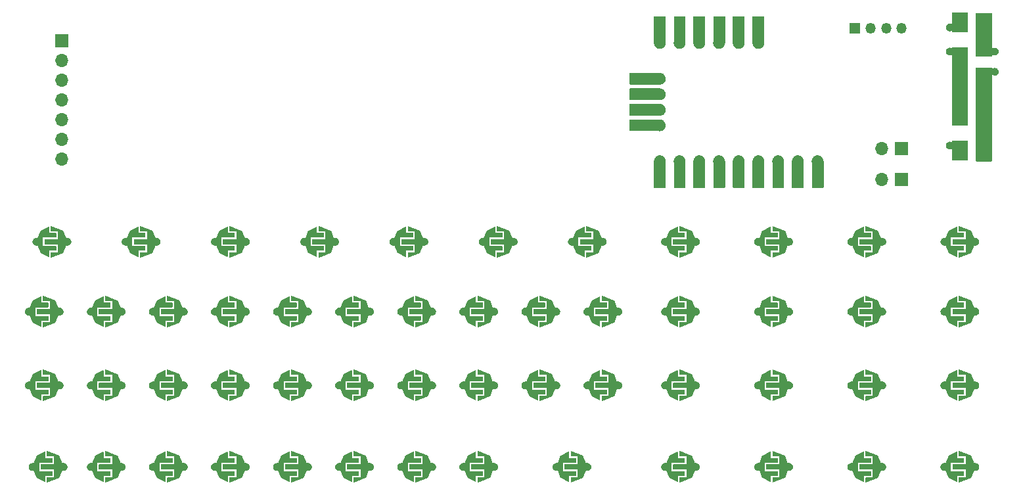
<source format=gts>
%TF.GenerationSoftware,KiCad,Pcbnew,(5.1.8)-1*%
%TF.CreationDate,2021-11-23T00:18:45+09:00*%
%TF.ProjectId,pc1245,70633132-3435-42e6-9b69-6361645f7063,rev?*%
%TF.SameCoordinates,Original*%
%TF.FileFunction,Soldermask,Top*%
%TF.FilePolarity,Negative*%
%FSLAX46Y46*%
G04 Gerber Fmt 4.6, Leading zero omitted, Abs format (unit mm)*
G04 Created by KiCad (PCBNEW (5.1.8)-1) date 2021-11-23 00:18:45*
%MOMM*%
%LPD*%
G01*
G04 APERTURE LIST*
%ADD10C,0.100000*%
%ADD11R,1.700000X1.700000*%
%ADD12O,1.700000X1.700000*%
%ADD13R,1.350000X1.350000*%
%ADD14O,1.350000X1.350000*%
G04 APERTURE END LIST*
D10*
%TO.C,Z*%
G36*
X83606254Y-122050393D02*
G01*
X83615811Y-122052566D01*
X83624762Y-122056562D01*
X83632760Y-122062227D01*
X83639500Y-122069344D01*
X83644721Y-122077639D01*
X83648224Y-122086794D01*
X83650000Y-122100000D01*
X83650000Y-122850000D01*
X84500000Y-122850000D01*
X84509755Y-122850961D01*
X84519134Y-122853806D01*
X84527779Y-122858427D01*
X84535355Y-122864645D01*
X84541573Y-122872221D01*
X84546194Y-122880866D01*
X84549039Y-122890245D01*
X84550000Y-122900000D01*
X84550000Y-123400000D01*
X84549039Y-123409755D01*
X84546194Y-123419134D01*
X84541573Y-123427779D01*
X84535355Y-123435355D01*
X84527779Y-123441573D01*
X84519134Y-123446194D01*
X84509755Y-123449039D01*
X84500000Y-123450000D01*
X82850000Y-123450000D01*
X82850000Y-124550000D01*
X84500000Y-124550000D01*
X84509755Y-124550961D01*
X84519134Y-124553806D01*
X84527779Y-124558427D01*
X84535355Y-124564645D01*
X84541573Y-124572221D01*
X84546194Y-124580866D01*
X84549039Y-124590245D01*
X84550000Y-124600000D01*
X84550000Y-125100000D01*
X84549039Y-125109755D01*
X84546194Y-125119134D01*
X84541573Y-125127779D01*
X84535355Y-125135355D01*
X84527779Y-125141573D01*
X84519134Y-125146194D01*
X84509755Y-125149039D01*
X84500000Y-125150000D01*
X83650000Y-125150000D01*
X83650000Y-125900000D01*
X83649039Y-125909755D01*
X83646194Y-125919134D01*
X83641573Y-125927779D01*
X83635355Y-125935355D01*
X83627779Y-125941573D01*
X83619134Y-125946194D01*
X83609755Y-125949039D01*
X83600000Y-125950000D01*
X83590245Y-125949039D01*
X83577639Y-125944721D01*
X82577639Y-125444721D01*
X82569344Y-125439500D01*
X82562227Y-125432760D01*
X82556562Y-125424762D01*
X82554043Y-125419696D01*
X82149787Y-124476432D01*
X82121490Y-124485016D01*
X82073365Y-124494588D01*
X82024534Y-124499398D01*
X81975466Y-124499398D01*
X81926635Y-124494588D01*
X81878510Y-124485016D01*
X81831555Y-124470772D01*
X81786222Y-124451995D01*
X81742949Y-124428864D01*
X81702150Y-124401604D01*
X81664221Y-124370476D01*
X81629524Y-124335779D01*
X81598396Y-124297850D01*
X81571136Y-124257051D01*
X81548005Y-124213778D01*
X81529228Y-124168445D01*
X81514984Y-124121490D01*
X81505412Y-124073365D01*
X81500602Y-124024534D01*
X81500602Y-123975466D01*
X81505412Y-123926635D01*
X81514984Y-123878510D01*
X81529228Y-123831555D01*
X81548005Y-123786222D01*
X81571136Y-123742949D01*
X81598396Y-123702150D01*
X81629524Y-123664221D01*
X81664221Y-123629524D01*
X81702150Y-123598396D01*
X81742949Y-123571136D01*
X81786222Y-123548005D01*
X81831555Y-123529228D01*
X81878510Y-123514984D01*
X81926635Y-123505412D01*
X81975466Y-123500602D01*
X82024534Y-123500602D01*
X82073365Y-123505412D01*
X82121490Y-123514984D01*
X82149787Y-123523568D01*
X82554043Y-122580304D01*
X82558768Y-122571717D01*
X82565078Y-122564216D01*
X82572730Y-122558091D01*
X82577639Y-122555279D01*
X83577639Y-122055279D01*
X83586794Y-122051776D01*
X83596456Y-122050126D01*
X83606254Y-122050393D01*
G37*
G36*
X83909755Y-121950961D02*
G01*
X83918570Y-121953576D01*
X85418570Y-122553576D01*
X85427270Y-122558091D01*
X85434922Y-122564216D01*
X85441232Y-122571717D01*
X85445957Y-122580304D01*
X85850213Y-123523568D01*
X85878510Y-123514984D01*
X85926635Y-123505412D01*
X85975466Y-123500602D01*
X86024534Y-123500602D01*
X86073365Y-123505412D01*
X86121490Y-123514984D01*
X86168445Y-123529228D01*
X86213778Y-123548005D01*
X86257051Y-123571136D01*
X86297850Y-123598396D01*
X86335779Y-123629524D01*
X86370476Y-123664221D01*
X86401604Y-123702150D01*
X86428864Y-123742949D01*
X86451995Y-123786222D01*
X86470772Y-123831555D01*
X86485016Y-123878510D01*
X86494588Y-123926635D01*
X86499398Y-123975466D01*
X86499398Y-124024534D01*
X86494588Y-124073365D01*
X86485016Y-124121490D01*
X86470772Y-124168445D01*
X86451995Y-124213778D01*
X86428864Y-124257051D01*
X86401604Y-124297850D01*
X86370476Y-124335779D01*
X86335779Y-124370476D01*
X86297850Y-124401604D01*
X86257051Y-124428864D01*
X86213778Y-124451995D01*
X86168445Y-124470772D01*
X86121490Y-124485016D01*
X86073365Y-124494588D01*
X86024534Y-124499398D01*
X85975466Y-124499398D01*
X85926635Y-124494588D01*
X85878510Y-124485016D01*
X85850213Y-124476432D01*
X85445957Y-125419696D01*
X85441232Y-125428283D01*
X85434922Y-125435784D01*
X85427270Y-125441909D01*
X85418570Y-125446424D01*
X83918570Y-126046424D01*
X83909156Y-126049155D01*
X83899390Y-126049996D01*
X83889648Y-126048917D01*
X83880304Y-126045957D01*
X83871717Y-126041232D01*
X83864216Y-126034922D01*
X83858091Y-126027270D01*
X83853576Y-126018570D01*
X83850845Y-126009156D01*
X83850000Y-126000000D01*
X83850000Y-125400000D01*
X83850961Y-125390245D01*
X83853806Y-125380866D01*
X83858427Y-125372221D01*
X83864645Y-125364645D01*
X83872221Y-125358427D01*
X83880866Y-125353806D01*
X83890245Y-125350961D01*
X83900000Y-125350000D01*
X84750000Y-125350000D01*
X84750000Y-124350000D01*
X83100000Y-124350000D01*
X83090245Y-124349039D01*
X83080866Y-124346194D01*
X83072221Y-124341573D01*
X83064645Y-124335355D01*
X83058427Y-124327779D01*
X83053806Y-124319134D01*
X83050961Y-124309755D01*
X83050000Y-124300000D01*
X83050000Y-123700000D01*
X83050961Y-123690245D01*
X83053806Y-123680866D01*
X83058427Y-123672221D01*
X83064645Y-123664645D01*
X83072221Y-123658427D01*
X83080866Y-123653806D01*
X83090245Y-123650961D01*
X83100000Y-123650000D01*
X84750000Y-123650000D01*
X84750000Y-122650000D01*
X83900000Y-122650000D01*
X83890245Y-122649039D01*
X83880866Y-122646194D01*
X83872221Y-122641573D01*
X83864645Y-122635355D01*
X83858427Y-122627779D01*
X83853806Y-122619134D01*
X83850961Y-122609755D01*
X83850000Y-122600000D01*
X83850000Y-122000000D01*
X83850961Y-121990245D01*
X83853806Y-121980866D01*
X83858427Y-121972221D01*
X83864645Y-121964645D01*
X83872221Y-121958427D01*
X83880866Y-121953806D01*
X83890245Y-121950961D01*
X83900000Y-121950000D01*
X83909755Y-121950961D01*
G37*
%TD*%
%TO.C,A*%
G36*
X83106254Y-111550393D02*
G01*
X83115811Y-111552566D01*
X83124762Y-111556562D01*
X83132760Y-111562227D01*
X83139500Y-111569344D01*
X83144721Y-111577639D01*
X83148224Y-111586794D01*
X83150000Y-111600000D01*
X83150000Y-112350000D01*
X84000000Y-112350000D01*
X84009755Y-112350961D01*
X84019134Y-112353806D01*
X84027779Y-112358427D01*
X84035355Y-112364645D01*
X84041573Y-112372221D01*
X84046194Y-112380866D01*
X84049039Y-112390245D01*
X84050000Y-112400000D01*
X84050000Y-112900000D01*
X84049039Y-112909755D01*
X84046194Y-112919134D01*
X84041573Y-112927779D01*
X84035355Y-112935355D01*
X84027779Y-112941573D01*
X84019134Y-112946194D01*
X84009755Y-112949039D01*
X84000000Y-112950000D01*
X82350000Y-112950000D01*
X82350000Y-114050000D01*
X84000000Y-114050000D01*
X84009755Y-114050961D01*
X84019134Y-114053806D01*
X84027779Y-114058427D01*
X84035355Y-114064645D01*
X84041573Y-114072221D01*
X84046194Y-114080866D01*
X84049039Y-114090245D01*
X84050000Y-114100000D01*
X84050000Y-114600000D01*
X84049039Y-114609755D01*
X84046194Y-114619134D01*
X84041573Y-114627779D01*
X84035355Y-114635355D01*
X84027779Y-114641573D01*
X84019134Y-114646194D01*
X84009755Y-114649039D01*
X84000000Y-114650000D01*
X83150000Y-114650000D01*
X83150000Y-115400000D01*
X83149039Y-115409755D01*
X83146194Y-115419134D01*
X83141573Y-115427779D01*
X83135355Y-115435355D01*
X83127779Y-115441573D01*
X83119134Y-115446194D01*
X83109755Y-115449039D01*
X83100000Y-115450000D01*
X83090245Y-115449039D01*
X83077639Y-115444721D01*
X82077639Y-114944721D01*
X82069344Y-114939500D01*
X82062227Y-114932760D01*
X82056562Y-114924762D01*
X82054043Y-114919696D01*
X81649787Y-113976432D01*
X81621490Y-113985016D01*
X81573365Y-113994588D01*
X81524534Y-113999398D01*
X81475466Y-113999398D01*
X81426635Y-113994588D01*
X81378510Y-113985016D01*
X81331555Y-113970772D01*
X81286222Y-113951995D01*
X81242949Y-113928864D01*
X81202150Y-113901604D01*
X81164221Y-113870476D01*
X81129524Y-113835779D01*
X81098396Y-113797850D01*
X81071136Y-113757051D01*
X81048005Y-113713778D01*
X81029228Y-113668445D01*
X81014984Y-113621490D01*
X81005412Y-113573365D01*
X81000602Y-113524534D01*
X81000602Y-113475466D01*
X81005412Y-113426635D01*
X81014984Y-113378510D01*
X81029228Y-113331555D01*
X81048005Y-113286222D01*
X81071136Y-113242949D01*
X81098396Y-113202150D01*
X81129524Y-113164221D01*
X81164221Y-113129524D01*
X81202150Y-113098396D01*
X81242949Y-113071136D01*
X81286222Y-113048005D01*
X81331555Y-113029228D01*
X81378510Y-113014984D01*
X81426635Y-113005412D01*
X81475466Y-113000602D01*
X81524534Y-113000602D01*
X81573365Y-113005412D01*
X81621490Y-113014984D01*
X81649787Y-113023568D01*
X82054043Y-112080304D01*
X82058768Y-112071717D01*
X82065078Y-112064216D01*
X82072730Y-112058091D01*
X82077639Y-112055279D01*
X83077639Y-111555279D01*
X83086794Y-111551776D01*
X83096456Y-111550126D01*
X83106254Y-111550393D01*
G37*
G36*
X83409755Y-111450961D02*
G01*
X83418570Y-111453576D01*
X84918570Y-112053576D01*
X84927270Y-112058091D01*
X84934922Y-112064216D01*
X84941232Y-112071717D01*
X84945957Y-112080304D01*
X85350213Y-113023568D01*
X85378510Y-113014984D01*
X85426635Y-113005412D01*
X85475466Y-113000602D01*
X85524534Y-113000602D01*
X85573365Y-113005412D01*
X85621490Y-113014984D01*
X85668445Y-113029228D01*
X85713778Y-113048005D01*
X85757051Y-113071136D01*
X85797850Y-113098396D01*
X85835779Y-113129524D01*
X85870476Y-113164221D01*
X85901604Y-113202150D01*
X85928864Y-113242949D01*
X85951995Y-113286222D01*
X85970772Y-113331555D01*
X85985016Y-113378510D01*
X85994588Y-113426635D01*
X85999398Y-113475466D01*
X85999398Y-113524534D01*
X85994588Y-113573365D01*
X85985016Y-113621490D01*
X85970772Y-113668445D01*
X85951995Y-113713778D01*
X85928864Y-113757051D01*
X85901604Y-113797850D01*
X85870476Y-113835779D01*
X85835779Y-113870476D01*
X85797850Y-113901604D01*
X85757051Y-113928864D01*
X85713778Y-113951995D01*
X85668445Y-113970772D01*
X85621490Y-113985016D01*
X85573365Y-113994588D01*
X85524534Y-113999398D01*
X85475466Y-113999398D01*
X85426635Y-113994588D01*
X85378510Y-113985016D01*
X85350213Y-113976432D01*
X84945957Y-114919696D01*
X84941232Y-114928283D01*
X84934922Y-114935784D01*
X84927270Y-114941909D01*
X84918570Y-114946424D01*
X83418570Y-115546424D01*
X83409156Y-115549155D01*
X83399390Y-115549996D01*
X83389648Y-115548917D01*
X83380304Y-115545957D01*
X83371717Y-115541232D01*
X83364216Y-115534922D01*
X83358091Y-115527270D01*
X83353576Y-115518570D01*
X83350845Y-115509156D01*
X83350000Y-115500000D01*
X83350000Y-114900000D01*
X83350961Y-114890245D01*
X83353806Y-114880866D01*
X83358427Y-114872221D01*
X83364645Y-114864645D01*
X83372221Y-114858427D01*
X83380866Y-114853806D01*
X83390245Y-114850961D01*
X83400000Y-114850000D01*
X84250000Y-114850000D01*
X84250000Y-113850000D01*
X82600000Y-113850000D01*
X82590245Y-113849039D01*
X82580866Y-113846194D01*
X82572221Y-113841573D01*
X82564645Y-113835355D01*
X82558427Y-113827779D01*
X82553806Y-113819134D01*
X82550961Y-113809755D01*
X82550000Y-113800000D01*
X82550000Y-113200000D01*
X82550961Y-113190245D01*
X82553806Y-113180866D01*
X82558427Y-113172221D01*
X82564645Y-113164645D01*
X82572221Y-113158427D01*
X82580866Y-113153806D01*
X82590245Y-113150961D01*
X82600000Y-113150000D01*
X84250000Y-113150000D01*
X84250000Y-112150000D01*
X83400000Y-112150000D01*
X83390245Y-112149039D01*
X83380866Y-112146194D01*
X83372221Y-112141573D01*
X83364645Y-112135355D01*
X83358427Y-112127779D01*
X83353806Y-112119134D01*
X83350961Y-112109755D01*
X83350000Y-112100000D01*
X83350000Y-111500000D01*
X83350961Y-111490245D01*
X83353806Y-111480866D01*
X83358427Y-111472221D01*
X83364645Y-111464645D01*
X83372221Y-111458427D01*
X83380866Y-111453806D01*
X83390245Y-111450961D01*
X83400000Y-111450000D01*
X83409755Y-111450961D01*
G37*
%TD*%
%TO.C,Q*%
G36*
X83106254Y-102050393D02*
G01*
X83115811Y-102052566D01*
X83124762Y-102056562D01*
X83132760Y-102062227D01*
X83139500Y-102069344D01*
X83144721Y-102077639D01*
X83148224Y-102086794D01*
X83150000Y-102100000D01*
X83150000Y-102850000D01*
X84000000Y-102850000D01*
X84009755Y-102850961D01*
X84019134Y-102853806D01*
X84027779Y-102858427D01*
X84035355Y-102864645D01*
X84041573Y-102872221D01*
X84046194Y-102880866D01*
X84049039Y-102890245D01*
X84050000Y-102900000D01*
X84050000Y-103400000D01*
X84049039Y-103409755D01*
X84046194Y-103419134D01*
X84041573Y-103427779D01*
X84035355Y-103435355D01*
X84027779Y-103441573D01*
X84019134Y-103446194D01*
X84009755Y-103449039D01*
X84000000Y-103450000D01*
X82350000Y-103450000D01*
X82350000Y-104550000D01*
X84000000Y-104550000D01*
X84009755Y-104550961D01*
X84019134Y-104553806D01*
X84027779Y-104558427D01*
X84035355Y-104564645D01*
X84041573Y-104572221D01*
X84046194Y-104580866D01*
X84049039Y-104590245D01*
X84050000Y-104600000D01*
X84050000Y-105100000D01*
X84049039Y-105109755D01*
X84046194Y-105119134D01*
X84041573Y-105127779D01*
X84035355Y-105135355D01*
X84027779Y-105141573D01*
X84019134Y-105146194D01*
X84009755Y-105149039D01*
X84000000Y-105150000D01*
X83150000Y-105150000D01*
X83150000Y-105900000D01*
X83149039Y-105909755D01*
X83146194Y-105919134D01*
X83141573Y-105927779D01*
X83135355Y-105935355D01*
X83127779Y-105941573D01*
X83119134Y-105946194D01*
X83109755Y-105949039D01*
X83100000Y-105950000D01*
X83090245Y-105949039D01*
X83077639Y-105944721D01*
X82077639Y-105444721D01*
X82069344Y-105439500D01*
X82062227Y-105432760D01*
X82056562Y-105424762D01*
X82054043Y-105419696D01*
X81649787Y-104476432D01*
X81621490Y-104485016D01*
X81573365Y-104494588D01*
X81524534Y-104499398D01*
X81475466Y-104499398D01*
X81426635Y-104494588D01*
X81378510Y-104485016D01*
X81331555Y-104470772D01*
X81286222Y-104451995D01*
X81242949Y-104428864D01*
X81202150Y-104401604D01*
X81164221Y-104370476D01*
X81129524Y-104335779D01*
X81098396Y-104297850D01*
X81071136Y-104257051D01*
X81048005Y-104213778D01*
X81029228Y-104168445D01*
X81014984Y-104121490D01*
X81005412Y-104073365D01*
X81000602Y-104024534D01*
X81000602Y-103975466D01*
X81005412Y-103926635D01*
X81014984Y-103878510D01*
X81029228Y-103831555D01*
X81048005Y-103786222D01*
X81071136Y-103742949D01*
X81098396Y-103702150D01*
X81129524Y-103664221D01*
X81164221Y-103629524D01*
X81202150Y-103598396D01*
X81242949Y-103571136D01*
X81286222Y-103548005D01*
X81331555Y-103529228D01*
X81378510Y-103514984D01*
X81426635Y-103505412D01*
X81475466Y-103500602D01*
X81524534Y-103500602D01*
X81573365Y-103505412D01*
X81621490Y-103514984D01*
X81649787Y-103523568D01*
X82054043Y-102580304D01*
X82058768Y-102571717D01*
X82065078Y-102564216D01*
X82072730Y-102558091D01*
X82077639Y-102555279D01*
X83077639Y-102055279D01*
X83086794Y-102051776D01*
X83096456Y-102050126D01*
X83106254Y-102050393D01*
G37*
G36*
X83409755Y-101950961D02*
G01*
X83418570Y-101953576D01*
X84918570Y-102553576D01*
X84927270Y-102558091D01*
X84934922Y-102564216D01*
X84941232Y-102571717D01*
X84945957Y-102580304D01*
X85350213Y-103523568D01*
X85378510Y-103514984D01*
X85426635Y-103505412D01*
X85475466Y-103500602D01*
X85524534Y-103500602D01*
X85573365Y-103505412D01*
X85621490Y-103514984D01*
X85668445Y-103529228D01*
X85713778Y-103548005D01*
X85757051Y-103571136D01*
X85797850Y-103598396D01*
X85835779Y-103629524D01*
X85870476Y-103664221D01*
X85901604Y-103702150D01*
X85928864Y-103742949D01*
X85951995Y-103786222D01*
X85970772Y-103831555D01*
X85985016Y-103878510D01*
X85994588Y-103926635D01*
X85999398Y-103975466D01*
X85999398Y-104024534D01*
X85994588Y-104073365D01*
X85985016Y-104121490D01*
X85970772Y-104168445D01*
X85951995Y-104213778D01*
X85928864Y-104257051D01*
X85901604Y-104297850D01*
X85870476Y-104335779D01*
X85835779Y-104370476D01*
X85797850Y-104401604D01*
X85757051Y-104428864D01*
X85713778Y-104451995D01*
X85668445Y-104470772D01*
X85621490Y-104485016D01*
X85573365Y-104494588D01*
X85524534Y-104499398D01*
X85475466Y-104499398D01*
X85426635Y-104494588D01*
X85378510Y-104485016D01*
X85350213Y-104476432D01*
X84945957Y-105419696D01*
X84941232Y-105428283D01*
X84934922Y-105435784D01*
X84927270Y-105441909D01*
X84918570Y-105446424D01*
X83418570Y-106046424D01*
X83409156Y-106049155D01*
X83399390Y-106049996D01*
X83389648Y-106048917D01*
X83380304Y-106045957D01*
X83371717Y-106041232D01*
X83364216Y-106034922D01*
X83358091Y-106027270D01*
X83353576Y-106018570D01*
X83350845Y-106009156D01*
X83350000Y-106000000D01*
X83350000Y-105400000D01*
X83350961Y-105390245D01*
X83353806Y-105380866D01*
X83358427Y-105372221D01*
X83364645Y-105364645D01*
X83372221Y-105358427D01*
X83380866Y-105353806D01*
X83390245Y-105350961D01*
X83400000Y-105350000D01*
X84250000Y-105350000D01*
X84250000Y-104350000D01*
X82600000Y-104350000D01*
X82590245Y-104349039D01*
X82580866Y-104346194D01*
X82572221Y-104341573D01*
X82564645Y-104335355D01*
X82558427Y-104327779D01*
X82553806Y-104319134D01*
X82550961Y-104309755D01*
X82550000Y-104300000D01*
X82550000Y-103700000D01*
X82550961Y-103690245D01*
X82553806Y-103680866D01*
X82558427Y-103672221D01*
X82564645Y-103664645D01*
X82572221Y-103658427D01*
X82580866Y-103653806D01*
X82590245Y-103650961D01*
X82600000Y-103650000D01*
X84250000Y-103650000D01*
X84250000Y-102650000D01*
X83400000Y-102650000D01*
X83390245Y-102649039D01*
X83380866Y-102646194D01*
X83372221Y-102641573D01*
X83364645Y-102635355D01*
X83358427Y-102627779D01*
X83353806Y-102619134D01*
X83350961Y-102609755D01*
X83350000Y-102600000D01*
X83350000Y-102000000D01*
X83350961Y-101990245D01*
X83353806Y-101980866D01*
X83358427Y-101972221D01*
X83364645Y-101964645D01*
X83372221Y-101958427D01*
X83380866Y-101953806D01*
X83390245Y-101950961D01*
X83400000Y-101950000D01*
X83409755Y-101950961D01*
G37*
%TD*%
%TO.C,DEF*%
G36*
X84106254Y-93050393D02*
G01*
X84115811Y-93052566D01*
X84124762Y-93056562D01*
X84132760Y-93062227D01*
X84139500Y-93069344D01*
X84144721Y-93077639D01*
X84148224Y-93086794D01*
X84150000Y-93100000D01*
X84150000Y-93850000D01*
X85000000Y-93850000D01*
X85009755Y-93850961D01*
X85019134Y-93853806D01*
X85027779Y-93858427D01*
X85035355Y-93864645D01*
X85041573Y-93872221D01*
X85046194Y-93880866D01*
X85049039Y-93890245D01*
X85050000Y-93900000D01*
X85050000Y-94400000D01*
X85049039Y-94409755D01*
X85046194Y-94419134D01*
X85041573Y-94427779D01*
X85035355Y-94435355D01*
X85027779Y-94441573D01*
X85019134Y-94446194D01*
X85009755Y-94449039D01*
X85000000Y-94450000D01*
X83350000Y-94450000D01*
X83350000Y-95550000D01*
X85000000Y-95550000D01*
X85009755Y-95550961D01*
X85019134Y-95553806D01*
X85027779Y-95558427D01*
X85035355Y-95564645D01*
X85041573Y-95572221D01*
X85046194Y-95580866D01*
X85049039Y-95590245D01*
X85050000Y-95600000D01*
X85050000Y-96100000D01*
X85049039Y-96109755D01*
X85046194Y-96119134D01*
X85041573Y-96127779D01*
X85035355Y-96135355D01*
X85027779Y-96141573D01*
X85019134Y-96146194D01*
X85009755Y-96149039D01*
X85000000Y-96150000D01*
X84150000Y-96150000D01*
X84150000Y-96900000D01*
X84149039Y-96909755D01*
X84146194Y-96919134D01*
X84141573Y-96927779D01*
X84135355Y-96935355D01*
X84127779Y-96941573D01*
X84119134Y-96946194D01*
X84109755Y-96949039D01*
X84100000Y-96950000D01*
X84090245Y-96949039D01*
X84077639Y-96944721D01*
X83077639Y-96444721D01*
X83069344Y-96439500D01*
X83062227Y-96432760D01*
X83056562Y-96424762D01*
X83054043Y-96419696D01*
X82649787Y-95476432D01*
X82621490Y-95485016D01*
X82573365Y-95494588D01*
X82524534Y-95499398D01*
X82475466Y-95499398D01*
X82426635Y-95494588D01*
X82378510Y-95485016D01*
X82331555Y-95470772D01*
X82286222Y-95451995D01*
X82242949Y-95428864D01*
X82202150Y-95401604D01*
X82164221Y-95370476D01*
X82129524Y-95335779D01*
X82098396Y-95297850D01*
X82071136Y-95257051D01*
X82048005Y-95213778D01*
X82029228Y-95168445D01*
X82014984Y-95121490D01*
X82005412Y-95073365D01*
X82000602Y-95024534D01*
X82000602Y-94975466D01*
X82005412Y-94926635D01*
X82014984Y-94878510D01*
X82029228Y-94831555D01*
X82048005Y-94786222D01*
X82071136Y-94742949D01*
X82098396Y-94702150D01*
X82129524Y-94664221D01*
X82164221Y-94629524D01*
X82202150Y-94598396D01*
X82242949Y-94571136D01*
X82286222Y-94548005D01*
X82331555Y-94529228D01*
X82378510Y-94514984D01*
X82426635Y-94505412D01*
X82475466Y-94500602D01*
X82524534Y-94500602D01*
X82573365Y-94505412D01*
X82621490Y-94514984D01*
X82649787Y-94523568D01*
X83054043Y-93580304D01*
X83058768Y-93571717D01*
X83065078Y-93564216D01*
X83072730Y-93558091D01*
X83077639Y-93555279D01*
X84077639Y-93055279D01*
X84086794Y-93051776D01*
X84096456Y-93050126D01*
X84106254Y-93050393D01*
G37*
G36*
X84409755Y-92950961D02*
G01*
X84418570Y-92953576D01*
X85918570Y-93553576D01*
X85927270Y-93558091D01*
X85934922Y-93564216D01*
X85941232Y-93571717D01*
X85945957Y-93580304D01*
X86350213Y-94523568D01*
X86378510Y-94514984D01*
X86426635Y-94505412D01*
X86475466Y-94500602D01*
X86524534Y-94500602D01*
X86573365Y-94505412D01*
X86621490Y-94514984D01*
X86668445Y-94529228D01*
X86713778Y-94548005D01*
X86757051Y-94571136D01*
X86797850Y-94598396D01*
X86835779Y-94629524D01*
X86870476Y-94664221D01*
X86901604Y-94702150D01*
X86928864Y-94742949D01*
X86951995Y-94786222D01*
X86970772Y-94831555D01*
X86985016Y-94878510D01*
X86994588Y-94926635D01*
X86999398Y-94975466D01*
X86999398Y-95024534D01*
X86994588Y-95073365D01*
X86985016Y-95121490D01*
X86970772Y-95168445D01*
X86951995Y-95213778D01*
X86928864Y-95257051D01*
X86901604Y-95297850D01*
X86870476Y-95335779D01*
X86835779Y-95370476D01*
X86797850Y-95401604D01*
X86757051Y-95428864D01*
X86713778Y-95451995D01*
X86668445Y-95470772D01*
X86621490Y-95485016D01*
X86573365Y-95494588D01*
X86524534Y-95499398D01*
X86475466Y-95499398D01*
X86426635Y-95494588D01*
X86378510Y-95485016D01*
X86350213Y-95476432D01*
X85945957Y-96419696D01*
X85941232Y-96428283D01*
X85934922Y-96435784D01*
X85927270Y-96441909D01*
X85918570Y-96446424D01*
X84418570Y-97046424D01*
X84409156Y-97049155D01*
X84399390Y-97049996D01*
X84389648Y-97048917D01*
X84380304Y-97045957D01*
X84371717Y-97041232D01*
X84364216Y-97034922D01*
X84358091Y-97027270D01*
X84353576Y-97018570D01*
X84350845Y-97009156D01*
X84350000Y-97000000D01*
X84350000Y-96400000D01*
X84350961Y-96390245D01*
X84353806Y-96380866D01*
X84358427Y-96372221D01*
X84364645Y-96364645D01*
X84372221Y-96358427D01*
X84380866Y-96353806D01*
X84390245Y-96350961D01*
X84400000Y-96350000D01*
X85250000Y-96350000D01*
X85250000Y-95350000D01*
X83600000Y-95350000D01*
X83590245Y-95349039D01*
X83580866Y-95346194D01*
X83572221Y-95341573D01*
X83564645Y-95335355D01*
X83558427Y-95327779D01*
X83553806Y-95319134D01*
X83550961Y-95309755D01*
X83550000Y-95300000D01*
X83550000Y-94700000D01*
X83550961Y-94690245D01*
X83553806Y-94680866D01*
X83558427Y-94672221D01*
X83564645Y-94664645D01*
X83572221Y-94658427D01*
X83580866Y-94653806D01*
X83590245Y-94650961D01*
X83600000Y-94650000D01*
X85250000Y-94650000D01*
X85250000Y-93650000D01*
X84400000Y-93650000D01*
X84390245Y-93649039D01*
X84380866Y-93646194D01*
X84372221Y-93641573D01*
X84364645Y-93635355D01*
X84358427Y-93627779D01*
X84353806Y-93619134D01*
X84350961Y-93609755D01*
X84350000Y-93600000D01*
X84350000Y-93000000D01*
X84350961Y-92990245D01*
X84353806Y-92980866D01*
X84358427Y-92972221D01*
X84364645Y-92964645D01*
X84372221Y-92958427D01*
X84380866Y-92953806D01*
X84390245Y-92950961D01*
X84400000Y-92950000D01*
X84409755Y-92950961D01*
G37*
%TD*%
%TO.C,W*%
G36*
X91106254Y-102050393D02*
G01*
X91115811Y-102052566D01*
X91124762Y-102056562D01*
X91132760Y-102062227D01*
X91139500Y-102069344D01*
X91144721Y-102077639D01*
X91148224Y-102086794D01*
X91150000Y-102100000D01*
X91150000Y-102850000D01*
X92000000Y-102850000D01*
X92009755Y-102850961D01*
X92019134Y-102853806D01*
X92027779Y-102858427D01*
X92035355Y-102864645D01*
X92041573Y-102872221D01*
X92046194Y-102880866D01*
X92049039Y-102890245D01*
X92050000Y-102900000D01*
X92050000Y-103400000D01*
X92049039Y-103409755D01*
X92046194Y-103419134D01*
X92041573Y-103427779D01*
X92035355Y-103435355D01*
X92027779Y-103441573D01*
X92019134Y-103446194D01*
X92009755Y-103449039D01*
X92000000Y-103450000D01*
X90350000Y-103450000D01*
X90350000Y-104550000D01*
X92000000Y-104550000D01*
X92009755Y-104550961D01*
X92019134Y-104553806D01*
X92027779Y-104558427D01*
X92035355Y-104564645D01*
X92041573Y-104572221D01*
X92046194Y-104580866D01*
X92049039Y-104590245D01*
X92050000Y-104600000D01*
X92050000Y-105100000D01*
X92049039Y-105109755D01*
X92046194Y-105119134D01*
X92041573Y-105127779D01*
X92035355Y-105135355D01*
X92027779Y-105141573D01*
X92019134Y-105146194D01*
X92009755Y-105149039D01*
X92000000Y-105150000D01*
X91150000Y-105150000D01*
X91150000Y-105900000D01*
X91149039Y-105909755D01*
X91146194Y-105919134D01*
X91141573Y-105927779D01*
X91135355Y-105935355D01*
X91127779Y-105941573D01*
X91119134Y-105946194D01*
X91109755Y-105949039D01*
X91100000Y-105950000D01*
X91090245Y-105949039D01*
X91077639Y-105944721D01*
X90077639Y-105444721D01*
X90069344Y-105439500D01*
X90062227Y-105432760D01*
X90056562Y-105424762D01*
X90054043Y-105419696D01*
X89649787Y-104476432D01*
X89621490Y-104485016D01*
X89573365Y-104494588D01*
X89524534Y-104499398D01*
X89475466Y-104499398D01*
X89426635Y-104494588D01*
X89378510Y-104485016D01*
X89331555Y-104470772D01*
X89286222Y-104451995D01*
X89242949Y-104428864D01*
X89202150Y-104401604D01*
X89164221Y-104370476D01*
X89129524Y-104335779D01*
X89098396Y-104297850D01*
X89071136Y-104257051D01*
X89048005Y-104213778D01*
X89029228Y-104168445D01*
X89014984Y-104121490D01*
X89005412Y-104073365D01*
X89000602Y-104024534D01*
X89000602Y-103975466D01*
X89005412Y-103926635D01*
X89014984Y-103878510D01*
X89029228Y-103831555D01*
X89048005Y-103786222D01*
X89071136Y-103742949D01*
X89098396Y-103702150D01*
X89129524Y-103664221D01*
X89164221Y-103629524D01*
X89202150Y-103598396D01*
X89242949Y-103571136D01*
X89286222Y-103548005D01*
X89331555Y-103529228D01*
X89378510Y-103514984D01*
X89426635Y-103505412D01*
X89475466Y-103500602D01*
X89524534Y-103500602D01*
X89573365Y-103505412D01*
X89621490Y-103514984D01*
X89649787Y-103523568D01*
X90054043Y-102580304D01*
X90058768Y-102571717D01*
X90065078Y-102564216D01*
X90072730Y-102558091D01*
X90077639Y-102555279D01*
X91077639Y-102055279D01*
X91086794Y-102051776D01*
X91096456Y-102050126D01*
X91106254Y-102050393D01*
G37*
G36*
X91409755Y-101950961D02*
G01*
X91418570Y-101953576D01*
X92918570Y-102553576D01*
X92927270Y-102558091D01*
X92934922Y-102564216D01*
X92941232Y-102571717D01*
X92945957Y-102580304D01*
X93350213Y-103523568D01*
X93378510Y-103514984D01*
X93426635Y-103505412D01*
X93475466Y-103500602D01*
X93524534Y-103500602D01*
X93573365Y-103505412D01*
X93621490Y-103514984D01*
X93668445Y-103529228D01*
X93713778Y-103548005D01*
X93757051Y-103571136D01*
X93797850Y-103598396D01*
X93835779Y-103629524D01*
X93870476Y-103664221D01*
X93901604Y-103702150D01*
X93928864Y-103742949D01*
X93951995Y-103786222D01*
X93970772Y-103831555D01*
X93985016Y-103878510D01*
X93994588Y-103926635D01*
X93999398Y-103975466D01*
X93999398Y-104024534D01*
X93994588Y-104073365D01*
X93985016Y-104121490D01*
X93970772Y-104168445D01*
X93951995Y-104213778D01*
X93928864Y-104257051D01*
X93901604Y-104297850D01*
X93870476Y-104335779D01*
X93835779Y-104370476D01*
X93797850Y-104401604D01*
X93757051Y-104428864D01*
X93713778Y-104451995D01*
X93668445Y-104470772D01*
X93621490Y-104485016D01*
X93573365Y-104494588D01*
X93524534Y-104499398D01*
X93475466Y-104499398D01*
X93426635Y-104494588D01*
X93378510Y-104485016D01*
X93350213Y-104476432D01*
X92945957Y-105419696D01*
X92941232Y-105428283D01*
X92934922Y-105435784D01*
X92927270Y-105441909D01*
X92918570Y-105446424D01*
X91418570Y-106046424D01*
X91409156Y-106049155D01*
X91399390Y-106049996D01*
X91389648Y-106048917D01*
X91380304Y-106045957D01*
X91371717Y-106041232D01*
X91364216Y-106034922D01*
X91358091Y-106027270D01*
X91353576Y-106018570D01*
X91350845Y-106009156D01*
X91350000Y-106000000D01*
X91350000Y-105400000D01*
X91350961Y-105390245D01*
X91353806Y-105380866D01*
X91358427Y-105372221D01*
X91364645Y-105364645D01*
X91372221Y-105358427D01*
X91380866Y-105353806D01*
X91390245Y-105350961D01*
X91400000Y-105350000D01*
X92250000Y-105350000D01*
X92250000Y-104350000D01*
X90600000Y-104350000D01*
X90590245Y-104349039D01*
X90580866Y-104346194D01*
X90572221Y-104341573D01*
X90564645Y-104335355D01*
X90558427Y-104327779D01*
X90553806Y-104319134D01*
X90550961Y-104309755D01*
X90550000Y-104300000D01*
X90550000Y-103700000D01*
X90550961Y-103690245D01*
X90553806Y-103680866D01*
X90558427Y-103672221D01*
X90564645Y-103664645D01*
X90572221Y-103658427D01*
X90580866Y-103653806D01*
X90590245Y-103650961D01*
X90600000Y-103650000D01*
X92250000Y-103650000D01*
X92250000Y-102650000D01*
X91400000Y-102650000D01*
X91390245Y-102649039D01*
X91380866Y-102646194D01*
X91372221Y-102641573D01*
X91364645Y-102635355D01*
X91358427Y-102627779D01*
X91353806Y-102619134D01*
X91350961Y-102609755D01*
X91350000Y-102600000D01*
X91350000Y-102000000D01*
X91350961Y-101990245D01*
X91353806Y-101980866D01*
X91358427Y-101972221D01*
X91364645Y-101964645D01*
X91372221Y-101958427D01*
X91380866Y-101953806D01*
X91390245Y-101950961D01*
X91400000Y-101950000D01*
X91409755Y-101950961D01*
G37*
%TD*%
%TO.C,S*%
G36*
X91106254Y-111550393D02*
G01*
X91115811Y-111552566D01*
X91124762Y-111556562D01*
X91132760Y-111562227D01*
X91139500Y-111569344D01*
X91144721Y-111577639D01*
X91148224Y-111586794D01*
X91150000Y-111600000D01*
X91150000Y-112350000D01*
X92000000Y-112350000D01*
X92009755Y-112350961D01*
X92019134Y-112353806D01*
X92027779Y-112358427D01*
X92035355Y-112364645D01*
X92041573Y-112372221D01*
X92046194Y-112380866D01*
X92049039Y-112390245D01*
X92050000Y-112400000D01*
X92050000Y-112900000D01*
X92049039Y-112909755D01*
X92046194Y-112919134D01*
X92041573Y-112927779D01*
X92035355Y-112935355D01*
X92027779Y-112941573D01*
X92019134Y-112946194D01*
X92009755Y-112949039D01*
X92000000Y-112950000D01*
X90350000Y-112950000D01*
X90350000Y-114050000D01*
X92000000Y-114050000D01*
X92009755Y-114050961D01*
X92019134Y-114053806D01*
X92027779Y-114058427D01*
X92035355Y-114064645D01*
X92041573Y-114072221D01*
X92046194Y-114080866D01*
X92049039Y-114090245D01*
X92050000Y-114100000D01*
X92050000Y-114600000D01*
X92049039Y-114609755D01*
X92046194Y-114619134D01*
X92041573Y-114627779D01*
X92035355Y-114635355D01*
X92027779Y-114641573D01*
X92019134Y-114646194D01*
X92009755Y-114649039D01*
X92000000Y-114650000D01*
X91150000Y-114650000D01*
X91150000Y-115400000D01*
X91149039Y-115409755D01*
X91146194Y-115419134D01*
X91141573Y-115427779D01*
X91135355Y-115435355D01*
X91127779Y-115441573D01*
X91119134Y-115446194D01*
X91109755Y-115449039D01*
X91100000Y-115450000D01*
X91090245Y-115449039D01*
X91077639Y-115444721D01*
X90077639Y-114944721D01*
X90069344Y-114939500D01*
X90062227Y-114932760D01*
X90056562Y-114924762D01*
X90054043Y-114919696D01*
X89649787Y-113976432D01*
X89621490Y-113985016D01*
X89573365Y-113994588D01*
X89524534Y-113999398D01*
X89475466Y-113999398D01*
X89426635Y-113994588D01*
X89378510Y-113985016D01*
X89331555Y-113970772D01*
X89286222Y-113951995D01*
X89242949Y-113928864D01*
X89202150Y-113901604D01*
X89164221Y-113870476D01*
X89129524Y-113835779D01*
X89098396Y-113797850D01*
X89071136Y-113757051D01*
X89048005Y-113713778D01*
X89029228Y-113668445D01*
X89014984Y-113621490D01*
X89005412Y-113573365D01*
X89000602Y-113524534D01*
X89000602Y-113475466D01*
X89005412Y-113426635D01*
X89014984Y-113378510D01*
X89029228Y-113331555D01*
X89048005Y-113286222D01*
X89071136Y-113242949D01*
X89098396Y-113202150D01*
X89129524Y-113164221D01*
X89164221Y-113129524D01*
X89202150Y-113098396D01*
X89242949Y-113071136D01*
X89286222Y-113048005D01*
X89331555Y-113029228D01*
X89378510Y-113014984D01*
X89426635Y-113005412D01*
X89475466Y-113000602D01*
X89524534Y-113000602D01*
X89573365Y-113005412D01*
X89621490Y-113014984D01*
X89649787Y-113023568D01*
X90054043Y-112080304D01*
X90058768Y-112071717D01*
X90065078Y-112064216D01*
X90072730Y-112058091D01*
X90077639Y-112055279D01*
X91077639Y-111555279D01*
X91086794Y-111551776D01*
X91096456Y-111550126D01*
X91106254Y-111550393D01*
G37*
G36*
X91409755Y-111450961D02*
G01*
X91418570Y-111453576D01*
X92918570Y-112053576D01*
X92927270Y-112058091D01*
X92934922Y-112064216D01*
X92941232Y-112071717D01*
X92945957Y-112080304D01*
X93350213Y-113023568D01*
X93378510Y-113014984D01*
X93426635Y-113005412D01*
X93475466Y-113000602D01*
X93524534Y-113000602D01*
X93573365Y-113005412D01*
X93621490Y-113014984D01*
X93668445Y-113029228D01*
X93713778Y-113048005D01*
X93757051Y-113071136D01*
X93797850Y-113098396D01*
X93835779Y-113129524D01*
X93870476Y-113164221D01*
X93901604Y-113202150D01*
X93928864Y-113242949D01*
X93951995Y-113286222D01*
X93970772Y-113331555D01*
X93985016Y-113378510D01*
X93994588Y-113426635D01*
X93999398Y-113475466D01*
X93999398Y-113524534D01*
X93994588Y-113573365D01*
X93985016Y-113621490D01*
X93970772Y-113668445D01*
X93951995Y-113713778D01*
X93928864Y-113757051D01*
X93901604Y-113797850D01*
X93870476Y-113835779D01*
X93835779Y-113870476D01*
X93797850Y-113901604D01*
X93757051Y-113928864D01*
X93713778Y-113951995D01*
X93668445Y-113970772D01*
X93621490Y-113985016D01*
X93573365Y-113994588D01*
X93524534Y-113999398D01*
X93475466Y-113999398D01*
X93426635Y-113994588D01*
X93378510Y-113985016D01*
X93350213Y-113976432D01*
X92945957Y-114919696D01*
X92941232Y-114928283D01*
X92934922Y-114935784D01*
X92927270Y-114941909D01*
X92918570Y-114946424D01*
X91418570Y-115546424D01*
X91409156Y-115549155D01*
X91399390Y-115549996D01*
X91389648Y-115548917D01*
X91380304Y-115545957D01*
X91371717Y-115541232D01*
X91364216Y-115534922D01*
X91358091Y-115527270D01*
X91353576Y-115518570D01*
X91350845Y-115509156D01*
X91350000Y-115500000D01*
X91350000Y-114900000D01*
X91350961Y-114890245D01*
X91353806Y-114880866D01*
X91358427Y-114872221D01*
X91364645Y-114864645D01*
X91372221Y-114858427D01*
X91380866Y-114853806D01*
X91390245Y-114850961D01*
X91400000Y-114850000D01*
X92250000Y-114850000D01*
X92250000Y-113850000D01*
X90600000Y-113850000D01*
X90590245Y-113849039D01*
X90580866Y-113846194D01*
X90572221Y-113841573D01*
X90564645Y-113835355D01*
X90558427Y-113827779D01*
X90553806Y-113819134D01*
X90550961Y-113809755D01*
X90550000Y-113800000D01*
X90550000Y-113200000D01*
X90550961Y-113190245D01*
X90553806Y-113180866D01*
X90558427Y-113172221D01*
X90564645Y-113164645D01*
X90572221Y-113158427D01*
X90580866Y-113153806D01*
X90590245Y-113150961D01*
X90600000Y-113150000D01*
X92250000Y-113150000D01*
X92250000Y-112150000D01*
X91400000Y-112150000D01*
X91390245Y-112149039D01*
X91380866Y-112146194D01*
X91372221Y-112141573D01*
X91364645Y-112135355D01*
X91358427Y-112127779D01*
X91353806Y-112119134D01*
X91350961Y-112109755D01*
X91350000Y-112100000D01*
X91350000Y-111500000D01*
X91350961Y-111490245D01*
X91353806Y-111480866D01*
X91358427Y-111472221D01*
X91364645Y-111464645D01*
X91372221Y-111458427D01*
X91380866Y-111453806D01*
X91390245Y-111450961D01*
X91400000Y-111450000D01*
X91409755Y-111450961D01*
G37*
%TD*%
%TO.C,X*%
G36*
X91106254Y-122050393D02*
G01*
X91115811Y-122052566D01*
X91124762Y-122056562D01*
X91132760Y-122062227D01*
X91139500Y-122069344D01*
X91144721Y-122077639D01*
X91148224Y-122086794D01*
X91150000Y-122100000D01*
X91150000Y-122850000D01*
X92000000Y-122850000D01*
X92009755Y-122850961D01*
X92019134Y-122853806D01*
X92027779Y-122858427D01*
X92035355Y-122864645D01*
X92041573Y-122872221D01*
X92046194Y-122880866D01*
X92049039Y-122890245D01*
X92050000Y-122900000D01*
X92050000Y-123400000D01*
X92049039Y-123409755D01*
X92046194Y-123419134D01*
X92041573Y-123427779D01*
X92035355Y-123435355D01*
X92027779Y-123441573D01*
X92019134Y-123446194D01*
X92009755Y-123449039D01*
X92000000Y-123450000D01*
X90350000Y-123450000D01*
X90350000Y-124550000D01*
X92000000Y-124550000D01*
X92009755Y-124550961D01*
X92019134Y-124553806D01*
X92027779Y-124558427D01*
X92035355Y-124564645D01*
X92041573Y-124572221D01*
X92046194Y-124580866D01*
X92049039Y-124590245D01*
X92050000Y-124600000D01*
X92050000Y-125100000D01*
X92049039Y-125109755D01*
X92046194Y-125119134D01*
X92041573Y-125127779D01*
X92035355Y-125135355D01*
X92027779Y-125141573D01*
X92019134Y-125146194D01*
X92009755Y-125149039D01*
X92000000Y-125150000D01*
X91150000Y-125150000D01*
X91150000Y-125900000D01*
X91149039Y-125909755D01*
X91146194Y-125919134D01*
X91141573Y-125927779D01*
X91135355Y-125935355D01*
X91127779Y-125941573D01*
X91119134Y-125946194D01*
X91109755Y-125949039D01*
X91100000Y-125950000D01*
X91090245Y-125949039D01*
X91077639Y-125944721D01*
X90077639Y-125444721D01*
X90069344Y-125439500D01*
X90062227Y-125432760D01*
X90056562Y-125424762D01*
X90054043Y-125419696D01*
X89649787Y-124476432D01*
X89621490Y-124485016D01*
X89573365Y-124494588D01*
X89524534Y-124499398D01*
X89475466Y-124499398D01*
X89426635Y-124494588D01*
X89378510Y-124485016D01*
X89331555Y-124470772D01*
X89286222Y-124451995D01*
X89242949Y-124428864D01*
X89202150Y-124401604D01*
X89164221Y-124370476D01*
X89129524Y-124335779D01*
X89098396Y-124297850D01*
X89071136Y-124257051D01*
X89048005Y-124213778D01*
X89029228Y-124168445D01*
X89014984Y-124121490D01*
X89005412Y-124073365D01*
X89000602Y-124024534D01*
X89000602Y-123975466D01*
X89005412Y-123926635D01*
X89014984Y-123878510D01*
X89029228Y-123831555D01*
X89048005Y-123786222D01*
X89071136Y-123742949D01*
X89098396Y-123702150D01*
X89129524Y-123664221D01*
X89164221Y-123629524D01*
X89202150Y-123598396D01*
X89242949Y-123571136D01*
X89286222Y-123548005D01*
X89331555Y-123529228D01*
X89378510Y-123514984D01*
X89426635Y-123505412D01*
X89475466Y-123500602D01*
X89524534Y-123500602D01*
X89573365Y-123505412D01*
X89621490Y-123514984D01*
X89649787Y-123523568D01*
X90054043Y-122580304D01*
X90058768Y-122571717D01*
X90065078Y-122564216D01*
X90072730Y-122558091D01*
X90077639Y-122555279D01*
X91077639Y-122055279D01*
X91086794Y-122051776D01*
X91096456Y-122050126D01*
X91106254Y-122050393D01*
G37*
G36*
X91409755Y-121950961D02*
G01*
X91418570Y-121953576D01*
X92918570Y-122553576D01*
X92927270Y-122558091D01*
X92934922Y-122564216D01*
X92941232Y-122571717D01*
X92945957Y-122580304D01*
X93350213Y-123523568D01*
X93378510Y-123514984D01*
X93426635Y-123505412D01*
X93475466Y-123500602D01*
X93524534Y-123500602D01*
X93573365Y-123505412D01*
X93621490Y-123514984D01*
X93668445Y-123529228D01*
X93713778Y-123548005D01*
X93757051Y-123571136D01*
X93797850Y-123598396D01*
X93835779Y-123629524D01*
X93870476Y-123664221D01*
X93901604Y-123702150D01*
X93928864Y-123742949D01*
X93951995Y-123786222D01*
X93970772Y-123831555D01*
X93985016Y-123878510D01*
X93994588Y-123926635D01*
X93999398Y-123975466D01*
X93999398Y-124024534D01*
X93994588Y-124073365D01*
X93985016Y-124121490D01*
X93970772Y-124168445D01*
X93951995Y-124213778D01*
X93928864Y-124257051D01*
X93901604Y-124297850D01*
X93870476Y-124335779D01*
X93835779Y-124370476D01*
X93797850Y-124401604D01*
X93757051Y-124428864D01*
X93713778Y-124451995D01*
X93668445Y-124470772D01*
X93621490Y-124485016D01*
X93573365Y-124494588D01*
X93524534Y-124499398D01*
X93475466Y-124499398D01*
X93426635Y-124494588D01*
X93378510Y-124485016D01*
X93350213Y-124476432D01*
X92945957Y-125419696D01*
X92941232Y-125428283D01*
X92934922Y-125435784D01*
X92927270Y-125441909D01*
X92918570Y-125446424D01*
X91418570Y-126046424D01*
X91409156Y-126049155D01*
X91399390Y-126049996D01*
X91389648Y-126048917D01*
X91380304Y-126045957D01*
X91371717Y-126041232D01*
X91364216Y-126034922D01*
X91358091Y-126027270D01*
X91353576Y-126018570D01*
X91350845Y-126009156D01*
X91350000Y-126000000D01*
X91350000Y-125400000D01*
X91350961Y-125390245D01*
X91353806Y-125380866D01*
X91358427Y-125372221D01*
X91364645Y-125364645D01*
X91372221Y-125358427D01*
X91380866Y-125353806D01*
X91390245Y-125350961D01*
X91400000Y-125350000D01*
X92250000Y-125350000D01*
X92250000Y-124350000D01*
X90600000Y-124350000D01*
X90590245Y-124349039D01*
X90580866Y-124346194D01*
X90572221Y-124341573D01*
X90564645Y-124335355D01*
X90558427Y-124327779D01*
X90553806Y-124319134D01*
X90550961Y-124309755D01*
X90550000Y-124300000D01*
X90550000Y-123700000D01*
X90550961Y-123690245D01*
X90553806Y-123680866D01*
X90558427Y-123672221D01*
X90564645Y-123664645D01*
X90572221Y-123658427D01*
X90580866Y-123653806D01*
X90590245Y-123650961D01*
X90600000Y-123650000D01*
X92250000Y-123650000D01*
X92250000Y-122650000D01*
X91400000Y-122650000D01*
X91390245Y-122649039D01*
X91380866Y-122646194D01*
X91372221Y-122641573D01*
X91364645Y-122635355D01*
X91358427Y-122627779D01*
X91353806Y-122619134D01*
X91350961Y-122609755D01*
X91350000Y-122600000D01*
X91350000Y-122000000D01*
X91350961Y-121990245D01*
X91353806Y-121980866D01*
X91358427Y-121972221D01*
X91364645Y-121964645D01*
X91372221Y-121958427D01*
X91380866Y-121953806D01*
X91390245Y-121950961D01*
X91400000Y-121950000D01*
X91409755Y-121950961D01*
G37*
%TD*%
%TO.C,C*%
G36*
X99106254Y-122050393D02*
G01*
X99115811Y-122052566D01*
X99124762Y-122056562D01*
X99132760Y-122062227D01*
X99139500Y-122069344D01*
X99144721Y-122077639D01*
X99148224Y-122086794D01*
X99150000Y-122100000D01*
X99150000Y-122850000D01*
X100000000Y-122850000D01*
X100009755Y-122850961D01*
X100019134Y-122853806D01*
X100027779Y-122858427D01*
X100035355Y-122864645D01*
X100041573Y-122872221D01*
X100046194Y-122880866D01*
X100049039Y-122890245D01*
X100050000Y-122900000D01*
X100050000Y-123400000D01*
X100049039Y-123409755D01*
X100046194Y-123419134D01*
X100041573Y-123427779D01*
X100035355Y-123435355D01*
X100027779Y-123441573D01*
X100019134Y-123446194D01*
X100009755Y-123449039D01*
X100000000Y-123450000D01*
X98350000Y-123450000D01*
X98350000Y-124550000D01*
X100000000Y-124550000D01*
X100009755Y-124550961D01*
X100019134Y-124553806D01*
X100027779Y-124558427D01*
X100035355Y-124564645D01*
X100041573Y-124572221D01*
X100046194Y-124580866D01*
X100049039Y-124590245D01*
X100050000Y-124600000D01*
X100050000Y-125100000D01*
X100049039Y-125109755D01*
X100046194Y-125119134D01*
X100041573Y-125127779D01*
X100035355Y-125135355D01*
X100027779Y-125141573D01*
X100019134Y-125146194D01*
X100009755Y-125149039D01*
X100000000Y-125150000D01*
X99150000Y-125150000D01*
X99150000Y-125900000D01*
X99149039Y-125909755D01*
X99146194Y-125919134D01*
X99141573Y-125927779D01*
X99135355Y-125935355D01*
X99127779Y-125941573D01*
X99119134Y-125946194D01*
X99109755Y-125949039D01*
X99100000Y-125950000D01*
X99090245Y-125949039D01*
X99077639Y-125944721D01*
X98077639Y-125444721D01*
X98069344Y-125439500D01*
X98062227Y-125432760D01*
X98056562Y-125424762D01*
X98054043Y-125419696D01*
X97649787Y-124476432D01*
X97621490Y-124485016D01*
X97573365Y-124494588D01*
X97524534Y-124499398D01*
X97475466Y-124499398D01*
X97426635Y-124494588D01*
X97378510Y-124485016D01*
X97331555Y-124470772D01*
X97286222Y-124451995D01*
X97242949Y-124428864D01*
X97202150Y-124401604D01*
X97164221Y-124370476D01*
X97129524Y-124335779D01*
X97098396Y-124297850D01*
X97071136Y-124257051D01*
X97048005Y-124213778D01*
X97029228Y-124168445D01*
X97014984Y-124121490D01*
X97005412Y-124073365D01*
X97000602Y-124024534D01*
X97000602Y-123975466D01*
X97005412Y-123926635D01*
X97014984Y-123878510D01*
X97029228Y-123831555D01*
X97048005Y-123786222D01*
X97071136Y-123742949D01*
X97098396Y-123702150D01*
X97129524Y-123664221D01*
X97164221Y-123629524D01*
X97202150Y-123598396D01*
X97242949Y-123571136D01*
X97286222Y-123548005D01*
X97331555Y-123529228D01*
X97378510Y-123514984D01*
X97426635Y-123505412D01*
X97475466Y-123500602D01*
X97524534Y-123500602D01*
X97573365Y-123505412D01*
X97621490Y-123514984D01*
X97649787Y-123523568D01*
X98054043Y-122580304D01*
X98058768Y-122571717D01*
X98065078Y-122564216D01*
X98072730Y-122558091D01*
X98077639Y-122555279D01*
X99077639Y-122055279D01*
X99086794Y-122051776D01*
X99096456Y-122050126D01*
X99106254Y-122050393D01*
G37*
G36*
X99409755Y-121950961D02*
G01*
X99418570Y-121953576D01*
X100918570Y-122553576D01*
X100927270Y-122558091D01*
X100934922Y-122564216D01*
X100941232Y-122571717D01*
X100945957Y-122580304D01*
X101350213Y-123523568D01*
X101378510Y-123514984D01*
X101426635Y-123505412D01*
X101475466Y-123500602D01*
X101524534Y-123500602D01*
X101573365Y-123505412D01*
X101621490Y-123514984D01*
X101668445Y-123529228D01*
X101713778Y-123548005D01*
X101757051Y-123571136D01*
X101797850Y-123598396D01*
X101835779Y-123629524D01*
X101870476Y-123664221D01*
X101901604Y-123702150D01*
X101928864Y-123742949D01*
X101951995Y-123786222D01*
X101970772Y-123831555D01*
X101985016Y-123878510D01*
X101994588Y-123926635D01*
X101999398Y-123975466D01*
X101999398Y-124024534D01*
X101994588Y-124073365D01*
X101985016Y-124121490D01*
X101970772Y-124168445D01*
X101951995Y-124213778D01*
X101928864Y-124257051D01*
X101901604Y-124297850D01*
X101870476Y-124335779D01*
X101835779Y-124370476D01*
X101797850Y-124401604D01*
X101757051Y-124428864D01*
X101713778Y-124451995D01*
X101668445Y-124470772D01*
X101621490Y-124485016D01*
X101573365Y-124494588D01*
X101524534Y-124499398D01*
X101475466Y-124499398D01*
X101426635Y-124494588D01*
X101378510Y-124485016D01*
X101350213Y-124476432D01*
X100945957Y-125419696D01*
X100941232Y-125428283D01*
X100934922Y-125435784D01*
X100927270Y-125441909D01*
X100918570Y-125446424D01*
X99418570Y-126046424D01*
X99409156Y-126049155D01*
X99399390Y-126049996D01*
X99389648Y-126048917D01*
X99380304Y-126045957D01*
X99371717Y-126041232D01*
X99364216Y-126034922D01*
X99358091Y-126027270D01*
X99353576Y-126018570D01*
X99350845Y-126009156D01*
X99350000Y-126000000D01*
X99350000Y-125400000D01*
X99350961Y-125390245D01*
X99353806Y-125380866D01*
X99358427Y-125372221D01*
X99364645Y-125364645D01*
X99372221Y-125358427D01*
X99380866Y-125353806D01*
X99390245Y-125350961D01*
X99400000Y-125350000D01*
X100250000Y-125350000D01*
X100250000Y-124350000D01*
X98600000Y-124350000D01*
X98590245Y-124349039D01*
X98580866Y-124346194D01*
X98572221Y-124341573D01*
X98564645Y-124335355D01*
X98558427Y-124327779D01*
X98553806Y-124319134D01*
X98550961Y-124309755D01*
X98550000Y-124300000D01*
X98550000Y-123700000D01*
X98550961Y-123690245D01*
X98553806Y-123680866D01*
X98558427Y-123672221D01*
X98564645Y-123664645D01*
X98572221Y-123658427D01*
X98580866Y-123653806D01*
X98590245Y-123650961D01*
X98600000Y-123650000D01*
X100250000Y-123650000D01*
X100250000Y-122650000D01*
X99400000Y-122650000D01*
X99390245Y-122649039D01*
X99380866Y-122646194D01*
X99372221Y-122641573D01*
X99364645Y-122635355D01*
X99358427Y-122627779D01*
X99353806Y-122619134D01*
X99350961Y-122609755D01*
X99350000Y-122600000D01*
X99350000Y-122000000D01*
X99350961Y-121990245D01*
X99353806Y-121980866D01*
X99358427Y-121972221D01*
X99364645Y-121964645D01*
X99372221Y-121958427D01*
X99380866Y-121953806D01*
X99390245Y-121950961D01*
X99400000Y-121950000D01*
X99409755Y-121950961D01*
G37*
%TD*%
%TO.C,D*%
G36*
X99106254Y-111550393D02*
G01*
X99115811Y-111552566D01*
X99124762Y-111556562D01*
X99132760Y-111562227D01*
X99139500Y-111569344D01*
X99144721Y-111577639D01*
X99148224Y-111586794D01*
X99150000Y-111600000D01*
X99150000Y-112350000D01*
X100000000Y-112350000D01*
X100009755Y-112350961D01*
X100019134Y-112353806D01*
X100027779Y-112358427D01*
X100035355Y-112364645D01*
X100041573Y-112372221D01*
X100046194Y-112380866D01*
X100049039Y-112390245D01*
X100050000Y-112400000D01*
X100050000Y-112900000D01*
X100049039Y-112909755D01*
X100046194Y-112919134D01*
X100041573Y-112927779D01*
X100035355Y-112935355D01*
X100027779Y-112941573D01*
X100019134Y-112946194D01*
X100009755Y-112949039D01*
X100000000Y-112950000D01*
X98350000Y-112950000D01*
X98350000Y-114050000D01*
X100000000Y-114050000D01*
X100009755Y-114050961D01*
X100019134Y-114053806D01*
X100027779Y-114058427D01*
X100035355Y-114064645D01*
X100041573Y-114072221D01*
X100046194Y-114080866D01*
X100049039Y-114090245D01*
X100050000Y-114100000D01*
X100050000Y-114600000D01*
X100049039Y-114609755D01*
X100046194Y-114619134D01*
X100041573Y-114627779D01*
X100035355Y-114635355D01*
X100027779Y-114641573D01*
X100019134Y-114646194D01*
X100009755Y-114649039D01*
X100000000Y-114650000D01*
X99150000Y-114650000D01*
X99150000Y-115400000D01*
X99149039Y-115409755D01*
X99146194Y-115419134D01*
X99141573Y-115427779D01*
X99135355Y-115435355D01*
X99127779Y-115441573D01*
X99119134Y-115446194D01*
X99109755Y-115449039D01*
X99100000Y-115450000D01*
X99090245Y-115449039D01*
X99077639Y-115444721D01*
X98077639Y-114944721D01*
X98069344Y-114939500D01*
X98062227Y-114932760D01*
X98056562Y-114924762D01*
X98054043Y-114919696D01*
X97649787Y-113976432D01*
X97621490Y-113985016D01*
X97573365Y-113994588D01*
X97524534Y-113999398D01*
X97475466Y-113999398D01*
X97426635Y-113994588D01*
X97378510Y-113985016D01*
X97331555Y-113970772D01*
X97286222Y-113951995D01*
X97242949Y-113928864D01*
X97202150Y-113901604D01*
X97164221Y-113870476D01*
X97129524Y-113835779D01*
X97098396Y-113797850D01*
X97071136Y-113757051D01*
X97048005Y-113713778D01*
X97029228Y-113668445D01*
X97014984Y-113621490D01*
X97005412Y-113573365D01*
X97000602Y-113524534D01*
X97000602Y-113475466D01*
X97005412Y-113426635D01*
X97014984Y-113378510D01*
X97029228Y-113331555D01*
X97048005Y-113286222D01*
X97071136Y-113242949D01*
X97098396Y-113202150D01*
X97129524Y-113164221D01*
X97164221Y-113129524D01*
X97202150Y-113098396D01*
X97242949Y-113071136D01*
X97286222Y-113048005D01*
X97331555Y-113029228D01*
X97378510Y-113014984D01*
X97426635Y-113005412D01*
X97475466Y-113000602D01*
X97524534Y-113000602D01*
X97573365Y-113005412D01*
X97621490Y-113014984D01*
X97649787Y-113023568D01*
X98054043Y-112080304D01*
X98058768Y-112071717D01*
X98065078Y-112064216D01*
X98072730Y-112058091D01*
X98077639Y-112055279D01*
X99077639Y-111555279D01*
X99086794Y-111551776D01*
X99096456Y-111550126D01*
X99106254Y-111550393D01*
G37*
G36*
X99409755Y-111450961D02*
G01*
X99418570Y-111453576D01*
X100918570Y-112053576D01*
X100927270Y-112058091D01*
X100934922Y-112064216D01*
X100941232Y-112071717D01*
X100945957Y-112080304D01*
X101350213Y-113023568D01*
X101378510Y-113014984D01*
X101426635Y-113005412D01*
X101475466Y-113000602D01*
X101524534Y-113000602D01*
X101573365Y-113005412D01*
X101621490Y-113014984D01*
X101668445Y-113029228D01*
X101713778Y-113048005D01*
X101757051Y-113071136D01*
X101797850Y-113098396D01*
X101835779Y-113129524D01*
X101870476Y-113164221D01*
X101901604Y-113202150D01*
X101928864Y-113242949D01*
X101951995Y-113286222D01*
X101970772Y-113331555D01*
X101985016Y-113378510D01*
X101994588Y-113426635D01*
X101999398Y-113475466D01*
X101999398Y-113524534D01*
X101994588Y-113573365D01*
X101985016Y-113621490D01*
X101970772Y-113668445D01*
X101951995Y-113713778D01*
X101928864Y-113757051D01*
X101901604Y-113797850D01*
X101870476Y-113835779D01*
X101835779Y-113870476D01*
X101797850Y-113901604D01*
X101757051Y-113928864D01*
X101713778Y-113951995D01*
X101668445Y-113970772D01*
X101621490Y-113985016D01*
X101573365Y-113994588D01*
X101524534Y-113999398D01*
X101475466Y-113999398D01*
X101426635Y-113994588D01*
X101378510Y-113985016D01*
X101350213Y-113976432D01*
X100945957Y-114919696D01*
X100941232Y-114928283D01*
X100934922Y-114935784D01*
X100927270Y-114941909D01*
X100918570Y-114946424D01*
X99418570Y-115546424D01*
X99409156Y-115549155D01*
X99399390Y-115549996D01*
X99389648Y-115548917D01*
X99380304Y-115545957D01*
X99371717Y-115541232D01*
X99364216Y-115534922D01*
X99358091Y-115527270D01*
X99353576Y-115518570D01*
X99350845Y-115509156D01*
X99350000Y-115500000D01*
X99350000Y-114900000D01*
X99350961Y-114890245D01*
X99353806Y-114880866D01*
X99358427Y-114872221D01*
X99364645Y-114864645D01*
X99372221Y-114858427D01*
X99380866Y-114853806D01*
X99390245Y-114850961D01*
X99400000Y-114850000D01*
X100250000Y-114850000D01*
X100250000Y-113850000D01*
X98600000Y-113850000D01*
X98590245Y-113849039D01*
X98580866Y-113846194D01*
X98572221Y-113841573D01*
X98564645Y-113835355D01*
X98558427Y-113827779D01*
X98553806Y-113819134D01*
X98550961Y-113809755D01*
X98550000Y-113800000D01*
X98550000Y-113200000D01*
X98550961Y-113190245D01*
X98553806Y-113180866D01*
X98558427Y-113172221D01*
X98564645Y-113164645D01*
X98572221Y-113158427D01*
X98580866Y-113153806D01*
X98590245Y-113150961D01*
X98600000Y-113150000D01*
X100250000Y-113150000D01*
X100250000Y-112150000D01*
X99400000Y-112150000D01*
X99390245Y-112149039D01*
X99380866Y-112146194D01*
X99372221Y-112141573D01*
X99364645Y-112135355D01*
X99358427Y-112127779D01*
X99353806Y-112119134D01*
X99350961Y-112109755D01*
X99350000Y-112100000D01*
X99350000Y-111500000D01*
X99350961Y-111490245D01*
X99353806Y-111480866D01*
X99358427Y-111472221D01*
X99364645Y-111464645D01*
X99372221Y-111458427D01*
X99380866Y-111453806D01*
X99390245Y-111450961D01*
X99400000Y-111450000D01*
X99409755Y-111450961D01*
G37*
%TD*%
%TO.C,E*%
G36*
X99106254Y-102050393D02*
G01*
X99115811Y-102052566D01*
X99124762Y-102056562D01*
X99132760Y-102062227D01*
X99139500Y-102069344D01*
X99144721Y-102077639D01*
X99148224Y-102086794D01*
X99150000Y-102100000D01*
X99150000Y-102850000D01*
X100000000Y-102850000D01*
X100009755Y-102850961D01*
X100019134Y-102853806D01*
X100027779Y-102858427D01*
X100035355Y-102864645D01*
X100041573Y-102872221D01*
X100046194Y-102880866D01*
X100049039Y-102890245D01*
X100050000Y-102900000D01*
X100050000Y-103400000D01*
X100049039Y-103409755D01*
X100046194Y-103419134D01*
X100041573Y-103427779D01*
X100035355Y-103435355D01*
X100027779Y-103441573D01*
X100019134Y-103446194D01*
X100009755Y-103449039D01*
X100000000Y-103450000D01*
X98350000Y-103450000D01*
X98350000Y-104550000D01*
X100000000Y-104550000D01*
X100009755Y-104550961D01*
X100019134Y-104553806D01*
X100027779Y-104558427D01*
X100035355Y-104564645D01*
X100041573Y-104572221D01*
X100046194Y-104580866D01*
X100049039Y-104590245D01*
X100050000Y-104600000D01*
X100050000Y-105100000D01*
X100049039Y-105109755D01*
X100046194Y-105119134D01*
X100041573Y-105127779D01*
X100035355Y-105135355D01*
X100027779Y-105141573D01*
X100019134Y-105146194D01*
X100009755Y-105149039D01*
X100000000Y-105150000D01*
X99150000Y-105150000D01*
X99150000Y-105900000D01*
X99149039Y-105909755D01*
X99146194Y-105919134D01*
X99141573Y-105927779D01*
X99135355Y-105935355D01*
X99127779Y-105941573D01*
X99119134Y-105946194D01*
X99109755Y-105949039D01*
X99100000Y-105950000D01*
X99090245Y-105949039D01*
X99077639Y-105944721D01*
X98077639Y-105444721D01*
X98069344Y-105439500D01*
X98062227Y-105432760D01*
X98056562Y-105424762D01*
X98054043Y-105419696D01*
X97649787Y-104476432D01*
X97621490Y-104485016D01*
X97573365Y-104494588D01*
X97524534Y-104499398D01*
X97475466Y-104499398D01*
X97426635Y-104494588D01*
X97378510Y-104485016D01*
X97331555Y-104470772D01*
X97286222Y-104451995D01*
X97242949Y-104428864D01*
X97202150Y-104401604D01*
X97164221Y-104370476D01*
X97129524Y-104335779D01*
X97098396Y-104297850D01*
X97071136Y-104257051D01*
X97048005Y-104213778D01*
X97029228Y-104168445D01*
X97014984Y-104121490D01*
X97005412Y-104073365D01*
X97000602Y-104024534D01*
X97000602Y-103975466D01*
X97005412Y-103926635D01*
X97014984Y-103878510D01*
X97029228Y-103831555D01*
X97048005Y-103786222D01*
X97071136Y-103742949D01*
X97098396Y-103702150D01*
X97129524Y-103664221D01*
X97164221Y-103629524D01*
X97202150Y-103598396D01*
X97242949Y-103571136D01*
X97286222Y-103548005D01*
X97331555Y-103529228D01*
X97378510Y-103514984D01*
X97426635Y-103505412D01*
X97475466Y-103500602D01*
X97524534Y-103500602D01*
X97573365Y-103505412D01*
X97621490Y-103514984D01*
X97649787Y-103523568D01*
X98054043Y-102580304D01*
X98058768Y-102571717D01*
X98065078Y-102564216D01*
X98072730Y-102558091D01*
X98077639Y-102555279D01*
X99077639Y-102055279D01*
X99086794Y-102051776D01*
X99096456Y-102050126D01*
X99106254Y-102050393D01*
G37*
G36*
X99409755Y-101950961D02*
G01*
X99418570Y-101953576D01*
X100918570Y-102553576D01*
X100927270Y-102558091D01*
X100934922Y-102564216D01*
X100941232Y-102571717D01*
X100945957Y-102580304D01*
X101350213Y-103523568D01*
X101378510Y-103514984D01*
X101426635Y-103505412D01*
X101475466Y-103500602D01*
X101524534Y-103500602D01*
X101573365Y-103505412D01*
X101621490Y-103514984D01*
X101668445Y-103529228D01*
X101713778Y-103548005D01*
X101757051Y-103571136D01*
X101797850Y-103598396D01*
X101835779Y-103629524D01*
X101870476Y-103664221D01*
X101901604Y-103702150D01*
X101928864Y-103742949D01*
X101951995Y-103786222D01*
X101970772Y-103831555D01*
X101985016Y-103878510D01*
X101994588Y-103926635D01*
X101999398Y-103975466D01*
X101999398Y-104024534D01*
X101994588Y-104073365D01*
X101985016Y-104121490D01*
X101970772Y-104168445D01*
X101951995Y-104213778D01*
X101928864Y-104257051D01*
X101901604Y-104297850D01*
X101870476Y-104335779D01*
X101835779Y-104370476D01*
X101797850Y-104401604D01*
X101757051Y-104428864D01*
X101713778Y-104451995D01*
X101668445Y-104470772D01*
X101621490Y-104485016D01*
X101573365Y-104494588D01*
X101524534Y-104499398D01*
X101475466Y-104499398D01*
X101426635Y-104494588D01*
X101378510Y-104485016D01*
X101350213Y-104476432D01*
X100945957Y-105419696D01*
X100941232Y-105428283D01*
X100934922Y-105435784D01*
X100927270Y-105441909D01*
X100918570Y-105446424D01*
X99418570Y-106046424D01*
X99409156Y-106049155D01*
X99399390Y-106049996D01*
X99389648Y-106048917D01*
X99380304Y-106045957D01*
X99371717Y-106041232D01*
X99364216Y-106034922D01*
X99358091Y-106027270D01*
X99353576Y-106018570D01*
X99350845Y-106009156D01*
X99350000Y-106000000D01*
X99350000Y-105400000D01*
X99350961Y-105390245D01*
X99353806Y-105380866D01*
X99358427Y-105372221D01*
X99364645Y-105364645D01*
X99372221Y-105358427D01*
X99380866Y-105353806D01*
X99390245Y-105350961D01*
X99400000Y-105350000D01*
X100250000Y-105350000D01*
X100250000Y-104350000D01*
X98600000Y-104350000D01*
X98590245Y-104349039D01*
X98580866Y-104346194D01*
X98572221Y-104341573D01*
X98564645Y-104335355D01*
X98558427Y-104327779D01*
X98553806Y-104319134D01*
X98550961Y-104309755D01*
X98550000Y-104300000D01*
X98550000Y-103700000D01*
X98550961Y-103690245D01*
X98553806Y-103680866D01*
X98558427Y-103672221D01*
X98564645Y-103664645D01*
X98572221Y-103658427D01*
X98580866Y-103653806D01*
X98590245Y-103650961D01*
X98600000Y-103650000D01*
X100250000Y-103650000D01*
X100250000Y-102650000D01*
X99400000Y-102650000D01*
X99390245Y-102649039D01*
X99380866Y-102646194D01*
X99372221Y-102641573D01*
X99364645Y-102635355D01*
X99358427Y-102627779D01*
X99353806Y-102619134D01*
X99350961Y-102609755D01*
X99350000Y-102600000D01*
X99350000Y-102000000D01*
X99350961Y-101990245D01*
X99353806Y-101980866D01*
X99358427Y-101972221D01*
X99364645Y-101964645D01*
X99372221Y-101958427D01*
X99380866Y-101953806D01*
X99390245Y-101950961D01*
X99400000Y-101950000D01*
X99409755Y-101950961D01*
G37*
%TD*%
%TO.C,SHIFT*%
G36*
X95606254Y-93050393D02*
G01*
X95615811Y-93052566D01*
X95624762Y-93056562D01*
X95632760Y-93062227D01*
X95639500Y-93069344D01*
X95644721Y-93077639D01*
X95648224Y-93086794D01*
X95650000Y-93100000D01*
X95650000Y-93850000D01*
X96500000Y-93850000D01*
X96509755Y-93850961D01*
X96519134Y-93853806D01*
X96527779Y-93858427D01*
X96535355Y-93864645D01*
X96541573Y-93872221D01*
X96546194Y-93880866D01*
X96549039Y-93890245D01*
X96550000Y-93900000D01*
X96550000Y-94400000D01*
X96549039Y-94409755D01*
X96546194Y-94419134D01*
X96541573Y-94427779D01*
X96535355Y-94435355D01*
X96527779Y-94441573D01*
X96519134Y-94446194D01*
X96509755Y-94449039D01*
X96500000Y-94450000D01*
X94850000Y-94450000D01*
X94850000Y-95550000D01*
X96500000Y-95550000D01*
X96509755Y-95550961D01*
X96519134Y-95553806D01*
X96527779Y-95558427D01*
X96535355Y-95564645D01*
X96541573Y-95572221D01*
X96546194Y-95580866D01*
X96549039Y-95590245D01*
X96550000Y-95600000D01*
X96550000Y-96100000D01*
X96549039Y-96109755D01*
X96546194Y-96119134D01*
X96541573Y-96127779D01*
X96535355Y-96135355D01*
X96527779Y-96141573D01*
X96519134Y-96146194D01*
X96509755Y-96149039D01*
X96500000Y-96150000D01*
X95650000Y-96150000D01*
X95650000Y-96900000D01*
X95649039Y-96909755D01*
X95646194Y-96919134D01*
X95641573Y-96927779D01*
X95635355Y-96935355D01*
X95627779Y-96941573D01*
X95619134Y-96946194D01*
X95609755Y-96949039D01*
X95600000Y-96950000D01*
X95590245Y-96949039D01*
X95577639Y-96944721D01*
X94577639Y-96444721D01*
X94569344Y-96439500D01*
X94562227Y-96432760D01*
X94556562Y-96424762D01*
X94554043Y-96419696D01*
X94149787Y-95476432D01*
X94121490Y-95485016D01*
X94073365Y-95494588D01*
X94024534Y-95499398D01*
X93975466Y-95499398D01*
X93926635Y-95494588D01*
X93878510Y-95485016D01*
X93831555Y-95470772D01*
X93786222Y-95451995D01*
X93742949Y-95428864D01*
X93702150Y-95401604D01*
X93664221Y-95370476D01*
X93629524Y-95335779D01*
X93598396Y-95297850D01*
X93571136Y-95257051D01*
X93548005Y-95213778D01*
X93529228Y-95168445D01*
X93514984Y-95121490D01*
X93505412Y-95073365D01*
X93500602Y-95024534D01*
X93500602Y-94975466D01*
X93505412Y-94926635D01*
X93514984Y-94878510D01*
X93529228Y-94831555D01*
X93548005Y-94786222D01*
X93571136Y-94742949D01*
X93598396Y-94702150D01*
X93629524Y-94664221D01*
X93664221Y-94629524D01*
X93702150Y-94598396D01*
X93742949Y-94571136D01*
X93786222Y-94548005D01*
X93831555Y-94529228D01*
X93878510Y-94514984D01*
X93926635Y-94505412D01*
X93975466Y-94500602D01*
X94024534Y-94500602D01*
X94073365Y-94505412D01*
X94121490Y-94514984D01*
X94149787Y-94523568D01*
X94554043Y-93580304D01*
X94558768Y-93571717D01*
X94565078Y-93564216D01*
X94572730Y-93558091D01*
X94577639Y-93555279D01*
X95577639Y-93055279D01*
X95586794Y-93051776D01*
X95596456Y-93050126D01*
X95606254Y-93050393D01*
G37*
G36*
X95909755Y-92950961D02*
G01*
X95918570Y-92953576D01*
X97418570Y-93553576D01*
X97427270Y-93558091D01*
X97434922Y-93564216D01*
X97441232Y-93571717D01*
X97445957Y-93580304D01*
X97850213Y-94523568D01*
X97878510Y-94514984D01*
X97926635Y-94505412D01*
X97975466Y-94500602D01*
X98024534Y-94500602D01*
X98073365Y-94505412D01*
X98121490Y-94514984D01*
X98168445Y-94529228D01*
X98213778Y-94548005D01*
X98257051Y-94571136D01*
X98297850Y-94598396D01*
X98335779Y-94629524D01*
X98370476Y-94664221D01*
X98401604Y-94702150D01*
X98428864Y-94742949D01*
X98451995Y-94786222D01*
X98470772Y-94831555D01*
X98485016Y-94878510D01*
X98494588Y-94926635D01*
X98499398Y-94975466D01*
X98499398Y-95024534D01*
X98494588Y-95073365D01*
X98485016Y-95121490D01*
X98470772Y-95168445D01*
X98451995Y-95213778D01*
X98428864Y-95257051D01*
X98401604Y-95297850D01*
X98370476Y-95335779D01*
X98335779Y-95370476D01*
X98297850Y-95401604D01*
X98257051Y-95428864D01*
X98213778Y-95451995D01*
X98168445Y-95470772D01*
X98121490Y-95485016D01*
X98073365Y-95494588D01*
X98024534Y-95499398D01*
X97975466Y-95499398D01*
X97926635Y-95494588D01*
X97878510Y-95485016D01*
X97850213Y-95476432D01*
X97445957Y-96419696D01*
X97441232Y-96428283D01*
X97434922Y-96435784D01*
X97427270Y-96441909D01*
X97418570Y-96446424D01*
X95918570Y-97046424D01*
X95909156Y-97049155D01*
X95899390Y-97049996D01*
X95889648Y-97048917D01*
X95880304Y-97045957D01*
X95871717Y-97041232D01*
X95864216Y-97034922D01*
X95858091Y-97027270D01*
X95853576Y-97018570D01*
X95850845Y-97009156D01*
X95850000Y-97000000D01*
X95850000Y-96400000D01*
X95850961Y-96390245D01*
X95853806Y-96380866D01*
X95858427Y-96372221D01*
X95864645Y-96364645D01*
X95872221Y-96358427D01*
X95880866Y-96353806D01*
X95890245Y-96350961D01*
X95900000Y-96350000D01*
X96750000Y-96350000D01*
X96750000Y-95350000D01*
X95100000Y-95350000D01*
X95090245Y-95349039D01*
X95080866Y-95346194D01*
X95072221Y-95341573D01*
X95064645Y-95335355D01*
X95058427Y-95327779D01*
X95053806Y-95319134D01*
X95050961Y-95309755D01*
X95050000Y-95300000D01*
X95050000Y-94700000D01*
X95050961Y-94690245D01*
X95053806Y-94680866D01*
X95058427Y-94672221D01*
X95064645Y-94664645D01*
X95072221Y-94658427D01*
X95080866Y-94653806D01*
X95090245Y-94650961D01*
X95100000Y-94650000D01*
X96750000Y-94650000D01*
X96750000Y-93650000D01*
X95900000Y-93650000D01*
X95890245Y-93649039D01*
X95880866Y-93646194D01*
X95872221Y-93641573D01*
X95864645Y-93635355D01*
X95858427Y-93627779D01*
X95853806Y-93619134D01*
X95850961Y-93609755D01*
X95850000Y-93600000D01*
X95850000Y-93000000D01*
X95850961Y-92990245D01*
X95853806Y-92980866D01*
X95858427Y-92972221D01*
X95864645Y-92964645D01*
X95872221Y-92958427D01*
X95880866Y-92953806D01*
X95890245Y-92950961D01*
X95900000Y-92950000D01*
X95909755Y-92950961D01*
G37*
%TD*%
%TO.C,Down*%
G36*
X107106254Y-93050393D02*
G01*
X107115811Y-93052566D01*
X107124762Y-93056562D01*
X107132760Y-93062227D01*
X107139500Y-93069344D01*
X107144721Y-93077639D01*
X107148224Y-93086794D01*
X107150000Y-93100000D01*
X107150000Y-93850000D01*
X108000000Y-93850000D01*
X108009755Y-93850961D01*
X108019134Y-93853806D01*
X108027779Y-93858427D01*
X108035355Y-93864645D01*
X108041573Y-93872221D01*
X108046194Y-93880866D01*
X108049039Y-93890245D01*
X108050000Y-93900000D01*
X108050000Y-94400000D01*
X108049039Y-94409755D01*
X108046194Y-94419134D01*
X108041573Y-94427779D01*
X108035355Y-94435355D01*
X108027779Y-94441573D01*
X108019134Y-94446194D01*
X108009755Y-94449039D01*
X108000000Y-94450000D01*
X106350000Y-94450000D01*
X106350000Y-95550000D01*
X108000000Y-95550000D01*
X108009755Y-95550961D01*
X108019134Y-95553806D01*
X108027779Y-95558427D01*
X108035355Y-95564645D01*
X108041573Y-95572221D01*
X108046194Y-95580866D01*
X108049039Y-95590245D01*
X108050000Y-95600000D01*
X108050000Y-96100000D01*
X108049039Y-96109755D01*
X108046194Y-96119134D01*
X108041573Y-96127779D01*
X108035355Y-96135355D01*
X108027779Y-96141573D01*
X108019134Y-96146194D01*
X108009755Y-96149039D01*
X108000000Y-96150000D01*
X107150000Y-96150000D01*
X107150000Y-96900000D01*
X107149039Y-96909755D01*
X107146194Y-96919134D01*
X107141573Y-96927779D01*
X107135355Y-96935355D01*
X107127779Y-96941573D01*
X107119134Y-96946194D01*
X107109755Y-96949039D01*
X107100000Y-96950000D01*
X107090245Y-96949039D01*
X107077639Y-96944721D01*
X106077639Y-96444721D01*
X106069344Y-96439500D01*
X106062227Y-96432760D01*
X106056562Y-96424762D01*
X106054043Y-96419696D01*
X105649787Y-95476432D01*
X105621490Y-95485016D01*
X105573365Y-95494588D01*
X105524534Y-95499398D01*
X105475466Y-95499398D01*
X105426635Y-95494588D01*
X105378510Y-95485016D01*
X105331555Y-95470772D01*
X105286222Y-95451995D01*
X105242949Y-95428864D01*
X105202150Y-95401604D01*
X105164221Y-95370476D01*
X105129524Y-95335779D01*
X105098396Y-95297850D01*
X105071136Y-95257051D01*
X105048005Y-95213778D01*
X105029228Y-95168445D01*
X105014984Y-95121490D01*
X105005412Y-95073365D01*
X105000602Y-95024534D01*
X105000602Y-94975466D01*
X105005412Y-94926635D01*
X105014984Y-94878510D01*
X105029228Y-94831555D01*
X105048005Y-94786222D01*
X105071136Y-94742949D01*
X105098396Y-94702150D01*
X105129524Y-94664221D01*
X105164221Y-94629524D01*
X105202150Y-94598396D01*
X105242949Y-94571136D01*
X105286222Y-94548005D01*
X105331555Y-94529228D01*
X105378510Y-94514984D01*
X105426635Y-94505412D01*
X105475466Y-94500602D01*
X105524534Y-94500602D01*
X105573365Y-94505412D01*
X105621490Y-94514984D01*
X105649787Y-94523568D01*
X106054043Y-93580304D01*
X106058768Y-93571717D01*
X106065078Y-93564216D01*
X106072730Y-93558091D01*
X106077639Y-93555279D01*
X107077639Y-93055279D01*
X107086794Y-93051776D01*
X107096456Y-93050126D01*
X107106254Y-93050393D01*
G37*
G36*
X107409755Y-92950961D02*
G01*
X107418570Y-92953576D01*
X108918570Y-93553576D01*
X108927270Y-93558091D01*
X108934922Y-93564216D01*
X108941232Y-93571717D01*
X108945957Y-93580304D01*
X109350213Y-94523568D01*
X109378510Y-94514984D01*
X109426635Y-94505412D01*
X109475466Y-94500602D01*
X109524534Y-94500602D01*
X109573365Y-94505412D01*
X109621490Y-94514984D01*
X109668445Y-94529228D01*
X109713778Y-94548005D01*
X109757051Y-94571136D01*
X109797850Y-94598396D01*
X109835779Y-94629524D01*
X109870476Y-94664221D01*
X109901604Y-94702150D01*
X109928864Y-94742949D01*
X109951995Y-94786222D01*
X109970772Y-94831555D01*
X109985016Y-94878510D01*
X109994588Y-94926635D01*
X109999398Y-94975466D01*
X109999398Y-95024534D01*
X109994588Y-95073365D01*
X109985016Y-95121490D01*
X109970772Y-95168445D01*
X109951995Y-95213778D01*
X109928864Y-95257051D01*
X109901604Y-95297850D01*
X109870476Y-95335779D01*
X109835779Y-95370476D01*
X109797850Y-95401604D01*
X109757051Y-95428864D01*
X109713778Y-95451995D01*
X109668445Y-95470772D01*
X109621490Y-95485016D01*
X109573365Y-95494588D01*
X109524534Y-95499398D01*
X109475466Y-95499398D01*
X109426635Y-95494588D01*
X109378510Y-95485016D01*
X109350213Y-95476432D01*
X108945957Y-96419696D01*
X108941232Y-96428283D01*
X108934922Y-96435784D01*
X108927270Y-96441909D01*
X108918570Y-96446424D01*
X107418570Y-97046424D01*
X107409156Y-97049155D01*
X107399390Y-97049996D01*
X107389648Y-97048917D01*
X107380304Y-97045957D01*
X107371717Y-97041232D01*
X107364216Y-97034922D01*
X107358091Y-97027270D01*
X107353576Y-97018570D01*
X107350845Y-97009156D01*
X107350000Y-97000000D01*
X107350000Y-96400000D01*
X107350961Y-96390245D01*
X107353806Y-96380866D01*
X107358427Y-96372221D01*
X107364645Y-96364645D01*
X107372221Y-96358427D01*
X107380866Y-96353806D01*
X107390245Y-96350961D01*
X107400000Y-96350000D01*
X108250000Y-96350000D01*
X108250000Y-95350000D01*
X106600000Y-95350000D01*
X106590245Y-95349039D01*
X106580866Y-95346194D01*
X106572221Y-95341573D01*
X106564645Y-95335355D01*
X106558427Y-95327779D01*
X106553806Y-95319134D01*
X106550961Y-95309755D01*
X106550000Y-95300000D01*
X106550000Y-94700000D01*
X106550961Y-94690245D01*
X106553806Y-94680866D01*
X106558427Y-94672221D01*
X106564645Y-94664645D01*
X106572221Y-94658427D01*
X106580866Y-94653806D01*
X106590245Y-94650961D01*
X106600000Y-94650000D01*
X108250000Y-94650000D01*
X108250000Y-93650000D01*
X107400000Y-93650000D01*
X107390245Y-93649039D01*
X107380866Y-93646194D01*
X107372221Y-93641573D01*
X107364645Y-93635355D01*
X107358427Y-93627779D01*
X107353806Y-93619134D01*
X107350961Y-93609755D01*
X107350000Y-93600000D01*
X107350000Y-93000000D01*
X107350961Y-92990245D01*
X107353806Y-92980866D01*
X107358427Y-92972221D01*
X107364645Y-92964645D01*
X107372221Y-92958427D01*
X107380866Y-92953806D01*
X107390245Y-92950961D01*
X107400000Y-92950000D01*
X107409755Y-92950961D01*
G37*
%TD*%
%TO.C,R*%
G36*
X107106254Y-102050393D02*
G01*
X107115811Y-102052566D01*
X107124762Y-102056562D01*
X107132760Y-102062227D01*
X107139500Y-102069344D01*
X107144721Y-102077639D01*
X107148224Y-102086794D01*
X107150000Y-102100000D01*
X107150000Y-102850000D01*
X108000000Y-102850000D01*
X108009755Y-102850961D01*
X108019134Y-102853806D01*
X108027779Y-102858427D01*
X108035355Y-102864645D01*
X108041573Y-102872221D01*
X108046194Y-102880866D01*
X108049039Y-102890245D01*
X108050000Y-102900000D01*
X108050000Y-103400000D01*
X108049039Y-103409755D01*
X108046194Y-103419134D01*
X108041573Y-103427779D01*
X108035355Y-103435355D01*
X108027779Y-103441573D01*
X108019134Y-103446194D01*
X108009755Y-103449039D01*
X108000000Y-103450000D01*
X106350000Y-103450000D01*
X106350000Y-104550000D01*
X108000000Y-104550000D01*
X108009755Y-104550961D01*
X108019134Y-104553806D01*
X108027779Y-104558427D01*
X108035355Y-104564645D01*
X108041573Y-104572221D01*
X108046194Y-104580866D01*
X108049039Y-104590245D01*
X108050000Y-104600000D01*
X108050000Y-105100000D01*
X108049039Y-105109755D01*
X108046194Y-105119134D01*
X108041573Y-105127779D01*
X108035355Y-105135355D01*
X108027779Y-105141573D01*
X108019134Y-105146194D01*
X108009755Y-105149039D01*
X108000000Y-105150000D01*
X107150000Y-105150000D01*
X107150000Y-105900000D01*
X107149039Y-105909755D01*
X107146194Y-105919134D01*
X107141573Y-105927779D01*
X107135355Y-105935355D01*
X107127779Y-105941573D01*
X107119134Y-105946194D01*
X107109755Y-105949039D01*
X107100000Y-105950000D01*
X107090245Y-105949039D01*
X107077639Y-105944721D01*
X106077639Y-105444721D01*
X106069344Y-105439500D01*
X106062227Y-105432760D01*
X106056562Y-105424762D01*
X106054043Y-105419696D01*
X105649787Y-104476432D01*
X105621490Y-104485016D01*
X105573365Y-104494588D01*
X105524534Y-104499398D01*
X105475466Y-104499398D01*
X105426635Y-104494588D01*
X105378510Y-104485016D01*
X105331555Y-104470772D01*
X105286222Y-104451995D01*
X105242949Y-104428864D01*
X105202150Y-104401604D01*
X105164221Y-104370476D01*
X105129524Y-104335779D01*
X105098396Y-104297850D01*
X105071136Y-104257051D01*
X105048005Y-104213778D01*
X105029228Y-104168445D01*
X105014984Y-104121490D01*
X105005412Y-104073365D01*
X105000602Y-104024534D01*
X105000602Y-103975466D01*
X105005412Y-103926635D01*
X105014984Y-103878510D01*
X105029228Y-103831555D01*
X105048005Y-103786222D01*
X105071136Y-103742949D01*
X105098396Y-103702150D01*
X105129524Y-103664221D01*
X105164221Y-103629524D01*
X105202150Y-103598396D01*
X105242949Y-103571136D01*
X105286222Y-103548005D01*
X105331555Y-103529228D01*
X105378510Y-103514984D01*
X105426635Y-103505412D01*
X105475466Y-103500602D01*
X105524534Y-103500602D01*
X105573365Y-103505412D01*
X105621490Y-103514984D01*
X105649787Y-103523568D01*
X106054043Y-102580304D01*
X106058768Y-102571717D01*
X106065078Y-102564216D01*
X106072730Y-102558091D01*
X106077639Y-102555279D01*
X107077639Y-102055279D01*
X107086794Y-102051776D01*
X107096456Y-102050126D01*
X107106254Y-102050393D01*
G37*
G36*
X107409755Y-101950961D02*
G01*
X107418570Y-101953576D01*
X108918570Y-102553576D01*
X108927270Y-102558091D01*
X108934922Y-102564216D01*
X108941232Y-102571717D01*
X108945957Y-102580304D01*
X109350213Y-103523568D01*
X109378510Y-103514984D01*
X109426635Y-103505412D01*
X109475466Y-103500602D01*
X109524534Y-103500602D01*
X109573365Y-103505412D01*
X109621490Y-103514984D01*
X109668445Y-103529228D01*
X109713778Y-103548005D01*
X109757051Y-103571136D01*
X109797850Y-103598396D01*
X109835779Y-103629524D01*
X109870476Y-103664221D01*
X109901604Y-103702150D01*
X109928864Y-103742949D01*
X109951995Y-103786222D01*
X109970772Y-103831555D01*
X109985016Y-103878510D01*
X109994588Y-103926635D01*
X109999398Y-103975466D01*
X109999398Y-104024534D01*
X109994588Y-104073365D01*
X109985016Y-104121490D01*
X109970772Y-104168445D01*
X109951995Y-104213778D01*
X109928864Y-104257051D01*
X109901604Y-104297850D01*
X109870476Y-104335779D01*
X109835779Y-104370476D01*
X109797850Y-104401604D01*
X109757051Y-104428864D01*
X109713778Y-104451995D01*
X109668445Y-104470772D01*
X109621490Y-104485016D01*
X109573365Y-104494588D01*
X109524534Y-104499398D01*
X109475466Y-104499398D01*
X109426635Y-104494588D01*
X109378510Y-104485016D01*
X109350213Y-104476432D01*
X108945957Y-105419696D01*
X108941232Y-105428283D01*
X108934922Y-105435784D01*
X108927270Y-105441909D01*
X108918570Y-105446424D01*
X107418570Y-106046424D01*
X107409156Y-106049155D01*
X107399390Y-106049996D01*
X107389648Y-106048917D01*
X107380304Y-106045957D01*
X107371717Y-106041232D01*
X107364216Y-106034922D01*
X107358091Y-106027270D01*
X107353576Y-106018570D01*
X107350845Y-106009156D01*
X107350000Y-106000000D01*
X107350000Y-105400000D01*
X107350961Y-105390245D01*
X107353806Y-105380866D01*
X107358427Y-105372221D01*
X107364645Y-105364645D01*
X107372221Y-105358427D01*
X107380866Y-105353806D01*
X107390245Y-105350961D01*
X107400000Y-105350000D01*
X108250000Y-105350000D01*
X108250000Y-104350000D01*
X106600000Y-104350000D01*
X106590245Y-104349039D01*
X106580866Y-104346194D01*
X106572221Y-104341573D01*
X106564645Y-104335355D01*
X106558427Y-104327779D01*
X106553806Y-104319134D01*
X106550961Y-104309755D01*
X106550000Y-104300000D01*
X106550000Y-103700000D01*
X106550961Y-103690245D01*
X106553806Y-103680866D01*
X106558427Y-103672221D01*
X106564645Y-103664645D01*
X106572221Y-103658427D01*
X106580866Y-103653806D01*
X106590245Y-103650961D01*
X106600000Y-103650000D01*
X108250000Y-103650000D01*
X108250000Y-102650000D01*
X107400000Y-102650000D01*
X107390245Y-102649039D01*
X107380866Y-102646194D01*
X107372221Y-102641573D01*
X107364645Y-102635355D01*
X107358427Y-102627779D01*
X107353806Y-102619134D01*
X107350961Y-102609755D01*
X107350000Y-102600000D01*
X107350000Y-102000000D01*
X107350961Y-101990245D01*
X107353806Y-101980866D01*
X107358427Y-101972221D01*
X107364645Y-101964645D01*
X107372221Y-101958427D01*
X107380866Y-101953806D01*
X107390245Y-101950961D01*
X107400000Y-101950000D01*
X107409755Y-101950961D01*
G37*
%TD*%
%TO.C,F*%
G36*
X107106254Y-111550393D02*
G01*
X107115811Y-111552566D01*
X107124762Y-111556562D01*
X107132760Y-111562227D01*
X107139500Y-111569344D01*
X107144721Y-111577639D01*
X107148224Y-111586794D01*
X107150000Y-111600000D01*
X107150000Y-112350000D01*
X108000000Y-112350000D01*
X108009755Y-112350961D01*
X108019134Y-112353806D01*
X108027779Y-112358427D01*
X108035355Y-112364645D01*
X108041573Y-112372221D01*
X108046194Y-112380866D01*
X108049039Y-112390245D01*
X108050000Y-112400000D01*
X108050000Y-112900000D01*
X108049039Y-112909755D01*
X108046194Y-112919134D01*
X108041573Y-112927779D01*
X108035355Y-112935355D01*
X108027779Y-112941573D01*
X108019134Y-112946194D01*
X108009755Y-112949039D01*
X108000000Y-112950000D01*
X106350000Y-112950000D01*
X106350000Y-114050000D01*
X108000000Y-114050000D01*
X108009755Y-114050961D01*
X108019134Y-114053806D01*
X108027779Y-114058427D01*
X108035355Y-114064645D01*
X108041573Y-114072221D01*
X108046194Y-114080866D01*
X108049039Y-114090245D01*
X108050000Y-114100000D01*
X108050000Y-114600000D01*
X108049039Y-114609755D01*
X108046194Y-114619134D01*
X108041573Y-114627779D01*
X108035355Y-114635355D01*
X108027779Y-114641573D01*
X108019134Y-114646194D01*
X108009755Y-114649039D01*
X108000000Y-114650000D01*
X107150000Y-114650000D01*
X107150000Y-115400000D01*
X107149039Y-115409755D01*
X107146194Y-115419134D01*
X107141573Y-115427779D01*
X107135355Y-115435355D01*
X107127779Y-115441573D01*
X107119134Y-115446194D01*
X107109755Y-115449039D01*
X107100000Y-115450000D01*
X107090245Y-115449039D01*
X107077639Y-115444721D01*
X106077639Y-114944721D01*
X106069344Y-114939500D01*
X106062227Y-114932760D01*
X106056562Y-114924762D01*
X106054043Y-114919696D01*
X105649787Y-113976432D01*
X105621490Y-113985016D01*
X105573365Y-113994588D01*
X105524534Y-113999398D01*
X105475466Y-113999398D01*
X105426635Y-113994588D01*
X105378510Y-113985016D01*
X105331555Y-113970772D01*
X105286222Y-113951995D01*
X105242949Y-113928864D01*
X105202150Y-113901604D01*
X105164221Y-113870476D01*
X105129524Y-113835779D01*
X105098396Y-113797850D01*
X105071136Y-113757051D01*
X105048005Y-113713778D01*
X105029228Y-113668445D01*
X105014984Y-113621490D01*
X105005412Y-113573365D01*
X105000602Y-113524534D01*
X105000602Y-113475466D01*
X105005412Y-113426635D01*
X105014984Y-113378510D01*
X105029228Y-113331555D01*
X105048005Y-113286222D01*
X105071136Y-113242949D01*
X105098396Y-113202150D01*
X105129524Y-113164221D01*
X105164221Y-113129524D01*
X105202150Y-113098396D01*
X105242949Y-113071136D01*
X105286222Y-113048005D01*
X105331555Y-113029228D01*
X105378510Y-113014984D01*
X105426635Y-113005412D01*
X105475466Y-113000602D01*
X105524534Y-113000602D01*
X105573365Y-113005412D01*
X105621490Y-113014984D01*
X105649787Y-113023568D01*
X106054043Y-112080304D01*
X106058768Y-112071717D01*
X106065078Y-112064216D01*
X106072730Y-112058091D01*
X106077639Y-112055279D01*
X107077639Y-111555279D01*
X107086794Y-111551776D01*
X107096456Y-111550126D01*
X107106254Y-111550393D01*
G37*
G36*
X107409755Y-111450961D02*
G01*
X107418570Y-111453576D01*
X108918570Y-112053576D01*
X108927270Y-112058091D01*
X108934922Y-112064216D01*
X108941232Y-112071717D01*
X108945957Y-112080304D01*
X109350213Y-113023568D01*
X109378510Y-113014984D01*
X109426635Y-113005412D01*
X109475466Y-113000602D01*
X109524534Y-113000602D01*
X109573365Y-113005412D01*
X109621490Y-113014984D01*
X109668445Y-113029228D01*
X109713778Y-113048005D01*
X109757051Y-113071136D01*
X109797850Y-113098396D01*
X109835779Y-113129524D01*
X109870476Y-113164221D01*
X109901604Y-113202150D01*
X109928864Y-113242949D01*
X109951995Y-113286222D01*
X109970772Y-113331555D01*
X109985016Y-113378510D01*
X109994588Y-113426635D01*
X109999398Y-113475466D01*
X109999398Y-113524534D01*
X109994588Y-113573365D01*
X109985016Y-113621490D01*
X109970772Y-113668445D01*
X109951995Y-113713778D01*
X109928864Y-113757051D01*
X109901604Y-113797850D01*
X109870476Y-113835779D01*
X109835779Y-113870476D01*
X109797850Y-113901604D01*
X109757051Y-113928864D01*
X109713778Y-113951995D01*
X109668445Y-113970772D01*
X109621490Y-113985016D01*
X109573365Y-113994588D01*
X109524534Y-113999398D01*
X109475466Y-113999398D01*
X109426635Y-113994588D01*
X109378510Y-113985016D01*
X109350213Y-113976432D01*
X108945957Y-114919696D01*
X108941232Y-114928283D01*
X108934922Y-114935784D01*
X108927270Y-114941909D01*
X108918570Y-114946424D01*
X107418570Y-115546424D01*
X107409156Y-115549155D01*
X107399390Y-115549996D01*
X107389648Y-115548917D01*
X107380304Y-115545957D01*
X107371717Y-115541232D01*
X107364216Y-115534922D01*
X107358091Y-115527270D01*
X107353576Y-115518570D01*
X107350845Y-115509156D01*
X107350000Y-115500000D01*
X107350000Y-114900000D01*
X107350961Y-114890245D01*
X107353806Y-114880866D01*
X107358427Y-114872221D01*
X107364645Y-114864645D01*
X107372221Y-114858427D01*
X107380866Y-114853806D01*
X107390245Y-114850961D01*
X107400000Y-114850000D01*
X108250000Y-114850000D01*
X108250000Y-113850000D01*
X106600000Y-113850000D01*
X106590245Y-113849039D01*
X106580866Y-113846194D01*
X106572221Y-113841573D01*
X106564645Y-113835355D01*
X106558427Y-113827779D01*
X106553806Y-113819134D01*
X106550961Y-113809755D01*
X106550000Y-113800000D01*
X106550000Y-113200000D01*
X106550961Y-113190245D01*
X106553806Y-113180866D01*
X106558427Y-113172221D01*
X106564645Y-113164645D01*
X106572221Y-113158427D01*
X106580866Y-113153806D01*
X106590245Y-113150961D01*
X106600000Y-113150000D01*
X108250000Y-113150000D01*
X108250000Y-112150000D01*
X107400000Y-112150000D01*
X107390245Y-112149039D01*
X107380866Y-112146194D01*
X107372221Y-112141573D01*
X107364645Y-112135355D01*
X107358427Y-112127779D01*
X107353806Y-112119134D01*
X107350961Y-112109755D01*
X107350000Y-112100000D01*
X107350000Y-111500000D01*
X107350961Y-111490245D01*
X107353806Y-111480866D01*
X107358427Y-111472221D01*
X107364645Y-111464645D01*
X107372221Y-111458427D01*
X107380866Y-111453806D01*
X107390245Y-111450961D01*
X107400000Y-111450000D01*
X107409755Y-111450961D01*
G37*
%TD*%
%TO.C,V*%
G36*
X107106254Y-122050393D02*
G01*
X107115811Y-122052566D01*
X107124762Y-122056562D01*
X107132760Y-122062227D01*
X107139500Y-122069344D01*
X107144721Y-122077639D01*
X107148224Y-122086794D01*
X107150000Y-122100000D01*
X107150000Y-122850000D01*
X108000000Y-122850000D01*
X108009755Y-122850961D01*
X108019134Y-122853806D01*
X108027779Y-122858427D01*
X108035355Y-122864645D01*
X108041573Y-122872221D01*
X108046194Y-122880866D01*
X108049039Y-122890245D01*
X108050000Y-122900000D01*
X108050000Y-123400000D01*
X108049039Y-123409755D01*
X108046194Y-123419134D01*
X108041573Y-123427779D01*
X108035355Y-123435355D01*
X108027779Y-123441573D01*
X108019134Y-123446194D01*
X108009755Y-123449039D01*
X108000000Y-123450000D01*
X106350000Y-123450000D01*
X106350000Y-124550000D01*
X108000000Y-124550000D01*
X108009755Y-124550961D01*
X108019134Y-124553806D01*
X108027779Y-124558427D01*
X108035355Y-124564645D01*
X108041573Y-124572221D01*
X108046194Y-124580866D01*
X108049039Y-124590245D01*
X108050000Y-124600000D01*
X108050000Y-125100000D01*
X108049039Y-125109755D01*
X108046194Y-125119134D01*
X108041573Y-125127779D01*
X108035355Y-125135355D01*
X108027779Y-125141573D01*
X108019134Y-125146194D01*
X108009755Y-125149039D01*
X108000000Y-125150000D01*
X107150000Y-125150000D01*
X107150000Y-125900000D01*
X107149039Y-125909755D01*
X107146194Y-125919134D01*
X107141573Y-125927779D01*
X107135355Y-125935355D01*
X107127779Y-125941573D01*
X107119134Y-125946194D01*
X107109755Y-125949039D01*
X107100000Y-125950000D01*
X107090245Y-125949039D01*
X107077639Y-125944721D01*
X106077639Y-125444721D01*
X106069344Y-125439500D01*
X106062227Y-125432760D01*
X106056562Y-125424762D01*
X106054043Y-125419696D01*
X105649787Y-124476432D01*
X105621490Y-124485016D01*
X105573365Y-124494588D01*
X105524534Y-124499398D01*
X105475466Y-124499398D01*
X105426635Y-124494588D01*
X105378510Y-124485016D01*
X105331555Y-124470772D01*
X105286222Y-124451995D01*
X105242949Y-124428864D01*
X105202150Y-124401604D01*
X105164221Y-124370476D01*
X105129524Y-124335779D01*
X105098396Y-124297850D01*
X105071136Y-124257051D01*
X105048005Y-124213778D01*
X105029228Y-124168445D01*
X105014984Y-124121490D01*
X105005412Y-124073365D01*
X105000602Y-124024534D01*
X105000602Y-123975466D01*
X105005412Y-123926635D01*
X105014984Y-123878510D01*
X105029228Y-123831555D01*
X105048005Y-123786222D01*
X105071136Y-123742949D01*
X105098396Y-123702150D01*
X105129524Y-123664221D01*
X105164221Y-123629524D01*
X105202150Y-123598396D01*
X105242949Y-123571136D01*
X105286222Y-123548005D01*
X105331555Y-123529228D01*
X105378510Y-123514984D01*
X105426635Y-123505412D01*
X105475466Y-123500602D01*
X105524534Y-123500602D01*
X105573365Y-123505412D01*
X105621490Y-123514984D01*
X105649787Y-123523568D01*
X106054043Y-122580304D01*
X106058768Y-122571717D01*
X106065078Y-122564216D01*
X106072730Y-122558091D01*
X106077639Y-122555279D01*
X107077639Y-122055279D01*
X107086794Y-122051776D01*
X107096456Y-122050126D01*
X107106254Y-122050393D01*
G37*
G36*
X107409755Y-121950961D02*
G01*
X107418570Y-121953576D01*
X108918570Y-122553576D01*
X108927270Y-122558091D01*
X108934922Y-122564216D01*
X108941232Y-122571717D01*
X108945957Y-122580304D01*
X109350213Y-123523568D01*
X109378510Y-123514984D01*
X109426635Y-123505412D01*
X109475466Y-123500602D01*
X109524534Y-123500602D01*
X109573365Y-123505412D01*
X109621490Y-123514984D01*
X109668445Y-123529228D01*
X109713778Y-123548005D01*
X109757051Y-123571136D01*
X109797850Y-123598396D01*
X109835779Y-123629524D01*
X109870476Y-123664221D01*
X109901604Y-123702150D01*
X109928864Y-123742949D01*
X109951995Y-123786222D01*
X109970772Y-123831555D01*
X109985016Y-123878510D01*
X109994588Y-123926635D01*
X109999398Y-123975466D01*
X109999398Y-124024534D01*
X109994588Y-124073365D01*
X109985016Y-124121490D01*
X109970772Y-124168445D01*
X109951995Y-124213778D01*
X109928864Y-124257051D01*
X109901604Y-124297850D01*
X109870476Y-124335779D01*
X109835779Y-124370476D01*
X109797850Y-124401604D01*
X109757051Y-124428864D01*
X109713778Y-124451995D01*
X109668445Y-124470772D01*
X109621490Y-124485016D01*
X109573365Y-124494588D01*
X109524534Y-124499398D01*
X109475466Y-124499398D01*
X109426635Y-124494588D01*
X109378510Y-124485016D01*
X109350213Y-124476432D01*
X108945957Y-125419696D01*
X108941232Y-125428283D01*
X108934922Y-125435784D01*
X108927270Y-125441909D01*
X108918570Y-125446424D01*
X107418570Y-126046424D01*
X107409156Y-126049155D01*
X107399390Y-126049996D01*
X107389648Y-126048917D01*
X107380304Y-126045957D01*
X107371717Y-126041232D01*
X107364216Y-126034922D01*
X107358091Y-126027270D01*
X107353576Y-126018570D01*
X107350845Y-126009156D01*
X107350000Y-126000000D01*
X107350000Y-125400000D01*
X107350961Y-125390245D01*
X107353806Y-125380866D01*
X107358427Y-125372221D01*
X107364645Y-125364645D01*
X107372221Y-125358427D01*
X107380866Y-125353806D01*
X107390245Y-125350961D01*
X107400000Y-125350000D01*
X108250000Y-125350000D01*
X108250000Y-124350000D01*
X106600000Y-124350000D01*
X106590245Y-124349039D01*
X106580866Y-124346194D01*
X106572221Y-124341573D01*
X106564645Y-124335355D01*
X106558427Y-124327779D01*
X106553806Y-124319134D01*
X106550961Y-124309755D01*
X106550000Y-124300000D01*
X106550000Y-123700000D01*
X106550961Y-123690245D01*
X106553806Y-123680866D01*
X106558427Y-123672221D01*
X106564645Y-123664645D01*
X106572221Y-123658427D01*
X106580866Y-123653806D01*
X106590245Y-123650961D01*
X106600000Y-123650000D01*
X108250000Y-123650000D01*
X108250000Y-122650000D01*
X107400000Y-122650000D01*
X107390245Y-122649039D01*
X107380866Y-122646194D01*
X107372221Y-122641573D01*
X107364645Y-122635355D01*
X107358427Y-122627779D01*
X107353806Y-122619134D01*
X107350961Y-122609755D01*
X107350000Y-122600000D01*
X107350000Y-122000000D01*
X107350961Y-121990245D01*
X107353806Y-121980866D01*
X107358427Y-121972221D01*
X107364645Y-121964645D01*
X107372221Y-121958427D01*
X107380866Y-121953806D01*
X107390245Y-121950961D01*
X107400000Y-121950000D01*
X107409755Y-121950961D01*
G37*
%TD*%
%TO.C,B*%
G36*
X115106254Y-122050393D02*
G01*
X115115811Y-122052566D01*
X115124762Y-122056562D01*
X115132760Y-122062227D01*
X115139500Y-122069344D01*
X115144721Y-122077639D01*
X115148224Y-122086794D01*
X115150000Y-122100000D01*
X115150000Y-122850000D01*
X116000000Y-122850000D01*
X116009755Y-122850961D01*
X116019134Y-122853806D01*
X116027779Y-122858427D01*
X116035355Y-122864645D01*
X116041573Y-122872221D01*
X116046194Y-122880866D01*
X116049039Y-122890245D01*
X116050000Y-122900000D01*
X116050000Y-123400000D01*
X116049039Y-123409755D01*
X116046194Y-123419134D01*
X116041573Y-123427779D01*
X116035355Y-123435355D01*
X116027779Y-123441573D01*
X116019134Y-123446194D01*
X116009755Y-123449039D01*
X116000000Y-123450000D01*
X114350000Y-123450000D01*
X114350000Y-124550000D01*
X116000000Y-124550000D01*
X116009755Y-124550961D01*
X116019134Y-124553806D01*
X116027779Y-124558427D01*
X116035355Y-124564645D01*
X116041573Y-124572221D01*
X116046194Y-124580866D01*
X116049039Y-124590245D01*
X116050000Y-124600000D01*
X116050000Y-125100000D01*
X116049039Y-125109755D01*
X116046194Y-125119134D01*
X116041573Y-125127779D01*
X116035355Y-125135355D01*
X116027779Y-125141573D01*
X116019134Y-125146194D01*
X116009755Y-125149039D01*
X116000000Y-125150000D01*
X115150000Y-125150000D01*
X115150000Y-125900000D01*
X115149039Y-125909755D01*
X115146194Y-125919134D01*
X115141573Y-125927779D01*
X115135355Y-125935355D01*
X115127779Y-125941573D01*
X115119134Y-125946194D01*
X115109755Y-125949039D01*
X115100000Y-125950000D01*
X115090245Y-125949039D01*
X115077639Y-125944721D01*
X114077639Y-125444721D01*
X114069344Y-125439500D01*
X114062227Y-125432760D01*
X114056562Y-125424762D01*
X114054043Y-125419696D01*
X113649787Y-124476432D01*
X113621490Y-124485016D01*
X113573365Y-124494588D01*
X113524534Y-124499398D01*
X113475466Y-124499398D01*
X113426635Y-124494588D01*
X113378510Y-124485016D01*
X113331555Y-124470772D01*
X113286222Y-124451995D01*
X113242949Y-124428864D01*
X113202150Y-124401604D01*
X113164221Y-124370476D01*
X113129524Y-124335779D01*
X113098396Y-124297850D01*
X113071136Y-124257051D01*
X113048005Y-124213778D01*
X113029228Y-124168445D01*
X113014984Y-124121490D01*
X113005412Y-124073365D01*
X113000602Y-124024534D01*
X113000602Y-123975466D01*
X113005412Y-123926635D01*
X113014984Y-123878510D01*
X113029228Y-123831555D01*
X113048005Y-123786222D01*
X113071136Y-123742949D01*
X113098396Y-123702150D01*
X113129524Y-123664221D01*
X113164221Y-123629524D01*
X113202150Y-123598396D01*
X113242949Y-123571136D01*
X113286222Y-123548005D01*
X113331555Y-123529228D01*
X113378510Y-123514984D01*
X113426635Y-123505412D01*
X113475466Y-123500602D01*
X113524534Y-123500602D01*
X113573365Y-123505412D01*
X113621490Y-123514984D01*
X113649787Y-123523568D01*
X114054043Y-122580304D01*
X114058768Y-122571717D01*
X114065078Y-122564216D01*
X114072730Y-122558091D01*
X114077639Y-122555279D01*
X115077639Y-122055279D01*
X115086794Y-122051776D01*
X115096456Y-122050126D01*
X115106254Y-122050393D01*
G37*
G36*
X115409755Y-121950961D02*
G01*
X115418570Y-121953576D01*
X116918570Y-122553576D01*
X116927270Y-122558091D01*
X116934922Y-122564216D01*
X116941232Y-122571717D01*
X116945957Y-122580304D01*
X117350213Y-123523568D01*
X117378510Y-123514984D01*
X117426635Y-123505412D01*
X117475466Y-123500602D01*
X117524534Y-123500602D01*
X117573365Y-123505412D01*
X117621490Y-123514984D01*
X117668445Y-123529228D01*
X117713778Y-123548005D01*
X117757051Y-123571136D01*
X117797850Y-123598396D01*
X117835779Y-123629524D01*
X117870476Y-123664221D01*
X117901604Y-123702150D01*
X117928864Y-123742949D01*
X117951995Y-123786222D01*
X117970772Y-123831555D01*
X117985016Y-123878510D01*
X117994588Y-123926635D01*
X117999398Y-123975466D01*
X117999398Y-124024534D01*
X117994588Y-124073365D01*
X117985016Y-124121490D01*
X117970772Y-124168445D01*
X117951995Y-124213778D01*
X117928864Y-124257051D01*
X117901604Y-124297850D01*
X117870476Y-124335779D01*
X117835779Y-124370476D01*
X117797850Y-124401604D01*
X117757051Y-124428864D01*
X117713778Y-124451995D01*
X117668445Y-124470772D01*
X117621490Y-124485016D01*
X117573365Y-124494588D01*
X117524534Y-124499398D01*
X117475466Y-124499398D01*
X117426635Y-124494588D01*
X117378510Y-124485016D01*
X117350213Y-124476432D01*
X116945957Y-125419696D01*
X116941232Y-125428283D01*
X116934922Y-125435784D01*
X116927270Y-125441909D01*
X116918570Y-125446424D01*
X115418570Y-126046424D01*
X115409156Y-126049155D01*
X115399390Y-126049996D01*
X115389648Y-126048917D01*
X115380304Y-126045957D01*
X115371717Y-126041232D01*
X115364216Y-126034922D01*
X115358091Y-126027270D01*
X115353576Y-126018570D01*
X115350845Y-126009156D01*
X115350000Y-126000000D01*
X115350000Y-125400000D01*
X115350961Y-125390245D01*
X115353806Y-125380866D01*
X115358427Y-125372221D01*
X115364645Y-125364645D01*
X115372221Y-125358427D01*
X115380866Y-125353806D01*
X115390245Y-125350961D01*
X115400000Y-125350000D01*
X116250000Y-125350000D01*
X116250000Y-124350000D01*
X114600000Y-124350000D01*
X114590245Y-124349039D01*
X114580866Y-124346194D01*
X114572221Y-124341573D01*
X114564645Y-124335355D01*
X114558427Y-124327779D01*
X114553806Y-124319134D01*
X114550961Y-124309755D01*
X114550000Y-124300000D01*
X114550000Y-123700000D01*
X114550961Y-123690245D01*
X114553806Y-123680866D01*
X114558427Y-123672221D01*
X114564645Y-123664645D01*
X114572221Y-123658427D01*
X114580866Y-123653806D01*
X114590245Y-123650961D01*
X114600000Y-123650000D01*
X116250000Y-123650000D01*
X116250000Y-122650000D01*
X115400000Y-122650000D01*
X115390245Y-122649039D01*
X115380866Y-122646194D01*
X115372221Y-122641573D01*
X115364645Y-122635355D01*
X115358427Y-122627779D01*
X115353806Y-122619134D01*
X115350961Y-122609755D01*
X115350000Y-122600000D01*
X115350000Y-122000000D01*
X115350961Y-121990245D01*
X115353806Y-121980866D01*
X115358427Y-121972221D01*
X115364645Y-121964645D01*
X115372221Y-121958427D01*
X115380866Y-121953806D01*
X115390245Y-121950961D01*
X115400000Y-121950000D01*
X115409755Y-121950961D01*
G37*
%TD*%
%TO.C,G*%
G36*
X115106254Y-111550393D02*
G01*
X115115811Y-111552566D01*
X115124762Y-111556562D01*
X115132760Y-111562227D01*
X115139500Y-111569344D01*
X115144721Y-111577639D01*
X115148224Y-111586794D01*
X115150000Y-111600000D01*
X115150000Y-112350000D01*
X116000000Y-112350000D01*
X116009755Y-112350961D01*
X116019134Y-112353806D01*
X116027779Y-112358427D01*
X116035355Y-112364645D01*
X116041573Y-112372221D01*
X116046194Y-112380866D01*
X116049039Y-112390245D01*
X116050000Y-112400000D01*
X116050000Y-112900000D01*
X116049039Y-112909755D01*
X116046194Y-112919134D01*
X116041573Y-112927779D01*
X116035355Y-112935355D01*
X116027779Y-112941573D01*
X116019134Y-112946194D01*
X116009755Y-112949039D01*
X116000000Y-112950000D01*
X114350000Y-112950000D01*
X114350000Y-114050000D01*
X116000000Y-114050000D01*
X116009755Y-114050961D01*
X116019134Y-114053806D01*
X116027779Y-114058427D01*
X116035355Y-114064645D01*
X116041573Y-114072221D01*
X116046194Y-114080866D01*
X116049039Y-114090245D01*
X116050000Y-114100000D01*
X116050000Y-114600000D01*
X116049039Y-114609755D01*
X116046194Y-114619134D01*
X116041573Y-114627779D01*
X116035355Y-114635355D01*
X116027779Y-114641573D01*
X116019134Y-114646194D01*
X116009755Y-114649039D01*
X116000000Y-114650000D01*
X115150000Y-114650000D01*
X115150000Y-115400000D01*
X115149039Y-115409755D01*
X115146194Y-115419134D01*
X115141573Y-115427779D01*
X115135355Y-115435355D01*
X115127779Y-115441573D01*
X115119134Y-115446194D01*
X115109755Y-115449039D01*
X115100000Y-115450000D01*
X115090245Y-115449039D01*
X115077639Y-115444721D01*
X114077639Y-114944721D01*
X114069344Y-114939500D01*
X114062227Y-114932760D01*
X114056562Y-114924762D01*
X114054043Y-114919696D01*
X113649787Y-113976432D01*
X113621490Y-113985016D01*
X113573365Y-113994588D01*
X113524534Y-113999398D01*
X113475466Y-113999398D01*
X113426635Y-113994588D01*
X113378510Y-113985016D01*
X113331555Y-113970772D01*
X113286222Y-113951995D01*
X113242949Y-113928864D01*
X113202150Y-113901604D01*
X113164221Y-113870476D01*
X113129524Y-113835779D01*
X113098396Y-113797850D01*
X113071136Y-113757051D01*
X113048005Y-113713778D01*
X113029228Y-113668445D01*
X113014984Y-113621490D01*
X113005412Y-113573365D01*
X113000602Y-113524534D01*
X113000602Y-113475466D01*
X113005412Y-113426635D01*
X113014984Y-113378510D01*
X113029228Y-113331555D01*
X113048005Y-113286222D01*
X113071136Y-113242949D01*
X113098396Y-113202150D01*
X113129524Y-113164221D01*
X113164221Y-113129524D01*
X113202150Y-113098396D01*
X113242949Y-113071136D01*
X113286222Y-113048005D01*
X113331555Y-113029228D01*
X113378510Y-113014984D01*
X113426635Y-113005412D01*
X113475466Y-113000602D01*
X113524534Y-113000602D01*
X113573365Y-113005412D01*
X113621490Y-113014984D01*
X113649787Y-113023568D01*
X114054043Y-112080304D01*
X114058768Y-112071717D01*
X114065078Y-112064216D01*
X114072730Y-112058091D01*
X114077639Y-112055279D01*
X115077639Y-111555279D01*
X115086794Y-111551776D01*
X115096456Y-111550126D01*
X115106254Y-111550393D01*
G37*
G36*
X115409755Y-111450961D02*
G01*
X115418570Y-111453576D01*
X116918570Y-112053576D01*
X116927270Y-112058091D01*
X116934922Y-112064216D01*
X116941232Y-112071717D01*
X116945957Y-112080304D01*
X117350213Y-113023568D01*
X117378510Y-113014984D01*
X117426635Y-113005412D01*
X117475466Y-113000602D01*
X117524534Y-113000602D01*
X117573365Y-113005412D01*
X117621490Y-113014984D01*
X117668445Y-113029228D01*
X117713778Y-113048005D01*
X117757051Y-113071136D01*
X117797850Y-113098396D01*
X117835779Y-113129524D01*
X117870476Y-113164221D01*
X117901604Y-113202150D01*
X117928864Y-113242949D01*
X117951995Y-113286222D01*
X117970772Y-113331555D01*
X117985016Y-113378510D01*
X117994588Y-113426635D01*
X117999398Y-113475466D01*
X117999398Y-113524534D01*
X117994588Y-113573365D01*
X117985016Y-113621490D01*
X117970772Y-113668445D01*
X117951995Y-113713778D01*
X117928864Y-113757051D01*
X117901604Y-113797850D01*
X117870476Y-113835779D01*
X117835779Y-113870476D01*
X117797850Y-113901604D01*
X117757051Y-113928864D01*
X117713778Y-113951995D01*
X117668445Y-113970772D01*
X117621490Y-113985016D01*
X117573365Y-113994588D01*
X117524534Y-113999398D01*
X117475466Y-113999398D01*
X117426635Y-113994588D01*
X117378510Y-113985016D01*
X117350213Y-113976432D01*
X116945957Y-114919696D01*
X116941232Y-114928283D01*
X116934922Y-114935784D01*
X116927270Y-114941909D01*
X116918570Y-114946424D01*
X115418570Y-115546424D01*
X115409156Y-115549155D01*
X115399390Y-115549996D01*
X115389648Y-115548917D01*
X115380304Y-115545957D01*
X115371717Y-115541232D01*
X115364216Y-115534922D01*
X115358091Y-115527270D01*
X115353576Y-115518570D01*
X115350845Y-115509156D01*
X115350000Y-115500000D01*
X115350000Y-114900000D01*
X115350961Y-114890245D01*
X115353806Y-114880866D01*
X115358427Y-114872221D01*
X115364645Y-114864645D01*
X115372221Y-114858427D01*
X115380866Y-114853806D01*
X115390245Y-114850961D01*
X115400000Y-114850000D01*
X116250000Y-114850000D01*
X116250000Y-113850000D01*
X114600000Y-113850000D01*
X114590245Y-113849039D01*
X114580866Y-113846194D01*
X114572221Y-113841573D01*
X114564645Y-113835355D01*
X114558427Y-113827779D01*
X114553806Y-113819134D01*
X114550961Y-113809755D01*
X114550000Y-113800000D01*
X114550000Y-113200000D01*
X114550961Y-113190245D01*
X114553806Y-113180866D01*
X114558427Y-113172221D01*
X114564645Y-113164645D01*
X114572221Y-113158427D01*
X114580866Y-113153806D01*
X114590245Y-113150961D01*
X114600000Y-113150000D01*
X116250000Y-113150000D01*
X116250000Y-112150000D01*
X115400000Y-112150000D01*
X115390245Y-112149039D01*
X115380866Y-112146194D01*
X115372221Y-112141573D01*
X115364645Y-112135355D01*
X115358427Y-112127779D01*
X115353806Y-112119134D01*
X115350961Y-112109755D01*
X115350000Y-112100000D01*
X115350000Y-111500000D01*
X115350961Y-111490245D01*
X115353806Y-111480866D01*
X115358427Y-111472221D01*
X115364645Y-111464645D01*
X115372221Y-111458427D01*
X115380866Y-111453806D01*
X115390245Y-111450961D01*
X115400000Y-111450000D01*
X115409755Y-111450961D01*
G37*
%TD*%
%TO.C,T*%
G36*
X115106254Y-102050393D02*
G01*
X115115811Y-102052566D01*
X115124762Y-102056562D01*
X115132760Y-102062227D01*
X115139500Y-102069344D01*
X115144721Y-102077639D01*
X115148224Y-102086794D01*
X115150000Y-102100000D01*
X115150000Y-102850000D01*
X116000000Y-102850000D01*
X116009755Y-102850961D01*
X116019134Y-102853806D01*
X116027779Y-102858427D01*
X116035355Y-102864645D01*
X116041573Y-102872221D01*
X116046194Y-102880866D01*
X116049039Y-102890245D01*
X116050000Y-102900000D01*
X116050000Y-103400000D01*
X116049039Y-103409755D01*
X116046194Y-103419134D01*
X116041573Y-103427779D01*
X116035355Y-103435355D01*
X116027779Y-103441573D01*
X116019134Y-103446194D01*
X116009755Y-103449039D01*
X116000000Y-103450000D01*
X114350000Y-103450000D01*
X114350000Y-104550000D01*
X116000000Y-104550000D01*
X116009755Y-104550961D01*
X116019134Y-104553806D01*
X116027779Y-104558427D01*
X116035355Y-104564645D01*
X116041573Y-104572221D01*
X116046194Y-104580866D01*
X116049039Y-104590245D01*
X116050000Y-104600000D01*
X116050000Y-105100000D01*
X116049039Y-105109755D01*
X116046194Y-105119134D01*
X116041573Y-105127779D01*
X116035355Y-105135355D01*
X116027779Y-105141573D01*
X116019134Y-105146194D01*
X116009755Y-105149039D01*
X116000000Y-105150000D01*
X115150000Y-105150000D01*
X115150000Y-105900000D01*
X115149039Y-105909755D01*
X115146194Y-105919134D01*
X115141573Y-105927779D01*
X115135355Y-105935355D01*
X115127779Y-105941573D01*
X115119134Y-105946194D01*
X115109755Y-105949039D01*
X115100000Y-105950000D01*
X115090245Y-105949039D01*
X115077639Y-105944721D01*
X114077639Y-105444721D01*
X114069344Y-105439500D01*
X114062227Y-105432760D01*
X114056562Y-105424762D01*
X114054043Y-105419696D01*
X113649787Y-104476432D01*
X113621490Y-104485016D01*
X113573365Y-104494588D01*
X113524534Y-104499398D01*
X113475466Y-104499398D01*
X113426635Y-104494588D01*
X113378510Y-104485016D01*
X113331555Y-104470772D01*
X113286222Y-104451995D01*
X113242949Y-104428864D01*
X113202150Y-104401604D01*
X113164221Y-104370476D01*
X113129524Y-104335779D01*
X113098396Y-104297850D01*
X113071136Y-104257051D01*
X113048005Y-104213778D01*
X113029228Y-104168445D01*
X113014984Y-104121490D01*
X113005412Y-104073365D01*
X113000602Y-104024534D01*
X113000602Y-103975466D01*
X113005412Y-103926635D01*
X113014984Y-103878510D01*
X113029228Y-103831555D01*
X113048005Y-103786222D01*
X113071136Y-103742949D01*
X113098396Y-103702150D01*
X113129524Y-103664221D01*
X113164221Y-103629524D01*
X113202150Y-103598396D01*
X113242949Y-103571136D01*
X113286222Y-103548005D01*
X113331555Y-103529228D01*
X113378510Y-103514984D01*
X113426635Y-103505412D01*
X113475466Y-103500602D01*
X113524534Y-103500602D01*
X113573365Y-103505412D01*
X113621490Y-103514984D01*
X113649787Y-103523568D01*
X114054043Y-102580304D01*
X114058768Y-102571717D01*
X114065078Y-102564216D01*
X114072730Y-102558091D01*
X114077639Y-102555279D01*
X115077639Y-102055279D01*
X115086794Y-102051776D01*
X115096456Y-102050126D01*
X115106254Y-102050393D01*
G37*
G36*
X115409755Y-101950961D02*
G01*
X115418570Y-101953576D01*
X116918570Y-102553576D01*
X116927270Y-102558091D01*
X116934922Y-102564216D01*
X116941232Y-102571717D01*
X116945957Y-102580304D01*
X117350213Y-103523568D01*
X117378510Y-103514984D01*
X117426635Y-103505412D01*
X117475466Y-103500602D01*
X117524534Y-103500602D01*
X117573365Y-103505412D01*
X117621490Y-103514984D01*
X117668445Y-103529228D01*
X117713778Y-103548005D01*
X117757051Y-103571136D01*
X117797850Y-103598396D01*
X117835779Y-103629524D01*
X117870476Y-103664221D01*
X117901604Y-103702150D01*
X117928864Y-103742949D01*
X117951995Y-103786222D01*
X117970772Y-103831555D01*
X117985016Y-103878510D01*
X117994588Y-103926635D01*
X117999398Y-103975466D01*
X117999398Y-104024534D01*
X117994588Y-104073365D01*
X117985016Y-104121490D01*
X117970772Y-104168445D01*
X117951995Y-104213778D01*
X117928864Y-104257051D01*
X117901604Y-104297850D01*
X117870476Y-104335779D01*
X117835779Y-104370476D01*
X117797850Y-104401604D01*
X117757051Y-104428864D01*
X117713778Y-104451995D01*
X117668445Y-104470772D01*
X117621490Y-104485016D01*
X117573365Y-104494588D01*
X117524534Y-104499398D01*
X117475466Y-104499398D01*
X117426635Y-104494588D01*
X117378510Y-104485016D01*
X117350213Y-104476432D01*
X116945957Y-105419696D01*
X116941232Y-105428283D01*
X116934922Y-105435784D01*
X116927270Y-105441909D01*
X116918570Y-105446424D01*
X115418570Y-106046424D01*
X115409156Y-106049155D01*
X115399390Y-106049996D01*
X115389648Y-106048917D01*
X115380304Y-106045957D01*
X115371717Y-106041232D01*
X115364216Y-106034922D01*
X115358091Y-106027270D01*
X115353576Y-106018570D01*
X115350845Y-106009156D01*
X115350000Y-106000000D01*
X115350000Y-105400000D01*
X115350961Y-105390245D01*
X115353806Y-105380866D01*
X115358427Y-105372221D01*
X115364645Y-105364645D01*
X115372221Y-105358427D01*
X115380866Y-105353806D01*
X115390245Y-105350961D01*
X115400000Y-105350000D01*
X116250000Y-105350000D01*
X116250000Y-104350000D01*
X114600000Y-104350000D01*
X114590245Y-104349039D01*
X114580866Y-104346194D01*
X114572221Y-104341573D01*
X114564645Y-104335355D01*
X114558427Y-104327779D01*
X114553806Y-104319134D01*
X114550961Y-104309755D01*
X114550000Y-104300000D01*
X114550000Y-103700000D01*
X114550961Y-103690245D01*
X114553806Y-103680866D01*
X114558427Y-103672221D01*
X114564645Y-103664645D01*
X114572221Y-103658427D01*
X114580866Y-103653806D01*
X114590245Y-103650961D01*
X114600000Y-103650000D01*
X116250000Y-103650000D01*
X116250000Y-102650000D01*
X115400000Y-102650000D01*
X115390245Y-102649039D01*
X115380866Y-102646194D01*
X115372221Y-102641573D01*
X115364645Y-102635355D01*
X115358427Y-102627779D01*
X115353806Y-102619134D01*
X115350961Y-102609755D01*
X115350000Y-102600000D01*
X115350000Y-102000000D01*
X115350961Y-101990245D01*
X115353806Y-101980866D01*
X115358427Y-101972221D01*
X115364645Y-101964645D01*
X115372221Y-101958427D01*
X115380866Y-101953806D01*
X115390245Y-101950961D01*
X115400000Y-101950000D01*
X115409755Y-101950961D01*
G37*
%TD*%
%TO.C,Up*%
G36*
X118606254Y-93050393D02*
G01*
X118615811Y-93052566D01*
X118624762Y-93056562D01*
X118632760Y-93062227D01*
X118639500Y-93069344D01*
X118644721Y-93077639D01*
X118648224Y-93086794D01*
X118650000Y-93100000D01*
X118650000Y-93850000D01*
X119500000Y-93850000D01*
X119509755Y-93850961D01*
X119519134Y-93853806D01*
X119527779Y-93858427D01*
X119535355Y-93864645D01*
X119541573Y-93872221D01*
X119546194Y-93880866D01*
X119549039Y-93890245D01*
X119550000Y-93900000D01*
X119550000Y-94400000D01*
X119549039Y-94409755D01*
X119546194Y-94419134D01*
X119541573Y-94427779D01*
X119535355Y-94435355D01*
X119527779Y-94441573D01*
X119519134Y-94446194D01*
X119509755Y-94449039D01*
X119500000Y-94450000D01*
X117850000Y-94450000D01*
X117850000Y-95550000D01*
X119500000Y-95550000D01*
X119509755Y-95550961D01*
X119519134Y-95553806D01*
X119527779Y-95558427D01*
X119535355Y-95564645D01*
X119541573Y-95572221D01*
X119546194Y-95580866D01*
X119549039Y-95590245D01*
X119550000Y-95600000D01*
X119550000Y-96100000D01*
X119549039Y-96109755D01*
X119546194Y-96119134D01*
X119541573Y-96127779D01*
X119535355Y-96135355D01*
X119527779Y-96141573D01*
X119519134Y-96146194D01*
X119509755Y-96149039D01*
X119500000Y-96150000D01*
X118650000Y-96150000D01*
X118650000Y-96900000D01*
X118649039Y-96909755D01*
X118646194Y-96919134D01*
X118641573Y-96927779D01*
X118635355Y-96935355D01*
X118627779Y-96941573D01*
X118619134Y-96946194D01*
X118609755Y-96949039D01*
X118600000Y-96950000D01*
X118590245Y-96949039D01*
X118577639Y-96944721D01*
X117577639Y-96444721D01*
X117569344Y-96439500D01*
X117562227Y-96432760D01*
X117556562Y-96424762D01*
X117554043Y-96419696D01*
X117149787Y-95476432D01*
X117121490Y-95485016D01*
X117073365Y-95494588D01*
X117024534Y-95499398D01*
X116975466Y-95499398D01*
X116926635Y-95494588D01*
X116878510Y-95485016D01*
X116831555Y-95470772D01*
X116786222Y-95451995D01*
X116742949Y-95428864D01*
X116702150Y-95401604D01*
X116664221Y-95370476D01*
X116629524Y-95335779D01*
X116598396Y-95297850D01*
X116571136Y-95257051D01*
X116548005Y-95213778D01*
X116529228Y-95168445D01*
X116514984Y-95121490D01*
X116505412Y-95073365D01*
X116500602Y-95024534D01*
X116500602Y-94975466D01*
X116505412Y-94926635D01*
X116514984Y-94878510D01*
X116529228Y-94831555D01*
X116548005Y-94786222D01*
X116571136Y-94742949D01*
X116598396Y-94702150D01*
X116629524Y-94664221D01*
X116664221Y-94629524D01*
X116702150Y-94598396D01*
X116742949Y-94571136D01*
X116786222Y-94548005D01*
X116831555Y-94529228D01*
X116878510Y-94514984D01*
X116926635Y-94505412D01*
X116975466Y-94500602D01*
X117024534Y-94500602D01*
X117073365Y-94505412D01*
X117121490Y-94514984D01*
X117149787Y-94523568D01*
X117554043Y-93580304D01*
X117558768Y-93571717D01*
X117565078Y-93564216D01*
X117572730Y-93558091D01*
X117577639Y-93555279D01*
X118577639Y-93055279D01*
X118586794Y-93051776D01*
X118596456Y-93050126D01*
X118606254Y-93050393D01*
G37*
G36*
X118909755Y-92950961D02*
G01*
X118918570Y-92953576D01*
X120418570Y-93553576D01*
X120427270Y-93558091D01*
X120434922Y-93564216D01*
X120441232Y-93571717D01*
X120445957Y-93580304D01*
X120850213Y-94523568D01*
X120878510Y-94514984D01*
X120926635Y-94505412D01*
X120975466Y-94500602D01*
X121024534Y-94500602D01*
X121073365Y-94505412D01*
X121121490Y-94514984D01*
X121168445Y-94529228D01*
X121213778Y-94548005D01*
X121257051Y-94571136D01*
X121297850Y-94598396D01*
X121335779Y-94629524D01*
X121370476Y-94664221D01*
X121401604Y-94702150D01*
X121428864Y-94742949D01*
X121451995Y-94786222D01*
X121470772Y-94831555D01*
X121485016Y-94878510D01*
X121494588Y-94926635D01*
X121499398Y-94975466D01*
X121499398Y-95024534D01*
X121494588Y-95073365D01*
X121485016Y-95121490D01*
X121470772Y-95168445D01*
X121451995Y-95213778D01*
X121428864Y-95257051D01*
X121401604Y-95297850D01*
X121370476Y-95335779D01*
X121335779Y-95370476D01*
X121297850Y-95401604D01*
X121257051Y-95428864D01*
X121213778Y-95451995D01*
X121168445Y-95470772D01*
X121121490Y-95485016D01*
X121073365Y-95494588D01*
X121024534Y-95499398D01*
X120975466Y-95499398D01*
X120926635Y-95494588D01*
X120878510Y-95485016D01*
X120850213Y-95476432D01*
X120445957Y-96419696D01*
X120441232Y-96428283D01*
X120434922Y-96435784D01*
X120427270Y-96441909D01*
X120418570Y-96446424D01*
X118918570Y-97046424D01*
X118909156Y-97049155D01*
X118899390Y-97049996D01*
X118889648Y-97048917D01*
X118880304Y-97045957D01*
X118871717Y-97041232D01*
X118864216Y-97034922D01*
X118858091Y-97027270D01*
X118853576Y-97018570D01*
X118850845Y-97009156D01*
X118850000Y-97000000D01*
X118850000Y-96400000D01*
X118850961Y-96390245D01*
X118853806Y-96380866D01*
X118858427Y-96372221D01*
X118864645Y-96364645D01*
X118872221Y-96358427D01*
X118880866Y-96353806D01*
X118890245Y-96350961D01*
X118900000Y-96350000D01*
X119750000Y-96350000D01*
X119750000Y-95350000D01*
X118100000Y-95350000D01*
X118090245Y-95349039D01*
X118080866Y-95346194D01*
X118072221Y-95341573D01*
X118064645Y-95335355D01*
X118058427Y-95327779D01*
X118053806Y-95319134D01*
X118050961Y-95309755D01*
X118050000Y-95300000D01*
X118050000Y-94700000D01*
X118050961Y-94690245D01*
X118053806Y-94680866D01*
X118058427Y-94672221D01*
X118064645Y-94664645D01*
X118072221Y-94658427D01*
X118080866Y-94653806D01*
X118090245Y-94650961D01*
X118100000Y-94650000D01*
X119750000Y-94650000D01*
X119750000Y-93650000D01*
X118900000Y-93650000D01*
X118890245Y-93649039D01*
X118880866Y-93646194D01*
X118872221Y-93641573D01*
X118864645Y-93635355D01*
X118858427Y-93627779D01*
X118853806Y-93619134D01*
X118850961Y-93609755D01*
X118850000Y-93600000D01*
X118850000Y-93000000D01*
X118850961Y-92990245D01*
X118853806Y-92980866D01*
X118858427Y-92972221D01*
X118864645Y-92964645D01*
X118872221Y-92958427D01*
X118880866Y-92953806D01*
X118890245Y-92950961D01*
X118900000Y-92950000D01*
X118909755Y-92950961D01*
G37*
%TD*%
%TO.C,N*%
G36*
X123106254Y-122050393D02*
G01*
X123115811Y-122052566D01*
X123124762Y-122056562D01*
X123132760Y-122062227D01*
X123139500Y-122069344D01*
X123144721Y-122077639D01*
X123148224Y-122086794D01*
X123150000Y-122100000D01*
X123150000Y-122850000D01*
X124000000Y-122850000D01*
X124009755Y-122850961D01*
X124019134Y-122853806D01*
X124027779Y-122858427D01*
X124035355Y-122864645D01*
X124041573Y-122872221D01*
X124046194Y-122880866D01*
X124049039Y-122890245D01*
X124050000Y-122900000D01*
X124050000Y-123400000D01*
X124049039Y-123409755D01*
X124046194Y-123419134D01*
X124041573Y-123427779D01*
X124035355Y-123435355D01*
X124027779Y-123441573D01*
X124019134Y-123446194D01*
X124009755Y-123449039D01*
X124000000Y-123450000D01*
X122350000Y-123450000D01*
X122350000Y-124550000D01*
X124000000Y-124550000D01*
X124009755Y-124550961D01*
X124019134Y-124553806D01*
X124027779Y-124558427D01*
X124035355Y-124564645D01*
X124041573Y-124572221D01*
X124046194Y-124580866D01*
X124049039Y-124590245D01*
X124050000Y-124600000D01*
X124050000Y-125100000D01*
X124049039Y-125109755D01*
X124046194Y-125119134D01*
X124041573Y-125127779D01*
X124035355Y-125135355D01*
X124027779Y-125141573D01*
X124019134Y-125146194D01*
X124009755Y-125149039D01*
X124000000Y-125150000D01*
X123150000Y-125150000D01*
X123150000Y-125900000D01*
X123149039Y-125909755D01*
X123146194Y-125919134D01*
X123141573Y-125927779D01*
X123135355Y-125935355D01*
X123127779Y-125941573D01*
X123119134Y-125946194D01*
X123109755Y-125949039D01*
X123100000Y-125950000D01*
X123090245Y-125949039D01*
X123077639Y-125944721D01*
X122077639Y-125444721D01*
X122069344Y-125439500D01*
X122062227Y-125432760D01*
X122056562Y-125424762D01*
X122054043Y-125419696D01*
X121649787Y-124476432D01*
X121621490Y-124485016D01*
X121573365Y-124494588D01*
X121524534Y-124499398D01*
X121475466Y-124499398D01*
X121426635Y-124494588D01*
X121378510Y-124485016D01*
X121331555Y-124470772D01*
X121286222Y-124451995D01*
X121242949Y-124428864D01*
X121202150Y-124401604D01*
X121164221Y-124370476D01*
X121129524Y-124335779D01*
X121098396Y-124297850D01*
X121071136Y-124257051D01*
X121048005Y-124213778D01*
X121029228Y-124168445D01*
X121014984Y-124121490D01*
X121005412Y-124073365D01*
X121000602Y-124024534D01*
X121000602Y-123975466D01*
X121005412Y-123926635D01*
X121014984Y-123878510D01*
X121029228Y-123831555D01*
X121048005Y-123786222D01*
X121071136Y-123742949D01*
X121098396Y-123702150D01*
X121129524Y-123664221D01*
X121164221Y-123629524D01*
X121202150Y-123598396D01*
X121242949Y-123571136D01*
X121286222Y-123548005D01*
X121331555Y-123529228D01*
X121378510Y-123514984D01*
X121426635Y-123505412D01*
X121475466Y-123500602D01*
X121524534Y-123500602D01*
X121573365Y-123505412D01*
X121621490Y-123514984D01*
X121649787Y-123523568D01*
X122054043Y-122580304D01*
X122058768Y-122571717D01*
X122065078Y-122564216D01*
X122072730Y-122558091D01*
X122077639Y-122555279D01*
X123077639Y-122055279D01*
X123086794Y-122051776D01*
X123096456Y-122050126D01*
X123106254Y-122050393D01*
G37*
G36*
X123409755Y-121950961D02*
G01*
X123418570Y-121953576D01*
X124918570Y-122553576D01*
X124927270Y-122558091D01*
X124934922Y-122564216D01*
X124941232Y-122571717D01*
X124945957Y-122580304D01*
X125350213Y-123523568D01*
X125378510Y-123514984D01*
X125426635Y-123505412D01*
X125475466Y-123500602D01*
X125524534Y-123500602D01*
X125573365Y-123505412D01*
X125621490Y-123514984D01*
X125668445Y-123529228D01*
X125713778Y-123548005D01*
X125757051Y-123571136D01*
X125797850Y-123598396D01*
X125835779Y-123629524D01*
X125870476Y-123664221D01*
X125901604Y-123702150D01*
X125928864Y-123742949D01*
X125951995Y-123786222D01*
X125970772Y-123831555D01*
X125985016Y-123878510D01*
X125994588Y-123926635D01*
X125999398Y-123975466D01*
X125999398Y-124024534D01*
X125994588Y-124073365D01*
X125985016Y-124121490D01*
X125970772Y-124168445D01*
X125951995Y-124213778D01*
X125928864Y-124257051D01*
X125901604Y-124297850D01*
X125870476Y-124335779D01*
X125835779Y-124370476D01*
X125797850Y-124401604D01*
X125757051Y-124428864D01*
X125713778Y-124451995D01*
X125668445Y-124470772D01*
X125621490Y-124485016D01*
X125573365Y-124494588D01*
X125524534Y-124499398D01*
X125475466Y-124499398D01*
X125426635Y-124494588D01*
X125378510Y-124485016D01*
X125350213Y-124476432D01*
X124945957Y-125419696D01*
X124941232Y-125428283D01*
X124934922Y-125435784D01*
X124927270Y-125441909D01*
X124918570Y-125446424D01*
X123418570Y-126046424D01*
X123409156Y-126049155D01*
X123399390Y-126049996D01*
X123389648Y-126048917D01*
X123380304Y-126045957D01*
X123371717Y-126041232D01*
X123364216Y-126034922D01*
X123358091Y-126027270D01*
X123353576Y-126018570D01*
X123350845Y-126009156D01*
X123350000Y-126000000D01*
X123350000Y-125400000D01*
X123350961Y-125390245D01*
X123353806Y-125380866D01*
X123358427Y-125372221D01*
X123364645Y-125364645D01*
X123372221Y-125358427D01*
X123380866Y-125353806D01*
X123390245Y-125350961D01*
X123400000Y-125350000D01*
X124250000Y-125350000D01*
X124250000Y-124350000D01*
X122600000Y-124350000D01*
X122590245Y-124349039D01*
X122580866Y-124346194D01*
X122572221Y-124341573D01*
X122564645Y-124335355D01*
X122558427Y-124327779D01*
X122553806Y-124319134D01*
X122550961Y-124309755D01*
X122550000Y-124300000D01*
X122550000Y-123700000D01*
X122550961Y-123690245D01*
X122553806Y-123680866D01*
X122558427Y-123672221D01*
X122564645Y-123664645D01*
X122572221Y-123658427D01*
X122580866Y-123653806D01*
X122590245Y-123650961D01*
X122600000Y-123650000D01*
X124250000Y-123650000D01*
X124250000Y-122650000D01*
X123400000Y-122650000D01*
X123390245Y-122649039D01*
X123380866Y-122646194D01*
X123372221Y-122641573D01*
X123364645Y-122635355D01*
X123358427Y-122627779D01*
X123353806Y-122619134D01*
X123350961Y-122609755D01*
X123350000Y-122600000D01*
X123350000Y-122000000D01*
X123350961Y-121990245D01*
X123353806Y-121980866D01*
X123358427Y-121972221D01*
X123364645Y-121964645D01*
X123372221Y-121958427D01*
X123380866Y-121953806D01*
X123390245Y-121950961D01*
X123400000Y-121950000D01*
X123409755Y-121950961D01*
G37*
%TD*%
%TO.C,H*%
G36*
X123106254Y-111550393D02*
G01*
X123115811Y-111552566D01*
X123124762Y-111556562D01*
X123132760Y-111562227D01*
X123139500Y-111569344D01*
X123144721Y-111577639D01*
X123148224Y-111586794D01*
X123150000Y-111600000D01*
X123150000Y-112350000D01*
X124000000Y-112350000D01*
X124009755Y-112350961D01*
X124019134Y-112353806D01*
X124027779Y-112358427D01*
X124035355Y-112364645D01*
X124041573Y-112372221D01*
X124046194Y-112380866D01*
X124049039Y-112390245D01*
X124050000Y-112400000D01*
X124050000Y-112900000D01*
X124049039Y-112909755D01*
X124046194Y-112919134D01*
X124041573Y-112927779D01*
X124035355Y-112935355D01*
X124027779Y-112941573D01*
X124019134Y-112946194D01*
X124009755Y-112949039D01*
X124000000Y-112950000D01*
X122350000Y-112950000D01*
X122350000Y-114050000D01*
X124000000Y-114050000D01*
X124009755Y-114050961D01*
X124019134Y-114053806D01*
X124027779Y-114058427D01*
X124035355Y-114064645D01*
X124041573Y-114072221D01*
X124046194Y-114080866D01*
X124049039Y-114090245D01*
X124050000Y-114100000D01*
X124050000Y-114600000D01*
X124049039Y-114609755D01*
X124046194Y-114619134D01*
X124041573Y-114627779D01*
X124035355Y-114635355D01*
X124027779Y-114641573D01*
X124019134Y-114646194D01*
X124009755Y-114649039D01*
X124000000Y-114650000D01*
X123150000Y-114650000D01*
X123150000Y-115400000D01*
X123149039Y-115409755D01*
X123146194Y-115419134D01*
X123141573Y-115427779D01*
X123135355Y-115435355D01*
X123127779Y-115441573D01*
X123119134Y-115446194D01*
X123109755Y-115449039D01*
X123100000Y-115450000D01*
X123090245Y-115449039D01*
X123077639Y-115444721D01*
X122077639Y-114944721D01*
X122069344Y-114939500D01*
X122062227Y-114932760D01*
X122056562Y-114924762D01*
X122054043Y-114919696D01*
X121649787Y-113976432D01*
X121621490Y-113985016D01*
X121573365Y-113994588D01*
X121524534Y-113999398D01*
X121475466Y-113999398D01*
X121426635Y-113994588D01*
X121378510Y-113985016D01*
X121331555Y-113970772D01*
X121286222Y-113951995D01*
X121242949Y-113928864D01*
X121202150Y-113901604D01*
X121164221Y-113870476D01*
X121129524Y-113835779D01*
X121098396Y-113797850D01*
X121071136Y-113757051D01*
X121048005Y-113713778D01*
X121029228Y-113668445D01*
X121014984Y-113621490D01*
X121005412Y-113573365D01*
X121000602Y-113524534D01*
X121000602Y-113475466D01*
X121005412Y-113426635D01*
X121014984Y-113378510D01*
X121029228Y-113331555D01*
X121048005Y-113286222D01*
X121071136Y-113242949D01*
X121098396Y-113202150D01*
X121129524Y-113164221D01*
X121164221Y-113129524D01*
X121202150Y-113098396D01*
X121242949Y-113071136D01*
X121286222Y-113048005D01*
X121331555Y-113029228D01*
X121378510Y-113014984D01*
X121426635Y-113005412D01*
X121475466Y-113000602D01*
X121524534Y-113000602D01*
X121573365Y-113005412D01*
X121621490Y-113014984D01*
X121649787Y-113023568D01*
X122054043Y-112080304D01*
X122058768Y-112071717D01*
X122065078Y-112064216D01*
X122072730Y-112058091D01*
X122077639Y-112055279D01*
X123077639Y-111555279D01*
X123086794Y-111551776D01*
X123096456Y-111550126D01*
X123106254Y-111550393D01*
G37*
G36*
X123409755Y-111450961D02*
G01*
X123418570Y-111453576D01*
X124918570Y-112053576D01*
X124927270Y-112058091D01*
X124934922Y-112064216D01*
X124941232Y-112071717D01*
X124945957Y-112080304D01*
X125350213Y-113023568D01*
X125378510Y-113014984D01*
X125426635Y-113005412D01*
X125475466Y-113000602D01*
X125524534Y-113000602D01*
X125573365Y-113005412D01*
X125621490Y-113014984D01*
X125668445Y-113029228D01*
X125713778Y-113048005D01*
X125757051Y-113071136D01*
X125797850Y-113098396D01*
X125835779Y-113129524D01*
X125870476Y-113164221D01*
X125901604Y-113202150D01*
X125928864Y-113242949D01*
X125951995Y-113286222D01*
X125970772Y-113331555D01*
X125985016Y-113378510D01*
X125994588Y-113426635D01*
X125999398Y-113475466D01*
X125999398Y-113524534D01*
X125994588Y-113573365D01*
X125985016Y-113621490D01*
X125970772Y-113668445D01*
X125951995Y-113713778D01*
X125928864Y-113757051D01*
X125901604Y-113797850D01*
X125870476Y-113835779D01*
X125835779Y-113870476D01*
X125797850Y-113901604D01*
X125757051Y-113928864D01*
X125713778Y-113951995D01*
X125668445Y-113970772D01*
X125621490Y-113985016D01*
X125573365Y-113994588D01*
X125524534Y-113999398D01*
X125475466Y-113999398D01*
X125426635Y-113994588D01*
X125378510Y-113985016D01*
X125350213Y-113976432D01*
X124945957Y-114919696D01*
X124941232Y-114928283D01*
X124934922Y-114935784D01*
X124927270Y-114941909D01*
X124918570Y-114946424D01*
X123418570Y-115546424D01*
X123409156Y-115549155D01*
X123399390Y-115549996D01*
X123389648Y-115548917D01*
X123380304Y-115545957D01*
X123371717Y-115541232D01*
X123364216Y-115534922D01*
X123358091Y-115527270D01*
X123353576Y-115518570D01*
X123350845Y-115509156D01*
X123350000Y-115500000D01*
X123350000Y-114900000D01*
X123350961Y-114890245D01*
X123353806Y-114880866D01*
X123358427Y-114872221D01*
X123364645Y-114864645D01*
X123372221Y-114858427D01*
X123380866Y-114853806D01*
X123390245Y-114850961D01*
X123400000Y-114850000D01*
X124250000Y-114850000D01*
X124250000Y-113850000D01*
X122600000Y-113850000D01*
X122590245Y-113849039D01*
X122580866Y-113846194D01*
X122572221Y-113841573D01*
X122564645Y-113835355D01*
X122558427Y-113827779D01*
X122553806Y-113819134D01*
X122550961Y-113809755D01*
X122550000Y-113800000D01*
X122550000Y-113200000D01*
X122550961Y-113190245D01*
X122553806Y-113180866D01*
X122558427Y-113172221D01*
X122564645Y-113164645D01*
X122572221Y-113158427D01*
X122580866Y-113153806D01*
X122590245Y-113150961D01*
X122600000Y-113150000D01*
X124250000Y-113150000D01*
X124250000Y-112150000D01*
X123400000Y-112150000D01*
X123390245Y-112149039D01*
X123380866Y-112146194D01*
X123372221Y-112141573D01*
X123364645Y-112135355D01*
X123358427Y-112127779D01*
X123353806Y-112119134D01*
X123350961Y-112109755D01*
X123350000Y-112100000D01*
X123350000Y-111500000D01*
X123350961Y-111490245D01*
X123353806Y-111480866D01*
X123358427Y-111472221D01*
X123364645Y-111464645D01*
X123372221Y-111458427D01*
X123380866Y-111453806D01*
X123390245Y-111450961D01*
X123400000Y-111450000D01*
X123409755Y-111450961D01*
G37*
%TD*%
%TO.C,Y*%
G36*
X123106254Y-102050393D02*
G01*
X123115811Y-102052566D01*
X123124762Y-102056562D01*
X123132760Y-102062227D01*
X123139500Y-102069344D01*
X123144721Y-102077639D01*
X123148224Y-102086794D01*
X123150000Y-102100000D01*
X123150000Y-102850000D01*
X124000000Y-102850000D01*
X124009755Y-102850961D01*
X124019134Y-102853806D01*
X124027779Y-102858427D01*
X124035355Y-102864645D01*
X124041573Y-102872221D01*
X124046194Y-102880866D01*
X124049039Y-102890245D01*
X124050000Y-102900000D01*
X124050000Y-103400000D01*
X124049039Y-103409755D01*
X124046194Y-103419134D01*
X124041573Y-103427779D01*
X124035355Y-103435355D01*
X124027779Y-103441573D01*
X124019134Y-103446194D01*
X124009755Y-103449039D01*
X124000000Y-103450000D01*
X122350000Y-103450000D01*
X122350000Y-104550000D01*
X124000000Y-104550000D01*
X124009755Y-104550961D01*
X124019134Y-104553806D01*
X124027779Y-104558427D01*
X124035355Y-104564645D01*
X124041573Y-104572221D01*
X124046194Y-104580866D01*
X124049039Y-104590245D01*
X124050000Y-104600000D01*
X124050000Y-105100000D01*
X124049039Y-105109755D01*
X124046194Y-105119134D01*
X124041573Y-105127779D01*
X124035355Y-105135355D01*
X124027779Y-105141573D01*
X124019134Y-105146194D01*
X124009755Y-105149039D01*
X124000000Y-105150000D01*
X123150000Y-105150000D01*
X123150000Y-105900000D01*
X123149039Y-105909755D01*
X123146194Y-105919134D01*
X123141573Y-105927779D01*
X123135355Y-105935355D01*
X123127779Y-105941573D01*
X123119134Y-105946194D01*
X123109755Y-105949039D01*
X123100000Y-105950000D01*
X123090245Y-105949039D01*
X123077639Y-105944721D01*
X122077639Y-105444721D01*
X122069344Y-105439500D01*
X122062227Y-105432760D01*
X122056562Y-105424762D01*
X122054043Y-105419696D01*
X121649787Y-104476432D01*
X121621490Y-104485016D01*
X121573365Y-104494588D01*
X121524534Y-104499398D01*
X121475466Y-104499398D01*
X121426635Y-104494588D01*
X121378510Y-104485016D01*
X121331555Y-104470772D01*
X121286222Y-104451995D01*
X121242949Y-104428864D01*
X121202150Y-104401604D01*
X121164221Y-104370476D01*
X121129524Y-104335779D01*
X121098396Y-104297850D01*
X121071136Y-104257051D01*
X121048005Y-104213778D01*
X121029228Y-104168445D01*
X121014984Y-104121490D01*
X121005412Y-104073365D01*
X121000602Y-104024534D01*
X121000602Y-103975466D01*
X121005412Y-103926635D01*
X121014984Y-103878510D01*
X121029228Y-103831555D01*
X121048005Y-103786222D01*
X121071136Y-103742949D01*
X121098396Y-103702150D01*
X121129524Y-103664221D01*
X121164221Y-103629524D01*
X121202150Y-103598396D01*
X121242949Y-103571136D01*
X121286222Y-103548005D01*
X121331555Y-103529228D01*
X121378510Y-103514984D01*
X121426635Y-103505412D01*
X121475466Y-103500602D01*
X121524534Y-103500602D01*
X121573365Y-103505412D01*
X121621490Y-103514984D01*
X121649787Y-103523568D01*
X122054043Y-102580304D01*
X122058768Y-102571717D01*
X122065078Y-102564216D01*
X122072730Y-102558091D01*
X122077639Y-102555279D01*
X123077639Y-102055279D01*
X123086794Y-102051776D01*
X123096456Y-102050126D01*
X123106254Y-102050393D01*
G37*
G36*
X123409755Y-101950961D02*
G01*
X123418570Y-101953576D01*
X124918570Y-102553576D01*
X124927270Y-102558091D01*
X124934922Y-102564216D01*
X124941232Y-102571717D01*
X124945957Y-102580304D01*
X125350213Y-103523568D01*
X125378510Y-103514984D01*
X125426635Y-103505412D01*
X125475466Y-103500602D01*
X125524534Y-103500602D01*
X125573365Y-103505412D01*
X125621490Y-103514984D01*
X125668445Y-103529228D01*
X125713778Y-103548005D01*
X125757051Y-103571136D01*
X125797850Y-103598396D01*
X125835779Y-103629524D01*
X125870476Y-103664221D01*
X125901604Y-103702150D01*
X125928864Y-103742949D01*
X125951995Y-103786222D01*
X125970772Y-103831555D01*
X125985016Y-103878510D01*
X125994588Y-103926635D01*
X125999398Y-103975466D01*
X125999398Y-104024534D01*
X125994588Y-104073365D01*
X125985016Y-104121490D01*
X125970772Y-104168445D01*
X125951995Y-104213778D01*
X125928864Y-104257051D01*
X125901604Y-104297850D01*
X125870476Y-104335779D01*
X125835779Y-104370476D01*
X125797850Y-104401604D01*
X125757051Y-104428864D01*
X125713778Y-104451995D01*
X125668445Y-104470772D01*
X125621490Y-104485016D01*
X125573365Y-104494588D01*
X125524534Y-104499398D01*
X125475466Y-104499398D01*
X125426635Y-104494588D01*
X125378510Y-104485016D01*
X125350213Y-104476432D01*
X124945957Y-105419696D01*
X124941232Y-105428283D01*
X124934922Y-105435784D01*
X124927270Y-105441909D01*
X124918570Y-105446424D01*
X123418570Y-106046424D01*
X123409156Y-106049155D01*
X123399390Y-106049996D01*
X123389648Y-106048917D01*
X123380304Y-106045957D01*
X123371717Y-106041232D01*
X123364216Y-106034922D01*
X123358091Y-106027270D01*
X123353576Y-106018570D01*
X123350845Y-106009156D01*
X123350000Y-106000000D01*
X123350000Y-105400000D01*
X123350961Y-105390245D01*
X123353806Y-105380866D01*
X123358427Y-105372221D01*
X123364645Y-105364645D01*
X123372221Y-105358427D01*
X123380866Y-105353806D01*
X123390245Y-105350961D01*
X123400000Y-105350000D01*
X124250000Y-105350000D01*
X124250000Y-104350000D01*
X122600000Y-104350000D01*
X122590245Y-104349039D01*
X122580866Y-104346194D01*
X122572221Y-104341573D01*
X122564645Y-104335355D01*
X122558427Y-104327779D01*
X122553806Y-104319134D01*
X122550961Y-104309755D01*
X122550000Y-104300000D01*
X122550000Y-103700000D01*
X122550961Y-103690245D01*
X122553806Y-103680866D01*
X122558427Y-103672221D01*
X122564645Y-103664645D01*
X122572221Y-103658427D01*
X122580866Y-103653806D01*
X122590245Y-103650961D01*
X122600000Y-103650000D01*
X124250000Y-103650000D01*
X124250000Y-102650000D01*
X123400000Y-102650000D01*
X123390245Y-102649039D01*
X123380866Y-102646194D01*
X123372221Y-102641573D01*
X123364645Y-102635355D01*
X123358427Y-102627779D01*
X123353806Y-102619134D01*
X123350961Y-102609755D01*
X123350000Y-102600000D01*
X123350000Y-102000000D01*
X123350961Y-101990245D01*
X123353806Y-101980866D01*
X123358427Y-101972221D01*
X123364645Y-101964645D01*
X123372221Y-101958427D01*
X123380866Y-101953806D01*
X123390245Y-101950961D01*
X123400000Y-101950000D01*
X123409755Y-101950961D01*
G37*
%TD*%
%TO.C,Left*%
G36*
X130106254Y-93050393D02*
G01*
X130115811Y-93052566D01*
X130124762Y-93056562D01*
X130132760Y-93062227D01*
X130139500Y-93069344D01*
X130144721Y-93077639D01*
X130148224Y-93086794D01*
X130150000Y-93100000D01*
X130150000Y-93850000D01*
X131000000Y-93850000D01*
X131009755Y-93850961D01*
X131019134Y-93853806D01*
X131027779Y-93858427D01*
X131035355Y-93864645D01*
X131041573Y-93872221D01*
X131046194Y-93880866D01*
X131049039Y-93890245D01*
X131050000Y-93900000D01*
X131050000Y-94400000D01*
X131049039Y-94409755D01*
X131046194Y-94419134D01*
X131041573Y-94427779D01*
X131035355Y-94435355D01*
X131027779Y-94441573D01*
X131019134Y-94446194D01*
X131009755Y-94449039D01*
X131000000Y-94450000D01*
X129350000Y-94450000D01*
X129350000Y-95550000D01*
X131000000Y-95550000D01*
X131009755Y-95550961D01*
X131019134Y-95553806D01*
X131027779Y-95558427D01*
X131035355Y-95564645D01*
X131041573Y-95572221D01*
X131046194Y-95580866D01*
X131049039Y-95590245D01*
X131050000Y-95600000D01*
X131050000Y-96100000D01*
X131049039Y-96109755D01*
X131046194Y-96119134D01*
X131041573Y-96127779D01*
X131035355Y-96135355D01*
X131027779Y-96141573D01*
X131019134Y-96146194D01*
X131009755Y-96149039D01*
X131000000Y-96150000D01*
X130150000Y-96150000D01*
X130150000Y-96900000D01*
X130149039Y-96909755D01*
X130146194Y-96919134D01*
X130141573Y-96927779D01*
X130135355Y-96935355D01*
X130127779Y-96941573D01*
X130119134Y-96946194D01*
X130109755Y-96949039D01*
X130100000Y-96950000D01*
X130090245Y-96949039D01*
X130077639Y-96944721D01*
X129077639Y-96444721D01*
X129069344Y-96439500D01*
X129062227Y-96432760D01*
X129056562Y-96424762D01*
X129054043Y-96419696D01*
X128649787Y-95476432D01*
X128621490Y-95485016D01*
X128573365Y-95494588D01*
X128524534Y-95499398D01*
X128475466Y-95499398D01*
X128426635Y-95494588D01*
X128378510Y-95485016D01*
X128331555Y-95470772D01*
X128286222Y-95451995D01*
X128242949Y-95428864D01*
X128202150Y-95401604D01*
X128164221Y-95370476D01*
X128129524Y-95335779D01*
X128098396Y-95297850D01*
X128071136Y-95257051D01*
X128048005Y-95213778D01*
X128029228Y-95168445D01*
X128014984Y-95121490D01*
X128005412Y-95073365D01*
X128000602Y-95024534D01*
X128000602Y-94975466D01*
X128005412Y-94926635D01*
X128014984Y-94878510D01*
X128029228Y-94831555D01*
X128048005Y-94786222D01*
X128071136Y-94742949D01*
X128098396Y-94702150D01*
X128129524Y-94664221D01*
X128164221Y-94629524D01*
X128202150Y-94598396D01*
X128242949Y-94571136D01*
X128286222Y-94548005D01*
X128331555Y-94529228D01*
X128378510Y-94514984D01*
X128426635Y-94505412D01*
X128475466Y-94500602D01*
X128524534Y-94500602D01*
X128573365Y-94505412D01*
X128621490Y-94514984D01*
X128649787Y-94523568D01*
X129054043Y-93580304D01*
X129058768Y-93571717D01*
X129065078Y-93564216D01*
X129072730Y-93558091D01*
X129077639Y-93555279D01*
X130077639Y-93055279D01*
X130086794Y-93051776D01*
X130096456Y-93050126D01*
X130106254Y-93050393D01*
G37*
G36*
X130409755Y-92950961D02*
G01*
X130418570Y-92953576D01*
X131918570Y-93553576D01*
X131927270Y-93558091D01*
X131934922Y-93564216D01*
X131941232Y-93571717D01*
X131945957Y-93580304D01*
X132350213Y-94523568D01*
X132378510Y-94514984D01*
X132426635Y-94505412D01*
X132475466Y-94500602D01*
X132524534Y-94500602D01*
X132573365Y-94505412D01*
X132621490Y-94514984D01*
X132668445Y-94529228D01*
X132713778Y-94548005D01*
X132757051Y-94571136D01*
X132797850Y-94598396D01*
X132835779Y-94629524D01*
X132870476Y-94664221D01*
X132901604Y-94702150D01*
X132928864Y-94742949D01*
X132951995Y-94786222D01*
X132970772Y-94831555D01*
X132985016Y-94878510D01*
X132994588Y-94926635D01*
X132999398Y-94975466D01*
X132999398Y-95024534D01*
X132994588Y-95073365D01*
X132985016Y-95121490D01*
X132970772Y-95168445D01*
X132951995Y-95213778D01*
X132928864Y-95257051D01*
X132901604Y-95297850D01*
X132870476Y-95335779D01*
X132835779Y-95370476D01*
X132797850Y-95401604D01*
X132757051Y-95428864D01*
X132713778Y-95451995D01*
X132668445Y-95470772D01*
X132621490Y-95485016D01*
X132573365Y-95494588D01*
X132524534Y-95499398D01*
X132475466Y-95499398D01*
X132426635Y-95494588D01*
X132378510Y-95485016D01*
X132350213Y-95476432D01*
X131945957Y-96419696D01*
X131941232Y-96428283D01*
X131934922Y-96435784D01*
X131927270Y-96441909D01*
X131918570Y-96446424D01*
X130418570Y-97046424D01*
X130409156Y-97049155D01*
X130399390Y-97049996D01*
X130389648Y-97048917D01*
X130380304Y-97045957D01*
X130371717Y-97041232D01*
X130364216Y-97034922D01*
X130358091Y-97027270D01*
X130353576Y-97018570D01*
X130350845Y-97009156D01*
X130350000Y-97000000D01*
X130350000Y-96400000D01*
X130350961Y-96390245D01*
X130353806Y-96380866D01*
X130358427Y-96372221D01*
X130364645Y-96364645D01*
X130372221Y-96358427D01*
X130380866Y-96353806D01*
X130390245Y-96350961D01*
X130400000Y-96350000D01*
X131250000Y-96350000D01*
X131250000Y-95350000D01*
X129600000Y-95350000D01*
X129590245Y-95349039D01*
X129580866Y-95346194D01*
X129572221Y-95341573D01*
X129564645Y-95335355D01*
X129558427Y-95327779D01*
X129553806Y-95319134D01*
X129550961Y-95309755D01*
X129550000Y-95300000D01*
X129550000Y-94700000D01*
X129550961Y-94690245D01*
X129553806Y-94680866D01*
X129558427Y-94672221D01*
X129564645Y-94664645D01*
X129572221Y-94658427D01*
X129580866Y-94653806D01*
X129590245Y-94650961D01*
X129600000Y-94650000D01*
X131250000Y-94650000D01*
X131250000Y-93650000D01*
X130400000Y-93650000D01*
X130390245Y-93649039D01*
X130380866Y-93646194D01*
X130372221Y-93641573D01*
X130364645Y-93635355D01*
X130358427Y-93627779D01*
X130353806Y-93619134D01*
X130350961Y-93609755D01*
X130350000Y-93600000D01*
X130350000Y-93000000D01*
X130350961Y-92990245D01*
X130353806Y-92980866D01*
X130358427Y-92972221D01*
X130364645Y-92964645D01*
X130372221Y-92958427D01*
X130380866Y-92953806D01*
X130390245Y-92950961D01*
X130400000Y-92950000D01*
X130409755Y-92950961D01*
G37*
%TD*%
%TO.C,U*%
G36*
X131106254Y-102050393D02*
G01*
X131115811Y-102052566D01*
X131124762Y-102056562D01*
X131132760Y-102062227D01*
X131139500Y-102069344D01*
X131144721Y-102077639D01*
X131148224Y-102086794D01*
X131150000Y-102100000D01*
X131150000Y-102850000D01*
X132000000Y-102850000D01*
X132009755Y-102850961D01*
X132019134Y-102853806D01*
X132027779Y-102858427D01*
X132035355Y-102864645D01*
X132041573Y-102872221D01*
X132046194Y-102880866D01*
X132049039Y-102890245D01*
X132050000Y-102900000D01*
X132050000Y-103400000D01*
X132049039Y-103409755D01*
X132046194Y-103419134D01*
X132041573Y-103427779D01*
X132035355Y-103435355D01*
X132027779Y-103441573D01*
X132019134Y-103446194D01*
X132009755Y-103449039D01*
X132000000Y-103450000D01*
X130350000Y-103450000D01*
X130350000Y-104550000D01*
X132000000Y-104550000D01*
X132009755Y-104550961D01*
X132019134Y-104553806D01*
X132027779Y-104558427D01*
X132035355Y-104564645D01*
X132041573Y-104572221D01*
X132046194Y-104580866D01*
X132049039Y-104590245D01*
X132050000Y-104600000D01*
X132050000Y-105100000D01*
X132049039Y-105109755D01*
X132046194Y-105119134D01*
X132041573Y-105127779D01*
X132035355Y-105135355D01*
X132027779Y-105141573D01*
X132019134Y-105146194D01*
X132009755Y-105149039D01*
X132000000Y-105150000D01*
X131150000Y-105150000D01*
X131150000Y-105900000D01*
X131149039Y-105909755D01*
X131146194Y-105919134D01*
X131141573Y-105927779D01*
X131135355Y-105935355D01*
X131127779Y-105941573D01*
X131119134Y-105946194D01*
X131109755Y-105949039D01*
X131100000Y-105950000D01*
X131090245Y-105949039D01*
X131077639Y-105944721D01*
X130077639Y-105444721D01*
X130069344Y-105439500D01*
X130062227Y-105432760D01*
X130056562Y-105424762D01*
X130054043Y-105419696D01*
X129649787Y-104476432D01*
X129621490Y-104485016D01*
X129573365Y-104494588D01*
X129524534Y-104499398D01*
X129475466Y-104499398D01*
X129426635Y-104494588D01*
X129378510Y-104485016D01*
X129331555Y-104470772D01*
X129286222Y-104451995D01*
X129242949Y-104428864D01*
X129202150Y-104401604D01*
X129164221Y-104370476D01*
X129129524Y-104335779D01*
X129098396Y-104297850D01*
X129071136Y-104257051D01*
X129048005Y-104213778D01*
X129029228Y-104168445D01*
X129014984Y-104121490D01*
X129005412Y-104073365D01*
X129000602Y-104024534D01*
X129000602Y-103975466D01*
X129005412Y-103926635D01*
X129014984Y-103878510D01*
X129029228Y-103831555D01*
X129048005Y-103786222D01*
X129071136Y-103742949D01*
X129098396Y-103702150D01*
X129129524Y-103664221D01*
X129164221Y-103629524D01*
X129202150Y-103598396D01*
X129242949Y-103571136D01*
X129286222Y-103548005D01*
X129331555Y-103529228D01*
X129378510Y-103514984D01*
X129426635Y-103505412D01*
X129475466Y-103500602D01*
X129524534Y-103500602D01*
X129573365Y-103505412D01*
X129621490Y-103514984D01*
X129649787Y-103523568D01*
X130054043Y-102580304D01*
X130058768Y-102571717D01*
X130065078Y-102564216D01*
X130072730Y-102558091D01*
X130077639Y-102555279D01*
X131077639Y-102055279D01*
X131086794Y-102051776D01*
X131096456Y-102050126D01*
X131106254Y-102050393D01*
G37*
G36*
X131409755Y-101950961D02*
G01*
X131418570Y-101953576D01*
X132918570Y-102553576D01*
X132927270Y-102558091D01*
X132934922Y-102564216D01*
X132941232Y-102571717D01*
X132945957Y-102580304D01*
X133350213Y-103523568D01*
X133378510Y-103514984D01*
X133426635Y-103505412D01*
X133475466Y-103500602D01*
X133524534Y-103500602D01*
X133573365Y-103505412D01*
X133621490Y-103514984D01*
X133668445Y-103529228D01*
X133713778Y-103548005D01*
X133757051Y-103571136D01*
X133797850Y-103598396D01*
X133835779Y-103629524D01*
X133870476Y-103664221D01*
X133901604Y-103702150D01*
X133928864Y-103742949D01*
X133951995Y-103786222D01*
X133970772Y-103831555D01*
X133985016Y-103878510D01*
X133994588Y-103926635D01*
X133999398Y-103975466D01*
X133999398Y-104024534D01*
X133994588Y-104073365D01*
X133985016Y-104121490D01*
X133970772Y-104168445D01*
X133951995Y-104213778D01*
X133928864Y-104257051D01*
X133901604Y-104297850D01*
X133870476Y-104335779D01*
X133835779Y-104370476D01*
X133797850Y-104401604D01*
X133757051Y-104428864D01*
X133713778Y-104451995D01*
X133668445Y-104470772D01*
X133621490Y-104485016D01*
X133573365Y-104494588D01*
X133524534Y-104499398D01*
X133475466Y-104499398D01*
X133426635Y-104494588D01*
X133378510Y-104485016D01*
X133350213Y-104476432D01*
X132945957Y-105419696D01*
X132941232Y-105428283D01*
X132934922Y-105435784D01*
X132927270Y-105441909D01*
X132918570Y-105446424D01*
X131418570Y-106046424D01*
X131409156Y-106049155D01*
X131399390Y-106049996D01*
X131389648Y-106048917D01*
X131380304Y-106045957D01*
X131371717Y-106041232D01*
X131364216Y-106034922D01*
X131358091Y-106027270D01*
X131353576Y-106018570D01*
X131350845Y-106009156D01*
X131350000Y-106000000D01*
X131350000Y-105400000D01*
X131350961Y-105390245D01*
X131353806Y-105380866D01*
X131358427Y-105372221D01*
X131364645Y-105364645D01*
X131372221Y-105358427D01*
X131380866Y-105353806D01*
X131390245Y-105350961D01*
X131400000Y-105350000D01*
X132250000Y-105350000D01*
X132250000Y-104350000D01*
X130600000Y-104350000D01*
X130590245Y-104349039D01*
X130580866Y-104346194D01*
X130572221Y-104341573D01*
X130564645Y-104335355D01*
X130558427Y-104327779D01*
X130553806Y-104319134D01*
X130550961Y-104309755D01*
X130550000Y-104300000D01*
X130550000Y-103700000D01*
X130550961Y-103690245D01*
X130553806Y-103680866D01*
X130558427Y-103672221D01*
X130564645Y-103664645D01*
X130572221Y-103658427D01*
X130580866Y-103653806D01*
X130590245Y-103650961D01*
X130600000Y-103650000D01*
X132250000Y-103650000D01*
X132250000Y-102650000D01*
X131400000Y-102650000D01*
X131390245Y-102649039D01*
X131380866Y-102646194D01*
X131372221Y-102641573D01*
X131364645Y-102635355D01*
X131358427Y-102627779D01*
X131353806Y-102619134D01*
X131350961Y-102609755D01*
X131350000Y-102600000D01*
X131350000Y-102000000D01*
X131350961Y-101990245D01*
X131353806Y-101980866D01*
X131358427Y-101972221D01*
X131364645Y-101964645D01*
X131372221Y-101958427D01*
X131380866Y-101953806D01*
X131390245Y-101950961D01*
X131400000Y-101950000D01*
X131409755Y-101950961D01*
G37*
%TD*%
%TO.C,J*%
G36*
X131106254Y-111550393D02*
G01*
X131115811Y-111552566D01*
X131124762Y-111556562D01*
X131132760Y-111562227D01*
X131139500Y-111569344D01*
X131144721Y-111577639D01*
X131148224Y-111586794D01*
X131150000Y-111600000D01*
X131150000Y-112350000D01*
X132000000Y-112350000D01*
X132009755Y-112350961D01*
X132019134Y-112353806D01*
X132027779Y-112358427D01*
X132035355Y-112364645D01*
X132041573Y-112372221D01*
X132046194Y-112380866D01*
X132049039Y-112390245D01*
X132050000Y-112400000D01*
X132050000Y-112900000D01*
X132049039Y-112909755D01*
X132046194Y-112919134D01*
X132041573Y-112927779D01*
X132035355Y-112935355D01*
X132027779Y-112941573D01*
X132019134Y-112946194D01*
X132009755Y-112949039D01*
X132000000Y-112950000D01*
X130350000Y-112950000D01*
X130350000Y-114050000D01*
X132000000Y-114050000D01*
X132009755Y-114050961D01*
X132019134Y-114053806D01*
X132027779Y-114058427D01*
X132035355Y-114064645D01*
X132041573Y-114072221D01*
X132046194Y-114080866D01*
X132049039Y-114090245D01*
X132050000Y-114100000D01*
X132050000Y-114600000D01*
X132049039Y-114609755D01*
X132046194Y-114619134D01*
X132041573Y-114627779D01*
X132035355Y-114635355D01*
X132027779Y-114641573D01*
X132019134Y-114646194D01*
X132009755Y-114649039D01*
X132000000Y-114650000D01*
X131150000Y-114650000D01*
X131150000Y-115400000D01*
X131149039Y-115409755D01*
X131146194Y-115419134D01*
X131141573Y-115427779D01*
X131135355Y-115435355D01*
X131127779Y-115441573D01*
X131119134Y-115446194D01*
X131109755Y-115449039D01*
X131100000Y-115450000D01*
X131090245Y-115449039D01*
X131077639Y-115444721D01*
X130077639Y-114944721D01*
X130069344Y-114939500D01*
X130062227Y-114932760D01*
X130056562Y-114924762D01*
X130054043Y-114919696D01*
X129649787Y-113976432D01*
X129621490Y-113985016D01*
X129573365Y-113994588D01*
X129524534Y-113999398D01*
X129475466Y-113999398D01*
X129426635Y-113994588D01*
X129378510Y-113985016D01*
X129331555Y-113970772D01*
X129286222Y-113951995D01*
X129242949Y-113928864D01*
X129202150Y-113901604D01*
X129164221Y-113870476D01*
X129129524Y-113835779D01*
X129098396Y-113797850D01*
X129071136Y-113757051D01*
X129048005Y-113713778D01*
X129029228Y-113668445D01*
X129014984Y-113621490D01*
X129005412Y-113573365D01*
X129000602Y-113524534D01*
X129000602Y-113475466D01*
X129005412Y-113426635D01*
X129014984Y-113378510D01*
X129029228Y-113331555D01*
X129048005Y-113286222D01*
X129071136Y-113242949D01*
X129098396Y-113202150D01*
X129129524Y-113164221D01*
X129164221Y-113129524D01*
X129202150Y-113098396D01*
X129242949Y-113071136D01*
X129286222Y-113048005D01*
X129331555Y-113029228D01*
X129378510Y-113014984D01*
X129426635Y-113005412D01*
X129475466Y-113000602D01*
X129524534Y-113000602D01*
X129573365Y-113005412D01*
X129621490Y-113014984D01*
X129649787Y-113023568D01*
X130054043Y-112080304D01*
X130058768Y-112071717D01*
X130065078Y-112064216D01*
X130072730Y-112058091D01*
X130077639Y-112055279D01*
X131077639Y-111555279D01*
X131086794Y-111551776D01*
X131096456Y-111550126D01*
X131106254Y-111550393D01*
G37*
G36*
X131409755Y-111450961D02*
G01*
X131418570Y-111453576D01*
X132918570Y-112053576D01*
X132927270Y-112058091D01*
X132934922Y-112064216D01*
X132941232Y-112071717D01*
X132945957Y-112080304D01*
X133350213Y-113023568D01*
X133378510Y-113014984D01*
X133426635Y-113005412D01*
X133475466Y-113000602D01*
X133524534Y-113000602D01*
X133573365Y-113005412D01*
X133621490Y-113014984D01*
X133668445Y-113029228D01*
X133713778Y-113048005D01*
X133757051Y-113071136D01*
X133797850Y-113098396D01*
X133835779Y-113129524D01*
X133870476Y-113164221D01*
X133901604Y-113202150D01*
X133928864Y-113242949D01*
X133951995Y-113286222D01*
X133970772Y-113331555D01*
X133985016Y-113378510D01*
X133994588Y-113426635D01*
X133999398Y-113475466D01*
X133999398Y-113524534D01*
X133994588Y-113573365D01*
X133985016Y-113621490D01*
X133970772Y-113668445D01*
X133951995Y-113713778D01*
X133928864Y-113757051D01*
X133901604Y-113797850D01*
X133870476Y-113835779D01*
X133835779Y-113870476D01*
X133797850Y-113901604D01*
X133757051Y-113928864D01*
X133713778Y-113951995D01*
X133668445Y-113970772D01*
X133621490Y-113985016D01*
X133573365Y-113994588D01*
X133524534Y-113999398D01*
X133475466Y-113999398D01*
X133426635Y-113994588D01*
X133378510Y-113985016D01*
X133350213Y-113976432D01*
X132945957Y-114919696D01*
X132941232Y-114928283D01*
X132934922Y-114935784D01*
X132927270Y-114941909D01*
X132918570Y-114946424D01*
X131418570Y-115546424D01*
X131409156Y-115549155D01*
X131399390Y-115549996D01*
X131389648Y-115548917D01*
X131380304Y-115545957D01*
X131371717Y-115541232D01*
X131364216Y-115534922D01*
X131358091Y-115527270D01*
X131353576Y-115518570D01*
X131350845Y-115509156D01*
X131350000Y-115500000D01*
X131350000Y-114900000D01*
X131350961Y-114890245D01*
X131353806Y-114880866D01*
X131358427Y-114872221D01*
X131364645Y-114864645D01*
X131372221Y-114858427D01*
X131380866Y-114853806D01*
X131390245Y-114850961D01*
X131400000Y-114850000D01*
X132250000Y-114850000D01*
X132250000Y-113850000D01*
X130600000Y-113850000D01*
X130590245Y-113849039D01*
X130580866Y-113846194D01*
X130572221Y-113841573D01*
X130564645Y-113835355D01*
X130558427Y-113827779D01*
X130553806Y-113819134D01*
X130550961Y-113809755D01*
X130550000Y-113800000D01*
X130550000Y-113200000D01*
X130550961Y-113190245D01*
X130553806Y-113180866D01*
X130558427Y-113172221D01*
X130564645Y-113164645D01*
X130572221Y-113158427D01*
X130580866Y-113153806D01*
X130590245Y-113150961D01*
X130600000Y-113150000D01*
X132250000Y-113150000D01*
X132250000Y-112150000D01*
X131400000Y-112150000D01*
X131390245Y-112149039D01*
X131380866Y-112146194D01*
X131372221Y-112141573D01*
X131364645Y-112135355D01*
X131358427Y-112127779D01*
X131353806Y-112119134D01*
X131350961Y-112109755D01*
X131350000Y-112100000D01*
X131350000Y-111500000D01*
X131350961Y-111490245D01*
X131353806Y-111480866D01*
X131358427Y-111472221D01*
X131364645Y-111464645D01*
X131372221Y-111458427D01*
X131380866Y-111453806D01*
X131390245Y-111450961D01*
X131400000Y-111450000D01*
X131409755Y-111450961D01*
G37*
%TD*%
%TO.C,M*%
G36*
X131106254Y-122050393D02*
G01*
X131115811Y-122052566D01*
X131124762Y-122056562D01*
X131132760Y-122062227D01*
X131139500Y-122069344D01*
X131144721Y-122077639D01*
X131148224Y-122086794D01*
X131150000Y-122100000D01*
X131150000Y-122850000D01*
X132000000Y-122850000D01*
X132009755Y-122850961D01*
X132019134Y-122853806D01*
X132027779Y-122858427D01*
X132035355Y-122864645D01*
X132041573Y-122872221D01*
X132046194Y-122880866D01*
X132049039Y-122890245D01*
X132050000Y-122900000D01*
X132050000Y-123400000D01*
X132049039Y-123409755D01*
X132046194Y-123419134D01*
X132041573Y-123427779D01*
X132035355Y-123435355D01*
X132027779Y-123441573D01*
X132019134Y-123446194D01*
X132009755Y-123449039D01*
X132000000Y-123450000D01*
X130350000Y-123450000D01*
X130350000Y-124550000D01*
X132000000Y-124550000D01*
X132009755Y-124550961D01*
X132019134Y-124553806D01*
X132027779Y-124558427D01*
X132035355Y-124564645D01*
X132041573Y-124572221D01*
X132046194Y-124580866D01*
X132049039Y-124590245D01*
X132050000Y-124600000D01*
X132050000Y-125100000D01*
X132049039Y-125109755D01*
X132046194Y-125119134D01*
X132041573Y-125127779D01*
X132035355Y-125135355D01*
X132027779Y-125141573D01*
X132019134Y-125146194D01*
X132009755Y-125149039D01*
X132000000Y-125150000D01*
X131150000Y-125150000D01*
X131150000Y-125900000D01*
X131149039Y-125909755D01*
X131146194Y-125919134D01*
X131141573Y-125927779D01*
X131135355Y-125935355D01*
X131127779Y-125941573D01*
X131119134Y-125946194D01*
X131109755Y-125949039D01*
X131100000Y-125950000D01*
X131090245Y-125949039D01*
X131077639Y-125944721D01*
X130077639Y-125444721D01*
X130069344Y-125439500D01*
X130062227Y-125432760D01*
X130056562Y-125424762D01*
X130054043Y-125419696D01*
X129649787Y-124476432D01*
X129621490Y-124485016D01*
X129573365Y-124494588D01*
X129524534Y-124499398D01*
X129475466Y-124499398D01*
X129426635Y-124494588D01*
X129378510Y-124485016D01*
X129331555Y-124470772D01*
X129286222Y-124451995D01*
X129242949Y-124428864D01*
X129202150Y-124401604D01*
X129164221Y-124370476D01*
X129129524Y-124335779D01*
X129098396Y-124297850D01*
X129071136Y-124257051D01*
X129048005Y-124213778D01*
X129029228Y-124168445D01*
X129014984Y-124121490D01*
X129005412Y-124073365D01*
X129000602Y-124024534D01*
X129000602Y-123975466D01*
X129005412Y-123926635D01*
X129014984Y-123878510D01*
X129029228Y-123831555D01*
X129048005Y-123786222D01*
X129071136Y-123742949D01*
X129098396Y-123702150D01*
X129129524Y-123664221D01*
X129164221Y-123629524D01*
X129202150Y-123598396D01*
X129242949Y-123571136D01*
X129286222Y-123548005D01*
X129331555Y-123529228D01*
X129378510Y-123514984D01*
X129426635Y-123505412D01*
X129475466Y-123500602D01*
X129524534Y-123500602D01*
X129573365Y-123505412D01*
X129621490Y-123514984D01*
X129649787Y-123523568D01*
X130054043Y-122580304D01*
X130058768Y-122571717D01*
X130065078Y-122564216D01*
X130072730Y-122558091D01*
X130077639Y-122555279D01*
X131077639Y-122055279D01*
X131086794Y-122051776D01*
X131096456Y-122050126D01*
X131106254Y-122050393D01*
G37*
G36*
X131409755Y-121950961D02*
G01*
X131418570Y-121953576D01*
X132918570Y-122553576D01*
X132927270Y-122558091D01*
X132934922Y-122564216D01*
X132941232Y-122571717D01*
X132945957Y-122580304D01*
X133350213Y-123523568D01*
X133378510Y-123514984D01*
X133426635Y-123505412D01*
X133475466Y-123500602D01*
X133524534Y-123500602D01*
X133573365Y-123505412D01*
X133621490Y-123514984D01*
X133668445Y-123529228D01*
X133713778Y-123548005D01*
X133757051Y-123571136D01*
X133797850Y-123598396D01*
X133835779Y-123629524D01*
X133870476Y-123664221D01*
X133901604Y-123702150D01*
X133928864Y-123742949D01*
X133951995Y-123786222D01*
X133970772Y-123831555D01*
X133985016Y-123878510D01*
X133994588Y-123926635D01*
X133999398Y-123975466D01*
X133999398Y-124024534D01*
X133994588Y-124073365D01*
X133985016Y-124121490D01*
X133970772Y-124168445D01*
X133951995Y-124213778D01*
X133928864Y-124257051D01*
X133901604Y-124297850D01*
X133870476Y-124335779D01*
X133835779Y-124370476D01*
X133797850Y-124401604D01*
X133757051Y-124428864D01*
X133713778Y-124451995D01*
X133668445Y-124470772D01*
X133621490Y-124485016D01*
X133573365Y-124494588D01*
X133524534Y-124499398D01*
X133475466Y-124499398D01*
X133426635Y-124494588D01*
X133378510Y-124485016D01*
X133350213Y-124476432D01*
X132945957Y-125419696D01*
X132941232Y-125428283D01*
X132934922Y-125435784D01*
X132927270Y-125441909D01*
X132918570Y-125446424D01*
X131418570Y-126046424D01*
X131409156Y-126049155D01*
X131399390Y-126049996D01*
X131389648Y-126048917D01*
X131380304Y-126045957D01*
X131371717Y-126041232D01*
X131364216Y-126034922D01*
X131358091Y-126027270D01*
X131353576Y-126018570D01*
X131350845Y-126009156D01*
X131350000Y-126000000D01*
X131350000Y-125400000D01*
X131350961Y-125390245D01*
X131353806Y-125380866D01*
X131358427Y-125372221D01*
X131364645Y-125364645D01*
X131372221Y-125358427D01*
X131380866Y-125353806D01*
X131390245Y-125350961D01*
X131400000Y-125350000D01*
X132250000Y-125350000D01*
X132250000Y-124350000D01*
X130600000Y-124350000D01*
X130590245Y-124349039D01*
X130580866Y-124346194D01*
X130572221Y-124341573D01*
X130564645Y-124335355D01*
X130558427Y-124327779D01*
X130553806Y-124319134D01*
X130550961Y-124309755D01*
X130550000Y-124300000D01*
X130550000Y-123700000D01*
X130550961Y-123690245D01*
X130553806Y-123680866D01*
X130558427Y-123672221D01*
X130564645Y-123664645D01*
X130572221Y-123658427D01*
X130580866Y-123653806D01*
X130590245Y-123650961D01*
X130600000Y-123650000D01*
X132250000Y-123650000D01*
X132250000Y-122650000D01*
X131400000Y-122650000D01*
X131390245Y-122649039D01*
X131380866Y-122646194D01*
X131372221Y-122641573D01*
X131364645Y-122635355D01*
X131358427Y-122627779D01*
X131353806Y-122619134D01*
X131350961Y-122609755D01*
X131350000Y-122600000D01*
X131350000Y-122000000D01*
X131350961Y-121990245D01*
X131353806Y-121980866D01*
X131358427Y-121972221D01*
X131364645Y-121964645D01*
X131372221Y-121958427D01*
X131380866Y-121953806D01*
X131390245Y-121950961D01*
X131400000Y-121950000D01*
X131409755Y-121950961D01*
G37*
%TD*%
%TO.C,SPC*%
G36*
X139106254Y-122050393D02*
G01*
X139115811Y-122052566D01*
X139124762Y-122056562D01*
X139132760Y-122062227D01*
X139139500Y-122069344D01*
X139144721Y-122077639D01*
X139148224Y-122086794D01*
X139150000Y-122100000D01*
X139150000Y-122850000D01*
X140000000Y-122850000D01*
X140009755Y-122850961D01*
X140019134Y-122853806D01*
X140027779Y-122858427D01*
X140035355Y-122864645D01*
X140041573Y-122872221D01*
X140046194Y-122880866D01*
X140049039Y-122890245D01*
X140050000Y-122900000D01*
X140050000Y-123400000D01*
X140049039Y-123409755D01*
X140046194Y-123419134D01*
X140041573Y-123427779D01*
X140035355Y-123435355D01*
X140027779Y-123441573D01*
X140019134Y-123446194D01*
X140009755Y-123449039D01*
X140000000Y-123450000D01*
X138350000Y-123450000D01*
X138350000Y-124550000D01*
X140000000Y-124550000D01*
X140009755Y-124550961D01*
X140019134Y-124553806D01*
X140027779Y-124558427D01*
X140035355Y-124564645D01*
X140041573Y-124572221D01*
X140046194Y-124580866D01*
X140049039Y-124590245D01*
X140050000Y-124600000D01*
X140050000Y-125100000D01*
X140049039Y-125109755D01*
X140046194Y-125119134D01*
X140041573Y-125127779D01*
X140035355Y-125135355D01*
X140027779Y-125141573D01*
X140019134Y-125146194D01*
X140009755Y-125149039D01*
X140000000Y-125150000D01*
X139150000Y-125150000D01*
X139150000Y-125900000D01*
X139149039Y-125909755D01*
X139146194Y-125919134D01*
X139141573Y-125927779D01*
X139135355Y-125935355D01*
X139127779Y-125941573D01*
X139119134Y-125946194D01*
X139109755Y-125949039D01*
X139100000Y-125950000D01*
X139090245Y-125949039D01*
X139077639Y-125944721D01*
X138077639Y-125444721D01*
X138069344Y-125439500D01*
X138062227Y-125432760D01*
X138056562Y-125424762D01*
X138054043Y-125419696D01*
X137649787Y-124476432D01*
X137621490Y-124485016D01*
X137573365Y-124494588D01*
X137524534Y-124499398D01*
X137475466Y-124499398D01*
X137426635Y-124494588D01*
X137378510Y-124485016D01*
X137331555Y-124470772D01*
X137286222Y-124451995D01*
X137242949Y-124428864D01*
X137202150Y-124401604D01*
X137164221Y-124370476D01*
X137129524Y-124335779D01*
X137098396Y-124297850D01*
X137071136Y-124257051D01*
X137048005Y-124213778D01*
X137029228Y-124168445D01*
X137014984Y-124121490D01*
X137005412Y-124073365D01*
X137000602Y-124024534D01*
X137000602Y-123975466D01*
X137005412Y-123926635D01*
X137014984Y-123878510D01*
X137029228Y-123831555D01*
X137048005Y-123786222D01*
X137071136Y-123742949D01*
X137098396Y-123702150D01*
X137129524Y-123664221D01*
X137164221Y-123629524D01*
X137202150Y-123598396D01*
X137242949Y-123571136D01*
X137286222Y-123548005D01*
X137331555Y-123529228D01*
X137378510Y-123514984D01*
X137426635Y-123505412D01*
X137475466Y-123500602D01*
X137524534Y-123500602D01*
X137573365Y-123505412D01*
X137621490Y-123514984D01*
X137649787Y-123523568D01*
X138054043Y-122580304D01*
X138058768Y-122571717D01*
X138065078Y-122564216D01*
X138072730Y-122558091D01*
X138077639Y-122555279D01*
X139077639Y-122055279D01*
X139086794Y-122051776D01*
X139096456Y-122050126D01*
X139106254Y-122050393D01*
G37*
G36*
X139409755Y-121950961D02*
G01*
X139418570Y-121953576D01*
X140918570Y-122553576D01*
X140927270Y-122558091D01*
X140934922Y-122564216D01*
X140941232Y-122571717D01*
X140945957Y-122580304D01*
X141350213Y-123523568D01*
X141378510Y-123514984D01*
X141426635Y-123505412D01*
X141475466Y-123500602D01*
X141524534Y-123500602D01*
X141573365Y-123505412D01*
X141621490Y-123514984D01*
X141668445Y-123529228D01*
X141713778Y-123548005D01*
X141757051Y-123571136D01*
X141797850Y-123598396D01*
X141835779Y-123629524D01*
X141870476Y-123664221D01*
X141901604Y-123702150D01*
X141928864Y-123742949D01*
X141951995Y-123786222D01*
X141970772Y-123831555D01*
X141985016Y-123878510D01*
X141994588Y-123926635D01*
X141999398Y-123975466D01*
X141999398Y-124024534D01*
X141994588Y-124073365D01*
X141985016Y-124121490D01*
X141970772Y-124168445D01*
X141951995Y-124213778D01*
X141928864Y-124257051D01*
X141901604Y-124297850D01*
X141870476Y-124335779D01*
X141835779Y-124370476D01*
X141797850Y-124401604D01*
X141757051Y-124428864D01*
X141713778Y-124451995D01*
X141668445Y-124470772D01*
X141621490Y-124485016D01*
X141573365Y-124494588D01*
X141524534Y-124499398D01*
X141475466Y-124499398D01*
X141426635Y-124494588D01*
X141378510Y-124485016D01*
X141350213Y-124476432D01*
X140945957Y-125419696D01*
X140941232Y-125428283D01*
X140934922Y-125435784D01*
X140927270Y-125441909D01*
X140918570Y-125446424D01*
X139418570Y-126046424D01*
X139409156Y-126049155D01*
X139399390Y-126049996D01*
X139389648Y-126048917D01*
X139380304Y-126045957D01*
X139371717Y-126041232D01*
X139364216Y-126034922D01*
X139358091Y-126027270D01*
X139353576Y-126018570D01*
X139350845Y-126009156D01*
X139350000Y-126000000D01*
X139350000Y-125400000D01*
X139350961Y-125390245D01*
X139353806Y-125380866D01*
X139358427Y-125372221D01*
X139364645Y-125364645D01*
X139372221Y-125358427D01*
X139380866Y-125353806D01*
X139390245Y-125350961D01*
X139400000Y-125350000D01*
X140250000Y-125350000D01*
X140250000Y-124350000D01*
X138600000Y-124350000D01*
X138590245Y-124349039D01*
X138580866Y-124346194D01*
X138572221Y-124341573D01*
X138564645Y-124335355D01*
X138558427Y-124327779D01*
X138553806Y-124319134D01*
X138550961Y-124309755D01*
X138550000Y-124300000D01*
X138550000Y-123700000D01*
X138550961Y-123690245D01*
X138553806Y-123680866D01*
X138558427Y-123672221D01*
X138564645Y-123664645D01*
X138572221Y-123658427D01*
X138580866Y-123653806D01*
X138590245Y-123650961D01*
X138600000Y-123650000D01*
X140250000Y-123650000D01*
X140250000Y-122650000D01*
X139400000Y-122650000D01*
X139390245Y-122649039D01*
X139380866Y-122646194D01*
X139372221Y-122641573D01*
X139364645Y-122635355D01*
X139358427Y-122627779D01*
X139353806Y-122619134D01*
X139350961Y-122609755D01*
X139350000Y-122600000D01*
X139350000Y-122000000D01*
X139350961Y-121990245D01*
X139353806Y-121980866D01*
X139358427Y-121972221D01*
X139364645Y-121964645D01*
X139372221Y-121958427D01*
X139380866Y-121953806D01*
X139390245Y-121950961D01*
X139400000Y-121950000D01*
X139409755Y-121950961D01*
G37*
%TD*%
%TO.C,K*%
G36*
X139106254Y-111550393D02*
G01*
X139115811Y-111552566D01*
X139124762Y-111556562D01*
X139132760Y-111562227D01*
X139139500Y-111569344D01*
X139144721Y-111577639D01*
X139148224Y-111586794D01*
X139150000Y-111600000D01*
X139150000Y-112350000D01*
X140000000Y-112350000D01*
X140009755Y-112350961D01*
X140019134Y-112353806D01*
X140027779Y-112358427D01*
X140035355Y-112364645D01*
X140041573Y-112372221D01*
X140046194Y-112380866D01*
X140049039Y-112390245D01*
X140050000Y-112400000D01*
X140050000Y-112900000D01*
X140049039Y-112909755D01*
X140046194Y-112919134D01*
X140041573Y-112927779D01*
X140035355Y-112935355D01*
X140027779Y-112941573D01*
X140019134Y-112946194D01*
X140009755Y-112949039D01*
X140000000Y-112950000D01*
X138350000Y-112950000D01*
X138350000Y-114050000D01*
X140000000Y-114050000D01*
X140009755Y-114050961D01*
X140019134Y-114053806D01*
X140027779Y-114058427D01*
X140035355Y-114064645D01*
X140041573Y-114072221D01*
X140046194Y-114080866D01*
X140049039Y-114090245D01*
X140050000Y-114100000D01*
X140050000Y-114600000D01*
X140049039Y-114609755D01*
X140046194Y-114619134D01*
X140041573Y-114627779D01*
X140035355Y-114635355D01*
X140027779Y-114641573D01*
X140019134Y-114646194D01*
X140009755Y-114649039D01*
X140000000Y-114650000D01*
X139150000Y-114650000D01*
X139150000Y-115400000D01*
X139149039Y-115409755D01*
X139146194Y-115419134D01*
X139141573Y-115427779D01*
X139135355Y-115435355D01*
X139127779Y-115441573D01*
X139119134Y-115446194D01*
X139109755Y-115449039D01*
X139100000Y-115450000D01*
X139090245Y-115449039D01*
X139077639Y-115444721D01*
X138077639Y-114944721D01*
X138069344Y-114939500D01*
X138062227Y-114932760D01*
X138056562Y-114924762D01*
X138054043Y-114919696D01*
X137649787Y-113976432D01*
X137621490Y-113985016D01*
X137573365Y-113994588D01*
X137524534Y-113999398D01*
X137475466Y-113999398D01*
X137426635Y-113994588D01*
X137378510Y-113985016D01*
X137331555Y-113970772D01*
X137286222Y-113951995D01*
X137242949Y-113928864D01*
X137202150Y-113901604D01*
X137164221Y-113870476D01*
X137129524Y-113835779D01*
X137098396Y-113797850D01*
X137071136Y-113757051D01*
X137048005Y-113713778D01*
X137029228Y-113668445D01*
X137014984Y-113621490D01*
X137005412Y-113573365D01*
X137000602Y-113524534D01*
X137000602Y-113475466D01*
X137005412Y-113426635D01*
X137014984Y-113378510D01*
X137029228Y-113331555D01*
X137048005Y-113286222D01*
X137071136Y-113242949D01*
X137098396Y-113202150D01*
X137129524Y-113164221D01*
X137164221Y-113129524D01*
X137202150Y-113098396D01*
X137242949Y-113071136D01*
X137286222Y-113048005D01*
X137331555Y-113029228D01*
X137378510Y-113014984D01*
X137426635Y-113005412D01*
X137475466Y-113000602D01*
X137524534Y-113000602D01*
X137573365Y-113005412D01*
X137621490Y-113014984D01*
X137649787Y-113023568D01*
X138054043Y-112080304D01*
X138058768Y-112071717D01*
X138065078Y-112064216D01*
X138072730Y-112058091D01*
X138077639Y-112055279D01*
X139077639Y-111555279D01*
X139086794Y-111551776D01*
X139096456Y-111550126D01*
X139106254Y-111550393D01*
G37*
G36*
X139409755Y-111450961D02*
G01*
X139418570Y-111453576D01*
X140918570Y-112053576D01*
X140927270Y-112058091D01*
X140934922Y-112064216D01*
X140941232Y-112071717D01*
X140945957Y-112080304D01*
X141350213Y-113023568D01*
X141378510Y-113014984D01*
X141426635Y-113005412D01*
X141475466Y-113000602D01*
X141524534Y-113000602D01*
X141573365Y-113005412D01*
X141621490Y-113014984D01*
X141668445Y-113029228D01*
X141713778Y-113048005D01*
X141757051Y-113071136D01*
X141797850Y-113098396D01*
X141835779Y-113129524D01*
X141870476Y-113164221D01*
X141901604Y-113202150D01*
X141928864Y-113242949D01*
X141951995Y-113286222D01*
X141970772Y-113331555D01*
X141985016Y-113378510D01*
X141994588Y-113426635D01*
X141999398Y-113475466D01*
X141999398Y-113524534D01*
X141994588Y-113573365D01*
X141985016Y-113621490D01*
X141970772Y-113668445D01*
X141951995Y-113713778D01*
X141928864Y-113757051D01*
X141901604Y-113797850D01*
X141870476Y-113835779D01*
X141835779Y-113870476D01*
X141797850Y-113901604D01*
X141757051Y-113928864D01*
X141713778Y-113951995D01*
X141668445Y-113970772D01*
X141621490Y-113985016D01*
X141573365Y-113994588D01*
X141524534Y-113999398D01*
X141475466Y-113999398D01*
X141426635Y-113994588D01*
X141378510Y-113985016D01*
X141350213Y-113976432D01*
X140945957Y-114919696D01*
X140941232Y-114928283D01*
X140934922Y-114935784D01*
X140927270Y-114941909D01*
X140918570Y-114946424D01*
X139418570Y-115546424D01*
X139409156Y-115549155D01*
X139399390Y-115549996D01*
X139389648Y-115548917D01*
X139380304Y-115545957D01*
X139371717Y-115541232D01*
X139364216Y-115534922D01*
X139358091Y-115527270D01*
X139353576Y-115518570D01*
X139350845Y-115509156D01*
X139350000Y-115500000D01*
X139350000Y-114900000D01*
X139350961Y-114890245D01*
X139353806Y-114880866D01*
X139358427Y-114872221D01*
X139364645Y-114864645D01*
X139372221Y-114858427D01*
X139380866Y-114853806D01*
X139390245Y-114850961D01*
X139400000Y-114850000D01*
X140250000Y-114850000D01*
X140250000Y-113850000D01*
X138600000Y-113850000D01*
X138590245Y-113849039D01*
X138580866Y-113846194D01*
X138572221Y-113841573D01*
X138564645Y-113835355D01*
X138558427Y-113827779D01*
X138553806Y-113819134D01*
X138550961Y-113809755D01*
X138550000Y-113800000D01*
X138550000Y-113200000D01*
X138550961Y-113190245D01*
X138553806Y-113180866D01*
X138558427Y-113172221D01*
X138564645Y-113164645D01*
X138572221Y-113158427D01*
X138580866Y-113153806D01*
X138590245Y-113150961D01*
X138600000Y-113150000D01*
X140250000Y-113150000D01*
X140250000Y-112150000D01*
X139400000Y-112150000D01*
X139390245Y-112149039D01*
X139380866Y-112146194D01*
X139372221Y-112141573D01*
X139364645Y-112135355D01*
X139358427Y-112127779D01*
X139353806Y-112119134D01*
X139350961Y-112109755D01*
X139350000Y-112100000D01*
X139350000Y-111500000D01*
X139350961Y-111490245D01*
X139353806Y-111480866D01*
X139358427Y-111472221D01*
X139364645Y-111464645D01*
X139372221Y-111458427D01*
X139380866Y-111453806D01*
X139390245Y-111450961D01*
X139400000Y-111450000D01*
X139409755Y-111450961D01*
G37*
%TD*%
%TO.C,I*%
G36*
X139106254Y-102050393D02*
G01*
X139115811Y-102052566D01*
X139124762Y-102056562D01*
X139132760Y-102062227D01*
X139139500Y-102069344D01*
X139144721Y-102077639D01*
X139148224Y-102086794D01*
X139150000Y-102100000D01*
X139150000Y-102850000D01*
X140000000Y-102850000D01*
X140009755Y-102850961D01*
X140019134Y-102853806D01*
X140027779Y-102858427D01*
X140035355Y-102864645D01*
X140041573Y-102872221D01*
X140046194Y-102880866D01*
X140049039Y-102890245D01*
X140050000Y-102900000D01*
X140050000Y-103400000D01*
X140049039Y-103409755D01*
X140046194Y-103419134D01*
X140041573Y-103427779D01*
X140035355Y-103435355D01*
X140027779Y-103441573D01*
X140019134Y-103446194D01*
X140009755Y-103449039D01*
X140000000Y-103450000D01*
X138350000Y-103450000D01*
X138350000Y-104550000D01*
X140000000Y-104550000D01*
X140009755Y-104550961D01*
X140019134Y-104553806D01*
X140027779Y-104558427D01*
X140035355Y-104564645D01*
X140041573Y-104572221D01*
X140046194Y-104580866D01*
X140049039Y-104590245D01*
X140050000Y-104600000D01*
X140050000Y-105100000D01*
X140049039Y-105109755D01*
X140046194Y-105119134D01*
X140041573Y-105127779D01*
X140035355Y-105135355D01*
X140027779Y-105141573D01*
X140019134Y-105146194D01*
X140009755Y-105149039D01*
X140000000Y-105150000D01*
X139150000Y-105150000D01*
X139150000Y-105900000D01*
X139149039Y-105909755D01*
X139146194Y-105919134D01*
X139141573Y-105927779D01*
X139135355Y-105935355D01*
X139127779Y-105941573D01*
X139119134Y-105946194D01*
X139109755Y-105949039D01*
X139100000Y-105950000D01*
X139090245Y-105949039D01*
X139077639Y-105944721D01*
X138077639Y-105444721D01*
X138069344Y-105439500D01*
X138062227Y-105432760D01*
X138056562Y-105424762D01*
X138054043Y-105419696D01*
X137649787Y-104476432D01*
X137621490Y-104485016D01*
X137573365Y-104494588D01*
X137524534Y-104499398D01*
X137475466Y-104499398D01*
X137426635Y-104494588D01*
X137378510Y-104485016D01*
X137331555Y-104470772D01*
X137286222Y-104451995D01*
X137242949Y-104428864D01*
X137202150Y-104401604D01*
X137164221Y-104370476D01*
X137129524Y-104335779D01*
X137098396Y-104297850D01*
X137071136Y-104257051D01*
X137048005Y-104213778D01*
X137029228Y-104168445D01*
X137014984Y-104121490D01*
X137005412Y-104073365D01*
X137000602Y-104024534D01*
X137000602Y-103975466D01*
X137005412Y-103926635D01*
X137014984Y-103878510D01*
X137029228Y-103831555D01*
X137048005Y-103786222D01*
X137071136Y-103742949D01*
X137098396Y-103702150D01*
X137129524Y-103664221D01*
X137164221Y-103629524D01*
X137202150Y-103598396D01*
X137242949Y-103571136D01*
X137286222Y-103548005D01*
X137331555Y-103529228D01*
X137378510Y-103514984D01*
X137426635Y-103505412D01*
X137475466Y-103500602D01*
X137524534Y-103500602D01*
X137573365Y-103505412D01*
X137621490Y-103514984D01*
X137649787Y-103523568D01*
X138054043Y-102580304D01*
X138058768Y-102571717D01*
X138065078Y-102564216D01*
X138072730Y-102558091D01*
X138077639Y-102555279D01*
X139077639Y-102055279D01*
X139086794Y-102051776D01*
X139096456Y-102050126D01*
X139106254Y-102050393D01*
G37*
G36*
X139409755Y-101950961D02*
G01*
X139418570Y-101953576D01*
X140918570Y-102553576D01*
X140927270Y-102558091D01*
X140934922Y-102564216D01*
X140941232Y-102571717D01*
X140945957Y-102580304D01*
X141350213Y-103523568D01*
X141378510Y-103514984D01*
X141426635Y-103505412D01*
X141475466Y-103500602D01*
X141524534Y-103500602D01*
X141573365Y-103505412D01*
X141621490Y-103514984D01*
X141668445Y-103529228D01*
X141713778Y-103548005D01*
X141757051Y-103571136D01*
X141797850Y-103598396D01*
X141835779Y-103629524D01*
X141870476Y-103664221D01*
X141901604Y-103702150D01*
X141928864Y-103742949D01*
X141951995Y-103786222D01*
X141970772Y-103831555D01*
X141985016Y-103878510D01*
X141994588Y-103926635D01*
X141999398Y-103975466D01*
X141999398Y-104024534D01*
X141994588Y-104073365D01*
X141985016Y-104121490D01*
X141970772Y-104168445D01*
X141951995Y-104213778D01*
X141928864Y-104257051D01*
X141901604Y-104297850D01*
X141870476Y-104335779D01*
X141835779Y-104370476D01*
X141797850Y-104401604D01*
X141757051Y-104428864D01*
X141713778Y-104451995D01*
X141668445Y-104470772D01*
X141621490Y-104485016D01*
X141573365Y-104494588D01*
X141524534Y-104499398D01*
X141475466Y-104499398D01*
X141426635Y-104494588D01*
X141378510Y-104485016D01*
X141350213Y-104476432D01*
X140945957Y-105419696D01*
X140941232Y-105428283D01*
X140934922Y-105435784D01*
X140927270Y-105441909D01*
X140918570Y-105446424D01*
X139418570Y-106046424D01*
X139409156Y-106049155D01*
X139399390Y-106049996D01*
X139389648Y-106048917D01*
X139380304Y-106045957D01*
X139371717Y-106041232D01*
X139364216Y-106034922D01*
X139358091Y-106027270D01*
X139353576Y-106018570D01*
X139350845Y-106009156D01*
X139350000Y-106000000D01*
X139350000Y-105400000D01*
X139350961Y-105390245D01*
X139353806Y-105380866D01*
X139358427Y-105372221D01*
X139364645Y-105364645D01*
X139372221Y-105358427D01*
X139380866Y-105353806D01*
X139390245Y-105350961D01*
X139400000Y-105350000D01*
X140250000Y-105350000D01*
X140250000Y-104350000D01*
X138600000Y-104350000D01*
X138590245Y-104349039D01*
X138580866Y-104346194D01*
X138572221Y-104341573D01*
X138564645Y-104335355D01*
X138558427Y-104327779D01*
X138553806Y-104319134D01*
X138550961Y-104309755D01*
X138550000Y-104300000D01*
X138550000Y-103700000D01*
X138550961Y-103690245D01*
X138553806Y-103680866D01*
X138558427Y-103672221D01*
X138564645Y-103664645D01*
X138572221Y-103658427D01*
X138580866Y-103653806D01*
X138590245Y-103650961D01*
X138600000Y-103650000D01*
X140250000Y-103650000D01*
X140250000Y-102650000D01*
X139400000Y-102650000D01*
X139390245Y-102649039D01*
X139380866Y-102646194D01*
X139372221Y-102641573D01*
X139364645Y-102635355D01*
X139358427Y-102627779D01*
X139353806Y-102619134D01*
X139350961Y-102609755D01*
X139350000Y-102600000D01*
X139350000Y-102000000D01*
X139350961Y-101990245D01*
X139353806Y-101980866D01*
X139358427Y-101972221D01*
X139364645Y-101964645D01*
X139372221Y-101958427D01*
X139380866Y-101953806D01*
X139390245Y-101950961D01*
X139400000Y-101950000D01*
X139409755Y-101950961D01*
G37*
%TD*%
%TO.C,Right*%
G36*
X141606254Y-93050393D02*
G01*
X141615811Y-93052566D01*
X141624762Y-93056562D01*
X141632760Y-93062227D01*
X141639500Y-93069344D01*
X141644721Y-93077639D01*
X141648224Y-93086794D01*
X141650000Y-93100000D01*
X141650000Y-93850000D01*
X142500000Y-93850000D01*
X142509755Y-93850961D01*
X142519134Y-93853806D01*
X142527779Y-93858427D01*
X142535355Y-93864645D01*
X142541573Y-93872221D01*
X142546194Y-93880866D01*
X142549039Y-93890245D01*
X142550000Y-93900000D01*
X142550000Y-94400000D01*
X142549039Y-94409755D01*
X142546194Y-94419134D01*
X142541573Y-94427779D01*
X142535355Y-94435355D01*
X142527779Y-94441573D01*
X142519134Y-94446194D01*
X142509755Y-94449039D01*
X142500000Y-94450000D01*
X140850000Y-94450000D01*
X140850000Y-95550000D01*
X142500000Y-95550000D01*
X142509755Y-95550961D01*
X142519134Y-95553806D01*
X142527779Y-95558427D01*
X142535355Y-95564645D01*
X142541573Y-95572221D01*
X142546194Y-95580866D01*
X142549039Y-95590245D01*
X142550000Y-95600000D01*
X142550000Y-96100000D01*
X142549039Y-96109755D01*
X142546194Y-96119134D01*
X142541573Y-96127779D01*
X142535355Y-96135355D01*
X142527779Y-96141573D01*
X142519134Y-96146194D01*
X142509755Y-96149039D01*
X142500000Y-96150000D01*
X141650000Y-96150000D01*
X141650000Y-96900000D01*
X141649039Y-96909755D01*
X141646194Y-96919134D01*
X141641573Y-96927779D01*
X141635355Y-96935355D01*
X141627779Y-96941573D01*
X141619134Y-96946194D01*
X141609755Y-96949039D01*
X141600000Y-96950000D01*
X141590245Y-96949039D01*
X141577639Y-96944721D01*
X140577639Y-96444721D01*
X140569344Y-96439500D01*
X140562227Y-96432760D01*
X140556562Y-96424762D01*
X140554043Y-96419696D01*
X140149787Y-95476432D01*
X140121490Y-95485016D01*
X140073365Y-95494588D01*
X140024534Y-95499398D01*
X139975466Y-95499398D01*
X139926635Y-95494588D01*
X139878510Y-95485016D01*
X139831555Y-95470772D01*
X139786222Y-95451995D01*
X139742949Y-95428864D01*
X139702150Y-95401604D01*
X139664221Y-95370476D01*
X139629524Y-95335779D01*
X139598396Y-95297850D01*
X139571136Y-95257051D01*
X139548005Y-95213778D01*
X139529228Y-95168445D01*
X139514984Y-95121490D01*
X139505412Y-95073365D01*
X139500602Y-95024534D01*
X139500602Y-94975466D01*
X139505412Y-94926635D01*
X139514984Y-94878510D01*
X139529228Y-94831555D01*
X139548005Y-94786222D01*
X139571136Y-94742949D01*
X139598396Y-94702150D01*
X139629524Y-94664221D01*
X139664221Y-94629524D01*
X139702150Y-94598396D01*
X139742949Y-94571136D01*
X139786222Y-94548005D01*
X139831555Y-94529228D01*
X139878510Y-94514984D01*
X139926635Y-94505412D01*
X139975466Y-94500602D01*
X140024534Y-94500602D01*
X140073365Y-94505412D01*
X140121490Y-94514984D01*
X140149787Y-94523568D01*
X140554043Y-93580304D01*
X140558768Y-93571717D01*
X140565078Y-93564216D01*
X140572730Y-93558091D01*
X140577639Y-93555279D01*
X141577639Y-93055279D01*
X141586794Y-93051776D01*
X141596456Y-93050126D01*
X141606254Y-93050393D01*
G37*
G36*
X141909755Y-92950961D02*
G01*
X141918570Y-92953576D01*
X143418570Y-93553576D01*
X143427270Y-93558091D01*
X143434922Y-93564216D01*
X143441232Y-93571717D01*
X143445957Y-93580304D01*
X143850213Y-94523568D01*
X143878510Y-94514984D01*
X143926635Y-94505412D01*
X143975466Y-94500602D01*
X144024534Y-94500602D01*
X144073365Y-94505412D01*
X144121490Y-94514984D01*
X144168445Y-94529228D01*
X144213778Y-94548005D01*
X144257051Y-94571136D01*
X144297850Y-94598396D01*
X144335779Y-94629524D01*
X144370476Y-94664221D01*
X144401604Y-94702150D01*
X144428864Y-94742949D01*
X144451995Y-94786222D01*
X144470772Y-94831555D01*
X144485016Y-94878510D01*
X144494588Y-94926635D01*
X144499398Y-94975466D01*
X144499398Y-95024534D01*
X144494588Y-95073365D01*
X144485016Y-95121490D01*
X144470772Y-95168445D01*
X144451995Y-95213778D01*
X144428864Y-95257051D01*
X144401604Y-95297850D01*
X144370476Y-95335779D01*
X144335779Y-95370476D01*
X144297850Y-95401604D01*
X144257051Y-95428864D01*
X144213778Y-95451995D01*
X144168445Y-95470772D01*
X144121490Y-95485016D01*
X144073365Y-95494588D01*
X144024534Y-95499398D01*
X143975466Y-95499398D01*
X143926635Y-95494588D01*
X143878510Y-95485016D01*
X143850213Y-95476432D01*
X143445957Y-96419696D01*
X143441232Y-96428283D01*
X143434922Y-96435784D01*
X143427270Y-96441909D01*
X143418570Y-96446424D01*
X141918570Y-97046424D01*
X141909156Y-97049155D01*
X141899390Y-97049996D01*
X141889648Y-97048917D01*
X141880304Y-97045957D01*
X141871717Y-97041232D01*
X141864216Y-97034922D01*
X141858091Y-97027270D01*
X141853576Y-97018570D01*
X141850845Y-97009156D01*
X141850000Y-97000000D01*
X141850000Y-96400000D01*
X141850961Y-96390245D01*
X141853806Y-96380866D01*
X141858427Y-96372221D01*
X141864645Y-96364645D01*
X141872221Y-96358427D01*
X141880866Y-96353806D01*
X141890245Y-96350961D01*
X141900000Y-96350000D01*
X142750000Y-96350000D01*
X142750000Y-95350000D01*
X141100000Y-95350000D01*
X141090245Y-95349039D01*
X141080866Y-95346194D01*
X141072221Y-95341573D01*
X141064645Y-95335355D01*
X141058427Y-95327779D01*
X141053806Y-95319134D01*
X141050961Y-95309755D01*
X141050000Y-95300000D01*
X141050000Y-94700000D01*
X141050961Y-94690245D01*
X141053806Y-94680866D01*
X141058427Y-94672221D01*
X141064645Y-94664645D01*
X141072221Y-94658427D01*
X141080866Y-94653806D01*
X141090245Y-94650961D01*
X141100000Y-94650000D01*
X142750000Y-94650000D01*
X142750000Y-93650000D01*
X141900000Y-93650000D01*
X141890245Y-93649039D01*
X141880866Y-93646194D01*
X141872221Y-93641573D01*
X141864645Y-93635355D01*
X141858427Y-93627779D01*
X141853806Y-93619134D01*
X141850961Y-93609755D01*
X141850000Y-93600000D01*
X141850000Y-93000000D01*
X141850961Y-92990245D01*
X141853806Y-92980866D01*
X141858427Y-92972221D01*
X141864645Y-92964645D01*
X141872221Y-92958427D01*
X141880866Y-92953806D01*
X141890245Y-92950961D01*
X141900000Y-92950000D01*
X141909755Y-92950961D01*
G37*
%TD*%
%TO.C,ENTER*%
G36*
X151106254Y-122050393D02*
G01*
X151115811Y-122052566D01*
X151124762Y-122056562D01*
X151132760Y-122062227D01*
X151139500Y-122069344D01*
X151144721Y-122077639D01*
X151148224Y-122086794D01*
X151150000Y-122100000D01*
X151150000Y-122850000D01*
X152000000Y-122850000D01*
X152009755Y-122850961D01*
X152019134Y-122853806D01*
X152027779Y-122858427D01*
X152035355Y-122864645D01*
X152041573Y-122872221D01*
X152046194Y-122880866D01*
X152049039Y-122890245D01*
X152050000Y-122900000D01*
X152050000Y-123400000D01*
X152049039Y-123409755D01*
X152046194Y-123419134D01*
X152041573Y-123427779D01*
X152035355Y-123435355D01*
X152027779Y-123441573D01*
X152019134Y-123446194D01*
X152009755Y-123449039D01*
X152000000Y-123450000D01*
X150350000Y-123450000D01*
X150350000Y-124550000D01*
X152000000Y-124550000D01*
X152009755Y-124550961D01*
X152019134Y-124553806D01*
X152027779Y-124558427D01*
X152035355Y-124564645D01*
X152041573Y-124572221D01*
X152046194Y-124580866D01*
X152049039Y-124590245D01*
X152050000Y-124600000D01*
X152050000Y-125100000D01*
X152049039Y-125109755D01*
X152046194Y-125119134D01*
X152041573Y-125127779D01*
X152035355Y-125135355D01*
X152027779Y-125141573D01*
X152019134Y-125146194D01*
X152009755Y-125149039D01*
X152000000Y-125150000D01*
X151150000Y-125150000D01*
X151150000Y-125900000D01*
X151149039Y-125909755D01*
X151146194Y-125919134D01*
X151141573Y-125927779D01*
X151135355Y-125935355D01*
X151127779Y-125941573D01*
X151119134Y-125946194D01*
X151109755Y-125949039D01*
X151100000Y-125950000D01*
X151090245Y-125949039D01*
X151077639Y-125944721D01*
X150077639Y-125444721D01*
X150069344Y-125439500D01*
X150062227Y-125432760D01*
X150056562Y-125424762D01*
X150054043Y-125419696D01*
X149649787Y-124476432D01*
X149621490Y-124485016D01*
X149573365Y-124494588D01*
X149524534Y-124499398D01*
X149475466Y-124499398D01*
X149426635Y-124494588D01*
X149378510Y-124485016D01*
X149331555Y-124470772D01*
X149286222Y-124451995D01*
X149242949Y-124428864D01*
X149202150Y-124401604D01*
X149164221Y-124370476D01*
X149129524Y-124335779D01*
X149098396Y-124297850D01*
X149071136Y-124257051D01*
X149048005Y-124213778D01*
X149029228Y-124168445D01*
X149014984Y-124121490D01*
X149005412Y-124073365D01*
X149000602Y-124024534D01*
X149000602Y-123975466D01*
X149005412Y-123926635D01*
X149014984Y-123878510D01*
X149029228Y-123831555D01*
X149048005Y-123786222D01*
X149071136Y-123742949D01*
X149098396Y-123702150D01*
X149129524Y-123664221D01*
X149164221Y-123629524D01*
X149202150Y-123598396D01*
X149242949Y-123571136D01*
X149286222Y-123548005D01*
X149331555Y-123529228D01*
X149378510Y-123514984D01*
X149426635Y-123505412D01*
X149475466Y-123500602D01*
X149524534Y-123500602D01*
X149573365Y-123505412D01*
X149621490Y-123514984D01*
X149649787Y-123523568D01*
X150054043Y-122580304D01*
X150058768Y-122571717D01*
X150065078Y-122564216D01*
X150072730Y-122558091D01*
X150077639Y-122555279D01*
X151077639Y-122055279D01*
X151086794Y-122051776D01*
X151096456Y-122050126D01*
X151106254Y-122050393D01*
G37*
G36*
X151409755Y-121950961D02*
G01*
X151418570Y-121953576D01*
X152918570Y-122553576D01*
X152927270Y-122558091D01*
X152934922Y-122564216D01*
X152941232Y-122571717D01*
X152945957Y-122580304D01*
X153350213Y-123523568D01*
X153378510Y-123514984D01*
X153426635Y-123505412D01*
X153475466Y-123500602D01*
X153524534Y-123500602D01*
X153573365Y-123505412D01*
X153621490Y-123514984D01*
X153668445Y-123529228D01*
X153713778Y-123548005D01*
X153757051Y-123571136D01*
X153797850Y-123598396D01*
X153835779Y-123629524D01*
X153870476Y-123664221D01*
X153901604Y-123702150D01*
X153928864Y-123742949D01*
X153951995Y-123786222D01*
X153970772Y-123831555D01*
X153985016Y-123878510D01*
X153994588Y-123926635D01*
X153999398Y-123975466D01*
X153999398Y-124024534D01*
X153994588Y-124073365D01*
X153985016Y-124121490D01*
X153970772Y-124168445D01*
X153951995Y-124213778D01*
X153928864Y-124257051D01*
X153901604Y-124297850D01*
X153870476Y-124335779D01*
X153835779Y-124370476D01*
X153797850Y-124401604D01*
X153757051Y-124428864D01*
X153713778Y-124451995D01*
X153668445Y-124470772D01*
X153621490Y-124485016D01*
X153573365Y-124494588D01*
X153524534Y-124499398D01*
X153475466Y-124499398D01*
X153426635Y-124494588D01*
X153378510Y-124485016D01*
X153350213Y-124476432D01*
X152945957Y-125419696D01*
X152941232Y-125428283D01*
X152934922Y-125435784D01*
X152927270Y-125441909D01*
X152918570Y-125446424D01*
X151418570Y-126046424D01*
X151409156Y-126049155D01*
X151399390Y-126049996D01*
X151389648Y-126048917D01*
X151380304Y-126045957D01*
X151371717Y-126041232D01*
X151364216Y-126034922D01*
X151358091Y-126027270D01*
X151353576Y-126018570D01*
X151350845Y-126009156D01*
X151350000Y-126000000D01*
X151350000Y-125400000D01*
X151350961Y-125390245D01*
X151353806Y-125380866D01*
X151358427Y-125372221D01*
X151364645Y-125364645D01*
X151372221Y-125358427D01*
X151380866Y-125353806D01*
X151390245Y-125350961D01*
X151400000Y-125350000D01*
X152250000Y-125350000D01*
X152250000Y-124350000D01*
X150600000Y-124350000D01*
X150590245Y-124349039D01*
X150580866Y-124346194D01*
X150572221Y-124341573D01*
X150564645Y-124335355D01*
X150558427Y-124327779D01*
X150553806Y-124319134D01*
X150550961Y-124309755D01*
X150550000Y-124300000D01*
X150550000Y-123700000D01*
X150550961Y-123690245D01*
X150553806Y-123680866D01*
X150558427Y-123672221D01*
X150564645Y-123664645D01*
X150572221Y-123658427D01*
X150580866Y-123653806D01*
X150590245Y-123650961D01*
X150600000Y-123650000D01*
X152250000Y-123650000D01*
X152250000Y-122650000D01*
X151400000Y-122650000D01*
X151390245Y-122649039D01*
X151380866Y-122646194D01*
X151372221Y-122641573D01*
X151364645Y-122635355D01*
X151358427Y-122627779D01*
X151353806Y-122619134D01*
X151350961Y-122609755D01*
X151350000Y-122600000D01*
X151350000Y-122000000D01*
X151350961Y-121990245D01*
X151353806Y-121980866D01*
X151358427Y-121972221D01*
X151364645Y-121964645D01*
X151372221Y-121958427D01*
X151380866Y-121953806D01*
X151390245Y-121950961D01*
X151400000Y-121950000D01*
X151409755Y-121950961D01*
G37*
%TD*%
%TO.C,L*%
G36*
X147106254Y-111550393D02*
G01*
X147115811Y-111552566D01*
X147124762Y-111556562D01*
X147132760Y-111562227D01*
X147139500Y-111569344D01*
X147144721Y-111577639D01*
X147148224Y-111586794D01*
X147150000Y-111600000D01*
X147150000Y-112350000D01*
X148000000Y-112350000D01*
X148009755Y-112350961D01*
X148019134Y-112353806D01*
X148027779Y-112358427D01*
X148035355Y-112364645D01*
X148041573Y-112372221D01*
X148046194Y-112380866D01*
X148049039Y-112390245D01*
X148050000Y-112400000D01*
X148050000Y-112900000D01*
X148049039Y-112909755D01*
X148046194Y-112919134D01*
X148041573Y-112927779D01*
X148035355Y-112935355D01*
X148027779Y-112941573D01*
X148019134Y-112946194D01*
X148009755Y-112949039D01*
X148000000Y-112950000D01*
X146350000Y-112950000D01*
X146350000Y-114050000D01*
X148000000Y-114050000D01*
X148009755Y-114050961D01*
X148019134Y-114053806D01*
X148027779Y-114058427D01*
X148035355Y-114064645D01*
X148041573Y-114072221D01*
X148046194Y-114080866D01*
X148049039Y-114090245D01*
X148050000Y-114100000D01*
X148050000Y-114600000D01*
X148049039Y-114609755D01*
X148046194Y-114619134D01*
X148041573Y-114627779D01*
X148035355Y-114635355D01*
X148027779Y-114641573D01*
X148019134Y-114646194D01*
X148009755Y-114649039D01*
X148000000Y-114650000D01*
X147150000Y-114650000D01*
X147150000Y-115400000D01*
X147149039Y-115409755D01*
X147146194Y-115419134D01*
X147141573Y-115427779D01*
X147135355Y-115435355D01*
X147127779Y-115441573D01*
X147119134Y-115446194D01*
X147109755Y-115449039D01*
X147100000Y-115450000D01*
X147090245Y-115449039D01*
X147077639Y-115444721D01*
X146077639Y-114944721D01*
X146069344Y-114939500D01*
X146062227Y-114932760D01*
X146056562Y-114924762D01*
X146054043Y-114919696D01*
X145649787Y-113976432D01*
X145621490Y-113985016D01*
X145573365Y-113994588D01*
X145524534Y-113999398D01*
X145475466Y-113999398D01*
X145426635Y-113994588D01*
X145378510Y-113985016D01*
X145331555Y-113970772D01*
X145286222Y-113951995D01*
X145242949Y-113928864D01*
X145202150Y-113901604D01*
X145164221Y-113870476D01*
X145129524Y-113835779D01*
X145098396Y-113797850D01*
X145071136Y-113757051D01*
X145048005Y-113713778D01*
X145029228Y-113668445D01*
X145014984Y-113621490D01*
X145005412Y-113573365D01*
X145000602Y-113524534D01*
X145000602Y-113475466D01*
X145005412Y-113426635D01*
X145014984Y-113378510D01*
X145029228Y-113331555D01*
X145048005Y-113286222D01*
X145071136Y-113242949D01*
X145098396Y-113202150D01*
X145129524Y-113164221D01*
X145164221Y-113129524D01*
X145202150Y-113098396D01*
X145242949Y-113071136D01*
X145286222Y-113048005D01*
X145331555Y-113029228D01*
X145378510Y-113014984D01*
X145426635Y-113005412D01*
X145475466Y-113000602D01*
X145524534Y-113000602D01*
X145573365Y-113005412D01*
X145621490Y-113014984D01*
X145649787Y-113023568D01*
X146054043Y-112080304D01*
X146058768Y-112071717D01*
X146065078Y-112064216D01*
X146072730Y-112058091D01*
X146077639Y-112055279D01*
X147077639Y-111555279D01*
X147086794Y-111551776D01*
X147096456Y-111550126D01*
X147106254Y-111550393D01*
G37*
G36*
X147409755Y-111450961D02*
G01*
X147418570Y-111453576D01*
X148918570Y-112053576D01*
X148927270Y-112058091D01*
X148934922Y-112064216D01*
X148941232Y-112071717D01*
X148945957Y-112080304D01*
X149350213Y-113023568D01*
X149378510Y-113014984D01*
X149426635Y-113005412D01*
X149475466Y-113000602D01*
X149524534Y-113000602D01*
X149573365Y-113005412D01*
X149621490Y-113014984D01*
X149668445Y-113029228D01*
X149713778Y-113048005D01*
X149757051Y-113071136D01*
X149797850Y-113098396D01*
X149835779Y-113129524D01*
X149870476Y-113164221D01*
X149901604Y-113202150D01*
X149928864Y-113242949D01*
X149951995Y-113286222D01*
X149970772Y-113331555D01*
X149985016Y-113378510D01*
X149994588Y-113426635D01*
X149999398Y-113475466D01*
X149999398Y-113524534D01*
X149994588Y-113573365D01*
X149985016Y-113621490D01*
X149970772Y-113668445D01*
X149951995Y-113713778D01*
X149928864Y-113757051D01*
X149901604Y-113797850D01*
X149870476Y-113835779D01*
X149835779Y-113870476D01*
X149797850Y-113901604D01*
X149757051Y-113928864D01*
X149713778Y-113951995D01*
X149668445Y-113970772D01*
X149621490Y-113985016D01*
X149573365Y-113994588D01*
X149524534Y-113999398D01*
X149475466Y-113999398D01*
X149426635Y-113994588D01*
X149378510Y-113985016D01*
X149350213Y-113976432D01*
X148945957Y-114919696D01*
X148941232Y-114928283D01*
X148934922Y-114935784D01*
X148927270Y-114941909D01*
X148918570Y-114946424D01*
X147418570Y-115546424D01*
X147409156Y-115549155D01*
X147399390Y-115549996D01*
X147389648Y-115548917D01*
X147380304Y-115545957D01*
X147371717Y-115541232D01*
X147364216Y-115534922D01*
X147358091Y-115527270D01*
X147353576Y-115518570D01*
X147350845Y-115509156D01*
X147350000Y-115500000D01*
X147350000Y-114900000D01*
X147350961Y-114890245D01*
X147353806Y-114880866D01*
X147358427Y-114872221D01*
X147364645Y-114864645D01*
X147372221Y-114858427D01*
X147380866Y-114853806D01*
X147390245Y-114850961D01*
X147400000Y-114850000D01*
X148250000Y-114850000D01*
X148250000Y-113850000D01*
X146600000Y-113850000D01*
X146590245Y-113849039D01*
X146580866Y-113846194D01*
X146572221Y-113841573D01*
X146564645Y-113835355D01*
X146558427Y-113827779D01*
X146553806Y-113819134D01*
X146550961Y-113809755D01*
X146550000Y-113800000D01*
X146550000Y-113200000D01*
X146550961Y-113190245D01*
X146553806Y-113180866D01*
X146558427Y-113172221D01*
X146564645Y-113164645D01*
X146572221Y-113158427D01*
X146580866Y-113153806D01*
X146590245Y-113150961D01*
X146600000Y-113150000D01*
X148250000Y-113150000D01*
X148250000Y-112150000D01*
X147400000Y-112150000D01*
X147390245Y-112149039D01*
X147380866Y-112146194D01*
X147372221Y-112141573D01*
X147364645Y-112135355D01*
X147358427Y-112127779D01*
X147353806Y-112119134D01*
X147350961Y-112109755D01*
X147350000Y-112100000D01*
X147350000Y-111500000D01*
X147350961Y-111490245D01*
X147353806Y-111480866D01*
X147358427Y-111472221D01*
X147364645Y-111464645D01*
X147372221Y-111458427D01*
X147380866Y-111453806D01*
X147390245Y-111450961D01*
X147400000Y-111450000D01*
X147409755Y-111450961D01*
G37*
%TD*%
%TO.C,O*%
G36*
X147106254Y-102050393D02*
G01*
X147115811Y-102052566D01*
X147124762Y-102056562D01*
X147132760Y-102062227D01*
X147139500Y-102069344D01*
X147144721Y-102077639D01*
X147148224Y-102086794D01*
X147150000Y-102100000D01*
X147150000Y-102850000D01*
X148000000Y-102850000D01*
X148009755Y-102850961D01*
X148019134Y-102853806D01*
X148027779Y-102858427D01*
X148035355Y-102864645D01*
X148041573Y-102872221D01*
X148046194Y-102880866D01*
X148049039Y-102890245D01*
X148050000Y-102900000D01*
X148050000Y-103400000D01*
X148049039Y-103409755D01*
X148046194Y-103419134D01*
X148041573Y-103427779D01*
X148035355Y-103435355D01*
X148027779Y-103441573D01*
X148019134Y-103446194D01*
X148009755Y-103449039D01*
X148000000Y-103450000D01*
X146350000Y-103450000D01*
X146350000Y-104550000D01*
X148000000Y-104550000D01*
X148009755Y-104550961D01*
X148019134Y-104553806D01*
X148027779Y-104558427D01*
X148035355Y-104564645D01*
X148041573Y-104572221D01*
X148046194Y-104580866D01*
X148049039Y-104590245D01*
X148050000Y-104600000D01*
X148050000Y-105100000D01*
X148049039Y-105109755D01*
X148046194Y-105119134D01*
X148041573Y-105127779D01*
X148035355Y-105135355D01*
X148027779Y-105141573D01*
X148019134Y-105146194D01*
X148009755Y-105149039D01*
X148000000Y-105150000D01*
X147150000Y-105150000D01*
X147150000Y-105900000D01*
X147149039Y-105909755D01*
X147146194Y-105919134D01*
X147141573Y-105927779D01*
X147135355Y-105935355D01*
X147127779Y-105941573D01*
X147119134Y-105946194D01*
X147109755Y-105949039D01*
X147100000Y-105950000D01*
X147090245Y-105949039D01*
X147077639Y-105944721D01*
X146077639Y-105444721D01*
X146069344Y-105439500D01*
X146062227Y-105432760D01*
X146056562Y-105424762D01*
X146054043Y-105419696D01*
X145649787Y-104476432D01*
X145621490Y-104485016D01*
X145573365Y-104494588D01*
X145524534Y-104499398D01*
X145475466Y-104499398D01*
X145426635Y-104494588D01*
X145378510Y-104485016D01*
X145331555Y-104470772D01*
X145286222Y-104451995D01*
X145242949Y-104428864D01*
X145202150Y-104401604D01*
X145164221Y-104370476D01*
X145129524Y-104335779D01*
X145098396Y-104297850D01*
X145071136Y-104257051D01*
X145048005Y-104213778D01*
X145029228Y-104168445D01*
X145014984Y-104121490D01*
X145005412Y-104073365D01*
X145000602Y-104024534D01*
X145000602Y-103975466D01*
X145005412Y-103926635D01*
X145014984Y-103878510D01*
X145029228Y-103831555D01*
X145048005Y-103786222D01*
X145071136Y-103742949D01*
X145098396Y-103702150D01*
X145129524Y-103664221D01*
X145164221Y-103629524D01*
X145202150Y-103598396D01*
X145242949Y-103571136D01*
X145286222Y-103548005D01*
X145331555Y-103529228D01*
X145378510Y-103514984D01*
X145426635Y-103505412D01*
X145475466Y-103500602D01*
X145524534Y-103500602D01*
X145573365Y-103505412D01*
X145621490Y-103514984D01*
X145649787Y-103523568D01*
X146054043Y-102580304D01*
X146058768Y-102571717D01*
X146065078Y-102564216D01*
X146072730Y-102558091D01*
X146077639Y-102555279D01*
X147077639Y-102055279D01*
X147086794Y-102051776D01*
X147096456Y-102050126D01*
X147106254Y-102050393D01*
G37*
G36*
X147409755Y-101950961D02*
G01*
X147418570Y-101953576D01*
X148918570Y-102553576D01*
X148927270Y-102558091D01*
X148934922Y-102564216D01*
X148941232Y-102571717D01*
X148945957Y-102580304D01*
X149350213Y-103523568D01*
X149378510Y-103514984D01*
X149426635Y-103505412D01*
X149475466Y-103500602D01*
X149524534Y-103500602D01*
X149573365Y-103505412D01*
X149621490Y-103514984D01*
X149668445Y-103529228D01*
X149713778Y-103548005D01*
X149757051Y-103571136D01*
X149797850Y-103598396D01*
X149835779Y-103629524D01*
X149870476Y-103664221D01*
X149901604Y-103702150D01*
X149928864Y-103742949D01*
X149951995Y-103786222D01*
X149970772Y-103831555D01*
X149985016Y-103878510D01*
X149994588Y-103926635D01*
X149999398Y-103975466D01*
X149999398Y-104024534D01*
X149994588Y-104073365D01*
X149985016Y-104121490D01*
X149970772Y-104168445D01*
X149951995Y-104213778D01*
X149928864Y-104257051D01*
X149901604Y-104297850D01*
X149870476Y-104335779D01*
X149835779Y-104370476D01*
X149797850Y-104401604D01*
X149757051Y-104428864D01*
X149713778Y-104451995D01*
X149668445Y-104470772D01*
X149621490Y-104485016D01*
X149573365Y-104494588D01*
X149524534Y-104499398D01*
X149475466Y-104499398D01*
X149426635Y-104494588D01*
X149378510Y-104485016D01*
X149350213Y-104476432D01*
X148945957Y-105419696D01*
X148941232Y-105428283D01*
X148934922Y-105435784D01*
X148927270Y-105441909D01*
X148918570Y-105446424D01*
X147418570Y-106046424D01*
X147409156Y-106049155D01*
X147399390Y-106049996D01*
X147389648Y-106048917D01*
X147380304Y-106045957D01*
X147371717Y-106041232D01*
X147364216Y-106034922D01*
X147358091Y-106027270D01*
X147353576Y-106018570D01*
X147350845Y-106009156D01*
X147350000Y-106000000D01*
X147350000Y-105400000D01*
X147350961Y-105390245D01*
X147353806Y-105380866D01*
X147358427Y-105372221D01*
X147364645Y-105364645D01*
X147372221Y-105358427D01*
X147380866Y-105353806D01*
X147390245Y-105350961D01*
X147400000Y-105350000D01*
X148250000Y-105350000D01*
X148250000Y-104350000D01*
X146600000Y-104350000D01*
X146590245Y-104349039D01*
X146580866Y-104346194D01*
X146572221Y-104341573D01*
X146564645Y-104335355D01*
X146558427Y-104327779D01*
X146553806Y-104319134D01*
X146550961Y-104309755D01*
X146550000Y-104300000D01*
X146550000Y-103700000D01*
X146550961Y-103690245D01*
X146553806Y-103680866D01*
X146558427Y-103672221D01*
X146564645Y-103664645D01*
X146572221Y-103658427D01*
X146580866Y-103653806D01*
X146590245Y-103650961D01*
X146600000Y-103650000D01*
X148250000Y-103650000D01*
X148250000Y-102650000D01*
X147400000Y-102650000D01*
X147390245Y-102649039D01*
X147380866Y-102646194D01*
X147372221Y-102641573D01*
X147364645Y-102635355D01*
X147358427Y-102627779D01*
X147353806Y-102619134D01*
X147350961Y-102609755D01*
X147350000Y-102600000D01*
X147350000Y-102000000D01*
X147350961Y-101990245D01*
X147353806Y-101980866D01*
X147358427Y-101972221D01*
X147364645Y-101964645D01*
X147372221Y-101958427D01*
X147380866Y-101953806D01*
X147390245Y-101950961D01*
X147400000Y-101950000D01*
X147409755Y-101950961D01*
G37*
%TD*%
%TO.C,BRK*%
G36*
X153106254Y-93050393D02*
G01*
X153115811Y-93052566D01*
X153124762Y-93056562D01*
X153132760Y-93062227D01*
X153139500Y-93069344D01*
X153144721Y-93077639D01*
X153148224Y-93086794D01*
X153150000Y-93100000D01*
X153150000Y-93850000D01*
X154000000Y-93850000D01*
X154009755Y-93850961D01*
X154019134Y-93853806D01*
X154027779Y-93858427D01*
X154035355Y-93864645D01*
X154041573Y-93872221D01*
X154046194Y-93880866D01*
X154049039Y-93890245D01*
X154050000Y-93900000D01*
X154050000Y-94400000D01*
X154049039Y-94409755D01*
X154046194Y-94419134D01*
X154041573Y-94427779D01*
X154035355Y-94435355D01*
X154027779Y-94441573D01*
X154019134Y-94446194D01*
X154009755Y-94449039D01*
X154000000Y-94450000D01*
X152350000Y-94450000D01*
X152350000Y-95550000D01*
X154000000Y-95550000D01*
X154009755Y-95550961D01*
X154019134Y-95553806D01*
X154027779Y-95558427D01*
X154035355Y-95564645D01*
X154041573Y-95572221D01*
X154046194Y-95580866D01*
X154049039Y-95590245D01*
X154050000Y-95600000D01*
X154050000Y-96100000D01*
X154049039Y-96109755D01*
X154046194Y-96119134D01*
X154041573Y-96127779D01*
X154035355Y-96135355D01*
X154027779Y-96141573D01*
X154019134Y-96146194D01*
X154009755Y-96149039D01*
X154000000Y-96150000D01*
X153150000Y-96150000D01*
X153150000Y-96900000D01*
X153149039Y-96909755D01*
X153146194Y-96919134D01*
X153141573Y-96927779D01*
X153135355Y-96935355D01*
X153127779Y-96941573D01*
X153119134Y-96946194D01*
X153109755Y-96949039D01*
X153100000Y-96950000D01*
X153090245Y-96949039D01*
X153077639Y-96944721D01*
X152077639Y-96444721D01*
X152069344Y-96439500D01*
X152062227Y-96432760D01*
X152056562Y-96424762D01*
X152054043Y-96419696D01*
X151649787Y-95476432D01*
X151621490Y-95485016D01*
X151573365Y-95494588D01*
X151524534Y-95499398D01*
X151475466Y-95499398D01*
X151426635Y-95494588D01*
X151378510Y-95485016D01*
X151331555Y-95470772D01*
X151286222Y-95451995D01*
X151242949Y-95428864D01*
X151202150Y-95401604D01*
X151164221Y-95370476D01*
X151129524Y-95335779D01*
X151098396Y-95297850D01*
X151071136Y-95257051D01*
X151048005Y-95213778D01*
X151029228Y-95168445D01*
X151014984Y-95121490D01*
X151005412Y-95073365D01*
X151000602Y-95024534D01*
X151000602Y-94975466D01*
X151005412Y-94926635D01*
X151014984Y-94878510D01*
X151029228Y-94831555D01*
X151048005Y-94786222D01*
X151071136Y-94742949D01*
X151098396Y-94702150D01*
X151129524Y-94664221D01*
X151164221Y-94629524D01*
X151202150Y-94598396D01*
X151242949Y-94571136D01*
X151286222Y-94548005D01*
X151331555Y-94529228D01*
X151378510Y-94514984D01*
X151426635Y-94505412D01*
X151475466Y-94500602D01*
X151524534Y-94500602D01*
X151573365Y-94505412D01*
X151621490Y-94514984D01*
X151649787Y-94523568D01*
X152054043Y-93580304D01*
X152058768Y-93571717D01*
X152065078Y-93564216D01*
X152072730Y-93558091D01*
X152077639Y-93555279D01*
X153077639Y-93055279D01*
X153086794Y-93051776D01*
X153096456Y-93050126D01*
X153106254Y-93050393D01*
G37*
G36*
X153409755Y-92950961D02*
G01*
X153418570Y-92953576D01*
X154918570Y-93553576D01*
X154927270Y-93558091D01*
X154934922Y-93564216D01*
X154941232Y-93571717D01*
X154945957Y-93580304D01*
X155350213Y-94523568D01*
X155378510Y-94514984D01*
X155426635Y-94505412D01*
X155475466Y-94500602D01*
X155524534Y-94500602D01*
X155573365Y-94505412D01*
X155621490Y-94514984D01*
X155668445Y-94529228D01*
X155713778Y-94548005D01*
X155757051Y-94571136D01*
X155797850Y-94598396D01*
X155835779Y-94629524D01*
X155870476Y-94664221D01*
X155901604Y-94702150D01*
X155928864Y-94742949D01*
X155951995Y-94786222D01*
X155970772Y-94831555D01*
X155985016Y-94878510D01*
X155994588Y-94926635D01*
X155999398Y-94975466D01*
X155999398Y-95024534D01*
X155994588Y-95073365D01*
X155985016Y-95121490D01*
X155970772Y-95168445D01*
X155951995Y-95213778D01*
X155928864Y-95257051D01*
X155901604Y-95297850D01*
X155870476Y-95335779D01*
X155835779Y-95370476D01*
X155797850Y-95401604D01*
X155757051Y-95428864D01*
X155713778Y-95451995D01*
X155668445Y-95470772D01*
X155621490Y-95485016D01*
X155573365Y-95494588D01*
X155524534Y-95499398D01*
X155475466Y-95499398D01*
X155426635Y-95494588D01*
X155378510Y-95485016D01*
X155350213Y-95476432D01*
X154945957Y-96419696D01*
X154941232Y-96428283D01*
X154934922Y-96435784D01*
X154927270Y-96441909D01*
X154918570Y-96446424D01*
X153418570Y-97046424D01*
X153409156Y-97049155D01*
X153399390Y-97049996D01*
X153389648Y-97048917D01*
X153380304Y-97045957D01*
X153371717Y-97041232D01*
X153364216Y-97034922D01*
X153358091Y-97027270D01*
X153353576Y-97018570D01*
X153350845Y-97009156D01*
X153350000Y-97000000D01*
X153350000Y-96400000D01*
X153350961Y-96390245D01*
X153353806Y-96380866D01*
X153358427Y-96372221D01*
X153364645Y-96364645D01*
X153372221Y-96358427D01*
X153380866Y-96353806D01*
X153390245Y-96350961D01*
X153400000Y-96350000D01*
X154250000Y-96350000D01*
X154250000Y-95350000D01*
X152600000Y-95350000D01*
X152590245Y-95349039D01*
X152580866Y-95346194D01*
X152572221Y-95341573D01*
X152564645Y-95335355D01*
X152558427Y-95327779D01*
X152553806Y-95319134D01*
X152550961Y-95309755D01*
X152550000Y-95300000D01*
X152550000Y-94700000D01*
X152550961Y-94690245D01*
X152553806Y-94680866D01*
X152558427Y-94672221D01*
X152564645Y-94664645D01*
X152572221Y-94658427D01*
X152580866Y-94653806D01*
X152590245Y-94650961D01*
X152600000Y-94650000D01*
X154250000Y-94650000D01*
X154250000Y-93650000D01*
X153400000Y-93650000D01*
X153390245Y-93649039D01*
X153380866Y-93646194D01*
X153372221Y-93641573D01*
X153364645Y-93635355D01*
X153358427Y-93627779D01*
X153353806Y-93619134D01*
X153350961Y-93609755D01*
X153350000Y-93600000D01*
X153350000Y-93000000D01*
X153350961Y-92990245D01*
X153353806Y-92980866D01*
X153358427Y-92972221D01*
X153364645Y-92964645D01*
X153372221Y-92958427D01*
X153380866Y-92953806D01*
X153390245Y-92950961D01*
X153400000Y-92950000D01*
X153409755Y-92950961D01*
G37*
%TD*%
%TO.C,P*%
G36*
X155106254Y-102050393D02*
G01*
X155115811Y-102052566D01*
X155124762Y-102056562D01*
X155132760Y-102062227D01*
X155139500Y-102069344D01*
X155144721Y-102077639D01*
X155148224Y-102086794D01*
X155150000Y-102100000D01*
X155150000Y-102850000D01*
X156000000Y-102850000D01*
X156009755Y-102850961D01*
X156019134Y-102853806D01*
X156027779Y-102858427D01*
X156035355Y-102864645D01*
X156041573Y-102872221D01*
X156046194Y-102880866D01*
X156049039Y-102890245D01*
X156050000Y-102900000D01*
X156050000Y-103400000D01*
X156049039Y-103409755D01*
X156046194Y-103419134D01*
X156041573Y-103427779D01*
X156035355Y-103435355D01*
X156027779Y-103441573D01*
X156019134Y-103446194D01*
X156009755Y-103449039D01*
X156000000Y-103450000D01*
X154350000Y-103450000D01*
X154350000Y-104550000D01*
X156000000Y-104550000D01*
X156009755Y-104550961D01*
X156019134Y-104553806D01*
X156027779Y-104558427D01*
X156035355Y-104564645D01*
X156041573Y-104572221D01*
X156046194Y-104580866D01*
X156049039Y-104590245D01*
X156050000Y-104600000D01*
X156050000Y-105100000D01*
X156049039Y-105109755D01*
X156046194Y-105119134D01*
X156041573Y-105127779D01*
X156035355Y-105135355D01*
X156027779Y-105141573D01*
X156019134Y-105146194D01*
X156009755Y-105149039D01*
X156000000Y-105150000D01*
X155150000Y-105150000D01*
X155150000Y-105900000D01*
X155149039Y-105909755D01*
X155146194Y-105919134D01*
X155141573Y-105927779D01*
X155135355Y-105935355D01*
X155127779Y-105941573D01*
X155119134Y-105946194D01*
X155109755Y-105949039D01*
X155100000Y-105950000D01*
X155090245Y-105949039D01*
X155077639Y-105944721D01*
X154077639Y-105444721D01*
X154069344Y-105439500D01*
X154062227Y-105432760D01*
X154056562Y-105424762D01*
X154054043Y-105419696D01*
X153649787Y-104476432D01*
X153621490Y-104485016D01*
X153573365Y-104494588D01*
X153524534Y-104499398D01*
X153475466Y-104499398D01*
X153426635Y-104494
... [143629 chars truncated]
</source>
